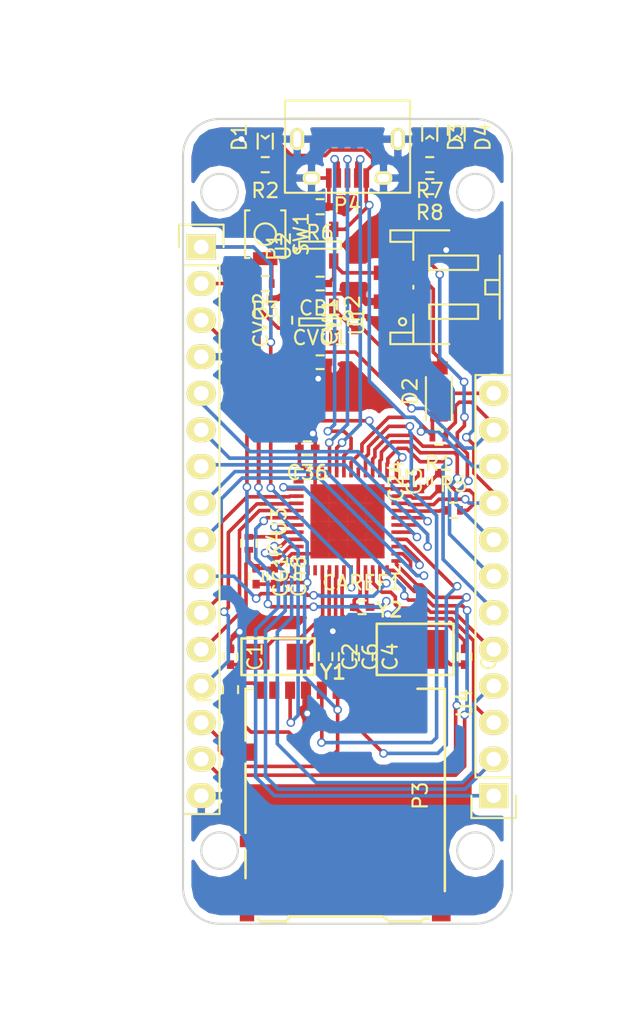
<source format=kicad_pcb>
(kicad_pcb (version 4) (host pcbnew 4.0.4+e1-6308~48~ubuntu16.04.1-stable)

  (general
    (links 129)
    (no_connects 0)
    (area 125.194287 50.666112 171.985715 123.223001)
    (thickness 1.6)
    (drawings 26)
    (tracks 668)
    (zones 0)
    (modules 39)
    (nets 54)
  )

  (page A4)
  (layers
    (0 F.Cu signal)
    (31 B.Cu signal)
    (32 B.Adhes user)
    (33 F.Adhes user)
    (34 B.Paste user)
    (35 F.Paste user)
    (36 B.SilkS user)
    (37 F.SilkS user)
    (38 B.Mask user)
    (39 F.Mask user)
    (40 Dwgs.User user)
    (41 Cmts.User user)
    (42 Eco1.User user)
    (43 Eco2.User user)
    (44 Edge.Cuts user)
    (45 Margin user)
    (46 B.CrtYd user)
    (47 F.CrtYd user)
    (48 B.Fab user)
    (49 F.Fab user)
  )

  (setup
    (last_trace_width 0.25)
    (trace_clearance 0.2)
    (zone_clearance 0.508)
    (zone_45_only no)
    (trace_min 0.2)
    (segment_width 0.2)
    (edge_width 0.15)
    (via_size 0.6)
    (via_drill 0.4)
    (via_min_size 0.4)
    (via_min_drill 0.3)
    (uvia_size 0.3)
    (uvia_drill 0.1)
    (uvias_allowed no)
    (uvia_min_size 0.2)
    (uvia_min_drill 0.1)
    (pcb_text_width 0.3)
    (pcb_text_size 1.5 1.5)
    (mod_edge_width 0.15)
    (mod_text_size 1 1)
    (mod_text_width 0.15)
    (pad_size 1.6 2.7)
    (pad_drill 0)
    (pad_to_mask_clearance 0.2)
    (aux_axis_origin 0 0)
    (visible_elements FFFFFF5F)
    (pcbplotparams
      (layerselection 0x00030_80000001)
      (usegerberextensions false)
      (excludeedgelayer true)
      (linewidth 0.100000)
      (plotframeref false)
      (viasonmask false)
      (mode 1)
      (useauxorigin false)
      (hpglpennumber 1)
      (hpglpenspeed 20)
      (hpglpendiameter 15)
      (hpglpenoverlay 2)
      (psnegative false)
      (psa4output false)
      (plotreference true)
      (plotvalue true)
      (plotinvisibletext false)
      (padsonsilk false)
      (subtractmaskfromsilk false)
      (outputformat 1)
      (mirror false)
      (drillshape 0)
      (scaleselection 1)
      (outputdirectory ""))
  )

  (net 0 "")
  (net 1 GND)
  (net 2 OSC32IN)
  (net 3 OSC32OUT)
  (net 4 "Net-(C3-Pad1)")
  (net 5 OSCIN)
  (net 6 OSCOUT)
  (net 7 +3V3)
  (net 8 AREF)
  (net 9 VBAT)
  (net 10 VBUS)
  (net 11 "Net-(D1-Pad1)")
  (net 12 "Net-(D3-Pad2)")
  (net 13 "Net-(D4-Pad2)")
  (net 14 RST)
  (net 15 A0)
  (net 16 A1)
  (net 17 A2)
  (net 18 A3)
  (net 19 A4)
  (net 20 A5)
  (net 21 SCK)
  (net 22 MOSI)
  (net 23 MISO)
  (net 24 RX)
  (net 25 TX)
  (net 26 SCL)
  (net 27 SDA)
  (net 28 IO6)
  (net 29 IO5)
  (net 30 IO4)
  (net 31 IO3)
  (net 32 IO2)
  (net 33 IO1)
  (net 34 IO0)
  (net 35 EN)
  (net 36 "Net-(P4-Pad2)")
  (net 37 "Net-(P4-Pad3)")
  (net 38 "Net-(P4-Pad4)")
  (net 39 "Net-(R2-Pad1)")
  (net 40 BOOT0)
  (net 41 "Net-(R5-Pad1)")
  (net 42 "Net-(R6-Pad2)")
  (net 43 CD)
  (net 44 "Net-(U1-Pad5)")
  (net 45 VBATRC)
  (net 46 "Net-(U3-Pad2)")
  (net 47 DI)
  (net 48 SCLK)
  (net 49 "Net-(U3-Pad29)")
  (net 50 "Net-(U3-Pad34)")
  (net 51 "Net-(U3-Pad37)")
  (net 52 DO)
  (net 53 CS)

  (net_class Default "This is the default net class."
    (clearance 0.2)
    (trace_width 0.25)
    (via_dia 0.6)
    (via_drill 0.4)
    (uvia_dia 0.3)
    (uvia_drill 0.1)
    (add_net +3V3)
    (add_net A0)
    (add_net A1)
    (add_net A2)
    (add_net A3)
    (add_net A4)
    (add_net A5)
    (add_net AREF)
    (add_net BOOT0)
    (add_net CD)
    (add_net CS)
    (add_net DI)
    (add_net DO)
    (add_net EN)
    (add_net GND)
    (add_net IO0)
    (add_net IO1)
    (add_net IO2)
    (add_net IO3)
    (add_net IO4)
    (add_net IO5)
    (add_net IO6)
    (add_net MISO)
    (add_net MOSI)
    (add_net "Net-(C3-Pad1)")
    (add_net "Net-(D1-Pad1)")
    (add_net "Net-(D3-Pad2)")
    (add_net "Net-(D4-Pad2)")
    (add_net "Net-(P4-Pad2)")
    (add_net "Net-(P4-Pad3)")
    (add_net "Net-(P4-Pad4)")
    (add_net "Net-(R2-Pad1)")
    (add_net "Net-(R5-Pad1)")
    (add_net "Net-(R6-Pad2)")
    (add_net "Net-(U1-Pad5)")
    (add_net "Net-(U3-Pad2)")
    (add_net "Net-(U3-Pad29)")
    (add_net "Net-(U3-Pad34)")
    (add_net "Net-(U3-Pad37)")
    (add_net OSC32IN)
    (add_net OSC32OUT)
    (add_net OSCIN)
    (add_net OSCOUT)
    (add_net RST)
    (add_net RX)
    (add_net SCK)
    (add_net SCL)
    (add_net SCLK)
    (add_net SDA)
    (add_net TX)
    (add_net VBAT)
    (add_net VBATRC)
    (add_net VBUS)
  )

  (module Capacitors_SMD:C_0402 (layer F.Cu) (tedit 5415D599) (tstamp 5813587E)
    (at 140.462 95.758 270)
    (descr "Capacitor SMD 0402, reflow soldering, AVX (see smccp.pdf)")
    (tags "capacitor 0402")
    (path /5810BA02)
    (attr smd)
    (fp_text reference C1 (at 0 -1.7 270) (layer F.SilkS)
      (effects (font (size 1 1) (thickness 0.15)))
    )
    (fp_text value 2.2pF (at 0 1.7 270) (layer F.Fab)
      (effects (font (size 1 1) (thickness 0.15)))
    )
    (fp_line (start -0.5 0.25) (end -0.5 -0.25) (layer F.Fab) (width 0.15))
    (fp_line (start 0.5 0.25) (end -0.5 0.25) (layer F.Fab) (width 0.15))
    (fp_line (start 0.5 -0.25) (end 0.5 0.25) (layer F.Fab) (width 0.15))
    (fp_line (start -0.5 -0.25) (end 0.5 -0.25) (layer F.Fab) (width 0.15))
    (fp_line (start -1.15 -0.6) (end 1.15 -0.6) (layer F.CrtYd) (width 0.05))
    (fp_line (start -1.15 0.6) (end 1.15 0.6) (layer F.CrtYd) (width 0.05))
    (fp_line (start -1.15 -0.6) (end -1.15 0.6) (layer F.CrtYd) (width 0.05))
    (fp_line (start 1.15 -0.6) (end 1.15 0.6) (layer F.CrtYd) (width 0.05))
    (fp_line (start 0.25 -0.475) (end -0.25 -0.475) (layer F.SilkS) (width 0.15))
    (fp_line (start -0.25 0.475) (end 0.25 0.475) (layer F.SilkS) (width 0.15))
    (pad 1 smd rect (at -0.55 0 270) (size 0.6 0.5) (layers F.Cu F.Paste F.Mask)
      (net 1 GND))
    (pad 2 smd rect (at 0.55 0 270) (size 0.6 0.5) (layers F.Cu F.Paste F.Mask)
      (net 2 OSC32IN))
    (model Capacitors_SMD.3dshapes/C_0402.wrl
      (at (xyz 0 0 0))
      (scale (xyz 1 1 1))
      (rotate (xyz 0 0 0))
    )
  )

  (module Capacitors_SMD:C_0402 (layer F.Cu) (tedit 5415D599) (tstamp 58135884)
    (at 147.066 95.758 270)
    (descr "Capacitor SMD 0402, reflow soldering, AVX (see smccp.pdf)")
    (tags "capacitor 0402")
    (path /5810B8BA)
    (attr smd)
    (fp_text reference C2 (at 0 -1.7 270) (layer F.SilkS)
      (effects (font (size 1 1) (thickness 0.15)))
    )
    (fp_text value 2.2pF (at 0 1.7 270) (layer F.Fab)
      (effects (font (size 1 1) (thickness 0.15)))
    )
    (fp_line (start -0.5 0.25) (end -0.5 -0.25) (layer F.Fab) (width 0.15))
    (fp_line (start 0.5 0.25) (end -0.5 0.25) (layer F.Fab) (width 0.15))
    (fp_line (start 0.5 -0.25) (end 0.5 0.25) (layer F.Fab) (width 0.15))
    (fp_line (start -0.5 -0.25) (end 0.5 -0.25) (layer F.Fab) (width 0.15))
    (fp_line (start -1.15 -0.6) (end 1.15 -0.6) (layer F.CrtYd) (width 0.05))
    (fp_line (start -1.15 0.6) (end 1.15 0.6) (layer F.CrtYd) (width 0.05))
    (fp_line (start -1.15 -0.6) (end -1.15 0.6) (layer F.CrtYd) (width 0.05))
    (fp_line (start 1.15 -0.6) (end 1.15 0.6) (layer F.CrtYd) (width 0.05))
    (fp_line (start 0.25 -0.475) (end -0.25 -0.475) (layer F.SilkS) (width 0.15))
    (fp_line (start -0.25 0.475) (end 0.25 0.475) (layer F.SilkS) (width 0.15))
    (pad 1 smd rect (at -0.55 0 270) (size 0.6 0.5) (layers F.Cu F.Paste F.Mask)
      (net 1 GND))
    (pad 2 smd rect (at 0.55 0 270) (size 0.6 0.5) (layers F.Cu F.Paste F.Mask)
      (net 3 OSC32OUT))
    (model Capacitors_SMD.3dshapes/C_0402.wrl
      (at (xyz 0 0 0))
      (scale (xyz 1 1 1))
      (rotate (xyz 0 0 0))
    )
  )

  (module Capacitors_SMD:C_0402 (layer F.Cu) (tedit 5415D599) (tstamp 5813588A)
    (at 154.94 83.566 90)
    (descr "Capacitor SMD 0402, reflow soldering, AVX (see smccp.pdf)")
    (tags "capacitor 0402")
    (path /5810EDE0)
    (attr smd)
    (fp_text reference C3 (at 0 -1.7 90) (layer F.SilkS)
      (effects (font (size 1 1) (thickness 0.15)))
    )
    (fp_text value 2.2uF (at 0 1.7 90) (layer F.Fab)
      (effects (font (size 1 1) (thickness 0.15)))
    )
    (fp_line (start -0.5 0.25) (end -0.5 -0.25) (layer F.Fab) (width 0.15))
    (fp_line (start 0.5 0.25) (end -0.5 0.25) (layer F.Fab) (width 0.15))
    (fp_line (start 0.5 -0.25) (end 0.5 0.25) (layer F.Fab) (width 0.15))
    (fp_line (start -0.5 -0.25) (end 0.5 -0.25) (layer F.Fab) (width 0.15))
    (fp_line (start -1.15 -0.6) (end 1.15 -0.6) (layer F.CrtYd) (width 0.05))
    (fp_line (start -1.15 0.6) (end 1.15 0.6) (layer F.CrtYd) (width 0.05))
    (fp_line (start -1.15 -0.6) (end -1.15 0.6) (layer F.CrtYd) (width 0.05))
    (fp_line (start 1.15 -0.6) (end 1.15 0.6) (layer F.CrtYd) (width 0.05))
    (fp_line (start 0.25 -0.475) (end -0.25 -0.475) (layer F.SilkS) (width 0.15))
    (fp_line (start -0.25 0.475) (end 0.25 0.475) (layer F.SilkS) (width 0.15))
    (pad 1 smd rect (at -0.55 0 90) (size 0.6 0.5) (layers F.Cu F.Paste F.Mask)
      (net 4 "Net-(C3-Pad1)"))
    (pad 2 smd rect (at 0.55 0 90) (size 0.6 0.5) (layers F.Cu F.Paste F.Mask)
      (net 1 GND))
    (model Capacitors_SMD.3dshapes/C_0402.wrl
      (at (xyz 0 0 0))
      (scale (xyz 1 1 1))
      (rotate (xyz 0 0 0))
    )
  )

  (module Capacitors_SMD:C_0402 (layer F.Cu) (tedit 5415D599) (tstamp 58135890)
    (at 149.86 95.758 270)
    (descr "Capacitor SMD 0402, reflow soldering, AVX (see smccp.pdf)")
    (tags "capacitor 0402")
    (path /5810D3ED)
    (attr smd)
    (fp_text reference C4 (at 0 -1.7 270) (layer F.SilkS)
      (effects (font (size 1 1) (thickness 0.15)))
    )
    (fp_text value 18pF (at 0 1.7 270) (layer F.Fab)
      (effects (font (size 1 1) (thickness 0.15)))
    )
    (fp_line (start -0.5 0.25) (end -0.5 -0.25) (layer F.Fab) (width 0.15))
    (fp_line (start 0.5 0.25) (end -0.5 0.25) (layer F.Fab) (width 0.15))
    (fp_line (start 0.5 -0.25) (end 0.5 0.25) (layer F.Fab) (width 0.15))
    (fp_line (start -0.5 -0.25) (end 0.5 -0.25) (layer F.Fab) (width 0.15))
    (fp_line (start -1.15 -0.6) (end 1.15 -0.6) (layer F.CrtYd) (width 0.05))
    (fp_line (start -1.15 0.6) (end 1.15 0.6) (layer F.CrtYd) (width 0.05))
    (fp_line (start -1.15 -0.6) (end -1.15 0.6) (layer F.CrtYd) (width 0.05))
    (fp_line (start 1.15 -0.6) (end 1.15 0.6) (layer F.CrtYd) (width 0.05))
    (fp_line (start 0.25 -0.475) (end -0.25 -0.475) (layer F.SilkS) (width 0.15))
    (fp_line (start -0.25 0.475) (end 0.25 0.475) (layer F.SilkS) (width 0.15))
    (pad 1 smd rect (at -0.55 0 270) (size 0.6 0.5) (layers F.Cu F.Paste F.Mask)
      (net 1 GND))
    (pad 2 smd rect (at 0.55 0 270) (size 0.6 0.5) (layers F.Cu F.Paste F.Mask)
      (net 5 OSCIN))
    (model Capacitors_SMD.3dshapes/C_0402.wrl
      (at (xyz 0 0 0))
      (scale (xyz 1 1 1))
      (rotate (xyz 0 0 0))
    )
  )

  (module Capacitors_SMD:C_0402 (layer F.Cu) (tedit 5415D599) (tstamp 58135896)
    (at 156.718 95.758 270)
    (descr "Capacitor SMD 0402, reflow soldering, AVX (see smccp.pdf)")
    (tags "capacitor 0402")
    (path /5810D471)
    (attr smd)
    (fp_text reference C5 (at 0 -1.7 270) (layer F.SilkS)
      (effects (font (size 1 1) (thickness 0.15)))
    )
    (fp_text value 18pF (at 0 1.7 270) (layer F.Fab)
      (effects (font (size 1 1) (thickness 0.15)))
    )
    (fp_line (start -0.5 0.25) (end -0.5 -0.25) (layer F.Fab) (width 0.15))
    (fp_line (start 0.5 0.25) (end -0.5 0.25) (layer F.Fab) (width 0.15))
    (fp_line (start 0.5 -0.25) (end 0.5 0.25) (layer F.Fab) (width 0.15))
    (fp_line (start -0.5 -0.25) (end 0.5 -0.25) (layer F.Fab) (width 0.15))
    (fp_line (start -1.15 -0.6) (end 1.15 -0.6) (layer F.CrtYd) (width 0.05))
    (fp_line (start -1.15 0.6) (end 1.15 0.6) (layer F.CrtYd) (width 0.05))
    (fp_line (start -1.15 -0.6) (end -1.15 0.6) (layer F.CrtYd) (width 0.05))
    (fp_line (start 1.15 -0.6) (end 1.15 0.6) (layer F.CrtYd) (width 0.05))
    (fp_line (start 0.25 -0.475) (end -0.25 -0.475) (layer F.SilkS) (width 0.15))
    (fp_line (start -0.25 0.475) (end 0.25 0.475) (layer F.SilkS) (width 0.15))
    (pad 1 smd rect (at -0.55 0 270) (size 0.6 0.5) (layers F.Cu F.Paste F.Mask)
      (net 1 GND))
    (pad 2 smd rect (at 0.55 0 270) (size 0.6 0.5) (layers F.Cu F.Paste F.Mask)
      (net 6 OSCOUT))
    (model Capacitors_SMD.3dshapes/C_0402.wrl
      (at (xyz 0 0 0))
      (scale (xyz 1 1 1))
      (rotate (xyz 0 0 0))
    )
  )

  (module Capacitors_SMD:C_0402 (layer F.Cu) (tedit 5415D599) (tstamp 5813589C)
    (at 148.463 95.758 270)
    (descr "Capacitor SMD 0402, reflow soldering, AVX (see smccp.pdf)")
    (tags "capacitor 0402")
    (path /58133D00)
    (attr smd)
    (fp_text reference C6 (at 0 -1.7 270) (layer F.SilkS)
      (effects (font (size 1 1) (thickness 0.15)))
    )
    (fp_text value 4.7uF (at 0 1.7 270) (layer F.Fab)
      (effects (font (size 1 1) (thickness 0.15)))
    )
    (fp_line (start -0.5 0.25) (end -0.5 -0.25) (layer F.Fab) (width 0.15))
    (fp_line (start 0.5 0.25) (end -0.5 0.25) (layer F.Fab) (width 0.15))
    (fp_line (start 0.5 -0.25) (end 0.5 0.25) (layer F.Fab) (width 0.15))
    (fp_line (start -0.5 -0.25) (end 0.5 -0.25) (layer F.Fab) (width 0.15))
    (fp_line (start -1.15 -0.6) (end 1.15 -0.6) (layer F.CrtYd) (width 0.05))
    (fp_line (start -1.15 0.6) (end 1.15 0.6) (layer F.CrtYd) (width 0.05))
    (fp_line (start -1.15 -0.6) (end -1.15 0.6) (layer F.CrtYd) (width 0.05))
    (fp_line (start 1.15 -0.6) (end 1.15 0.6) (layer F.CrtYd) (width 0.05))
    (fp_line (start 0.25 -0.475) (end -0.25 -0.475) (layer F.SilkS) (width 0.15))
    (fp_line (start -0.25 0.475) (end 0.25 0.475) (layer F.SilkS) (width 0.15))
    (pad 1 smd rect (at -0.55 0 270) (size 0.6 0.5) (layers F.Cu F.Paste F.Mask)
      (net 1 GND))
    (pad 2 smd rect (at 0.55 0 270) (size 0.6 0.5) (layers F.Cu F.Paste F.Mask)
      (net 7 +3V3))
    (model Capacitors_SMD.3dshapes/C_0402.wrl
      (at (xyz 0 0 0))
      (scale (xyz 1 1 1))
      (rotate (xyz 0 0 0))
    )
  )

  (module Capacitors_SMD:C_0402 (layer F.Cu) (tedit 5415D599) (tstamp 581358A2)
    (at 153.67 83.566 90)
    (descr "Capacitor SMD 0402, reflow soldering, AVX (see smccp.pdf)")
    (tags "capacitor 0402")
    (path /5810997B)
    (attr smd)
    (fp_text reference C24 (at 0 -1.7 90) (layer F.SilkS)
      (effects (font (size 1 1) (thickness 0.15)))
    )
    (fp_text value 0.1uF (at 0 1.7 90) (layer F.Fab)
      (effects (font (size 1 1) (thickness 0.15)))
    )
    (fp_line (start -0.5 0.25) (end -0.5 -0.25) (layer F.Fab) (width 0.15))
    (fp_line (start 0.5 0.25) (end -0.5 0.25) (layer F.Fab) (width 0.15))
    (fp_line (start 0.5 -0.25) (end 0.5 0.25) (layer F.Fab) (width 0.15))
    (fp_line (start -0.5 -0.25) (end 0.5 -0.25) (layer F.Fab) (width 0.15))
    (fp_line (start -1.15 -0.6) (end 1.15 -0.6) (layer F.CrtYd) (width 0.05))
    (fp_line (start -1.15 0.6) (end 1.15 0.6) (layer F.CrtYd) (width 0.05))
    (fp_line (start -1.15 -0.6) (end -1.15 0.6) (layer F.CrtYd) (width 0.05))
    (fp_line (start 1.15 -0.6) (end 1.15 0.6) (layer F.CrtYd) (width 0.05))
    (fp_line (start 0.25 -0.475) (end -0.25 -0.475) (layer F.SilkS) (width 0.15))
    (fp_line (start -0.25 0.475) (end 0.25 0.475) (layer F.SilkS) (width 0.15))
    (pad 1 smd rect (at -0.55 0 90) (size 0.6 0.5) (layers F.Cu F.Paste F.Mask)
      (net 1 GND))
    (pad 2 smd rect (at 0.55 0 90) (size 0.6 0.5) (layers F.Cu F.Paste F.Mask)
      (net 7 +3V3))
    (model Capacitors_SMD.3dshapes/C_0402.wrl
      (at (xyz 0 0 0))
      (scale (xyz 1 1 1))
      (rotate (xyz 0 0 0))
    )
  )

  (module Capacitors_SMD:C_0402 (layer F.Cu) (tedit 5415D599) (tstamp 581358A8)
    (at 145.796 81.28 180)
    (descr "Capacitor SMD 0402, reflow soldering, AVX (see smccp.pdf)")
    (tags "capacitor 0402")
    (path /58109A4A)
    (attr smd)
    (fp_text reference C36 (at 0 -1.7 180) (layer F.SilkS)
      (effects (font (size 1 1) (thickness 0.15)))
    )
    (fp_text value 0.1uF (at 0 1.7 180) (layer F.Fab)
      (effects (font (size 1 1) (thickness 0.15)))
    )
    (fp_line (start -0.5 0.25) (end -0.5 -0.25) (layer F.Fab) (width 0.15))
    (fp_line (start 0.5 0.25) (end -0.5 0.25) (layer F.Fab) (width 0.15))
    (fp_line (start 0.5 -0.25) (end 0.5 0.25) (layer F.Fab) (width 0.15))
    (fp_line (start -0.5 -0.25) (end 0.5 -0.25) (layer F.Fab) (width 0.15))
    (fp_line (start -1.15 -0.6) (end 1.15 -0.6) (layer F.CrtYd) (width 0.05))
    (fp_line (start -1.15 0.6) (end 1.15 0.6) (layer F.CrtYd) (width 0.05))
    (fp_line (start -1.15 -0.6) (end -1.15 0.6) (layer F.CrtYd) (width 0.05))
    (fp_line (start 1.15 -0.6) (end 1.15 0.6) (layer F.CrtYd) (width 0.05))
    (fp_line (start 0.25 -0.475) (end -0.25 -0.475) (layer F.SilkS) (width 0.15))
    (fp_line (start -0.25 0.475) (end 0.25 0.475) (layer F.SilkS) (width 0.15))
    (pad 1 smd rect (at -0.55 0 180) (size 0.6 0.5) (layers F.Cu F.Paste F.Mask)
      (net 1 GND))
    (pad 2 smd rect (at 0.55 0 180) (size 0.6 0.5) (layers F.Cu F.Paste F.Mask)
      (net 7 +3V3))
    (model Capacitors_SMD.3dshapes/C_0402.wrl
      (at (xyz 0 0 0))
      (scale (xyz 1 1 1))
      (rotate (xyz 0 0 0))
    )
  )

  (module Capacitors_SMD:C_0402 (layer F.Cu) (tedit 5415D599) (tstamp 581358AE)
    (at 143.51 90.17 270)
    (descr "Capacitor SMD 0402, reflow soldering, AVX (see smccp.pdf)")
    (tags "capacitor 0402")
    (path /58109AD4)
    (attr smd)
    (fp_text reference C48 (at 0 -1.7 270) (layer F.SilkS)
      (effects (font (size 1 1) (thickness 0.15)))
    )
    (fp_text value 0.1uF (at 0 1.7 270) (layer F.Fab)
      (effects (font (size 1 1) (thickness 0.15)))
    )
    (fp_line (start -0.5 0.25) (end -0.5 -0.25) (layer F.Fab) (width 0.15))
    (fp_line (start 0.5 0.25) (end -0.5 0.25) (layer F.Fab) (width 0.15))
    (fp_line (start 0.5 -0.25) (end 0.5 0.25) (layer F.Fab) (width 0.15))
    (fp_line (start -0.5 -0.25) (end 0.5 -0.25) (layer F.Fab) (width 0.15))
    (fp_line (start -1.15 -0.6) (end 1.15 -0.6) (layer F.CrtYd) (width 0.05))
    (fp_line (start -1.15 0.6) (end 1.15 0.6) (layer F.CrtYd) (width 0.05))
    (fp_line (start -1.15 -0.6) (end -1.15 0.6) (layer F.CrtYd) (width 0.05))
    (fp_line (start 1.15 -0.6) (end 1.15 0.6) (layer F.CrtYd) (width 0.05))
    (fp_line (start 0.25 -0.475) (end -0.25 -0.475) (layer F.SilkS) (width 0.15))
    (fp_line (start -0.25 0.475) (end 0.25 0.475) (layer F.SilkS) (width 0.15))
    (pad 1 smd rect (at -0.55 0 270) (size 0.6 0.5) (layers F.Cu F.Paste F.Mask)
      (net 1 GND))
    (pad 2 smd rect (at 0.55 0 270) (size 0.6 0.5) (layers F.Cu F.Paste F.Mask)
      (net 7 +3V3))
    (model Capacitors_SMD.3dshapes/C_0402.wrl
      (at (xyz 0 0 0))
      (scale (xyz 1 1 1))
      (rotate (xyz 0 0 0))
    )
  )

  (module Capacitors_SMD:C_0402 (layer F.Cu) (tedit 5415D599) (tstamp 581358B4)
    (at 149.606 92.329)
    (descr "Capacitor SMD 0402, reflow soldering, AVX (see smccp.pdf)")
    (tags "capacitor 0402")
    (path /5810ABEB)
    (attr smd)
    (fp_text reference CAREF1 (at 0 -1.7) (layer F.SilkS)
      (effects (font (size 1 1) (thickness 0.15)))
    )
    (fp_text value 0.1uF (at 0 1.7) (layer F.Fab)
      (effects (font (size 1 1) (thickness 0.15)))
    )
    (fp_line (start -0.5 0.25) (end -0.5 -0.25) (layer F.Fab) (width 0.15))
    (fp_line (start 0.5 0.25) (end -0.5 0.25) (layer F.Fab) (width 0.15))
    (fp_line (start 0.5 -0.25) (end 0.5 0.25) (layer F.Fab) (width 0.15))
    (fp_line (start -0.5 -0.25) (end 0.5 -0.25) (layer F.Fab) (width 0.15))
    (fp_line (start -1.15 -0.6) (end 1.15 -0.6) (layer F.CrtYd) (width 0.05))
    (fp_line (start -1.15 0.6) (end 1.15 0.6) (layer F.CrtYd) (width 0.05))
    (fp_line (start -1.15 -0.6) (end -1.15 0.6) (layer F.CrtYd) (width 0.05))
    (fp_line (start 1.15 -0.6) (end 1.15 0.6) (layer F.CrtYd) (width 0.05))
    (fp_line (start 0.25 -0.475) (end -0.25 -0.475) (layer F.SilkS) (width 0.15))
    (fp_line (start -0.25 0.475) (end 0.25 0.475) (layer F.SilkS) (width 0.15))
    (pad 1 smd rect (at -0.55 0) (size 0.6 0.5) (layers F.Cu F.Paste F.Mask)
      (net 1 GND))
    (pad 2 smd rect (at 0.55 0) (size 0.6 0.5) (layers F.Cu F.Paste F.Mask)
      (net 8 AREF))
    (model Capacitors_SMD.3dshapes/C_0402.wrl
      (at (xyz 0 0 0))
      (scale (xyz 1 1 1))
      (rotate (xyz 0 0 0))
    )
  )

  (module Capacitors_SMD:C_0402 (layer F.Cu) (tedit 5415D599) (tstamp 581358BA)
    (at 146.685 69.85 180)
    (descr "Capacitor SMD 0402, reflow soldering, AVX (see smccp.pdf)")
    (tags "capacitor 0402")
    (path /58116251)
    (attr smd)
    (fp_text reference CB1 (at 0 -1.7 180) (layer F.SilkS)
      (effects (font (size 1 1) (thickness 0.15)))
    )
    (fp_text value 10uF (at 0 1.7 180) (layer F.Fab)
      (effects (font (size 1 1) (thickness 0.15)))
    )
    (fp_line (start -0.5 0.25) (end -0.5 -0.25) (layer F.Fab) (width 0.15))
    (fp_line (start 0.5 0.25) (end -0.5 0.25) (layer F.Fab) (width 0.15))
    (fp_line (start 0.5 -0.25) (end 0.5 0.25) (layer F.Fab) (width 0.15))
    (fp_line (start -0.5 -0.25) (end 0.5 -0.25) (layer F.Fab) (width 0.15))
    (fp_line (start -1.15 -0.6) (end 1.15 -0.6) (layer F.CrtYd) (width 0.05))
    (fp_line (start -1.15 0.6) (end 1.15 0.6) (layer F.CrtYd) (width 0.05))
    (fp_line (start -1.15 -0.6) (end -1.15 0.6) (layer F.CrtYd) (width 0.05))
    (fp_line (start 1.15 -0.6) (end 1.15 0.6) (layer F.CrtYd) (width 0.05))
    (fp_line (start 0.25 -0.475) (end -0.25 -0.475) (layer F.SilkS) (width 0.15))
    (fp_line (start -0.25 0.475) (end 0.25 0.475) (layer F.SilkS) (width 0.15))
    (pad 1 smd rect (at -0.55 0 180) (size 0.6 0.5) (layers F.Cu F.Paste F.Mask)
      (net 9 VBAT))
    (pad 2 smd rect (at 0.55 0 180) (size 0.6 0.5) (layers F.Cu F.Paste F.Mask)
      (net 1 GND))
    (model Capacitors_SMD.3dshapes/C_0402.wrl
      (at (xyz 0 0 0))
      (scale (xyz 1 1 1))
      (rotate (xyz 0 0 0))
    )
  )

  (module Capacitors_SMD:C_0402 (layer F.Cu) (tedit 5415D599) (tstamp 581358C0)
    (at 142.24 90.17 270)
    (descr "Capacitor SMD 0402, reflow soldering, AVX (see smccp.pdf)")
    (tags "capacitor 0402")
    (path /5810AC31)
    (attr smd)
    (fp_text reference CG1 (at 0 -1.7 270) (layer F.SilkS)
      (effects (font (size 1 1) (thickness 0.15)))
    )
    (fp_text value 4.7uF (at 0 1.7 270) (layer F.Fab)
      (effects (font (size 1 1) (thickness 0.15)))
    )
    (fp_line (start -0.5 0.25) (end -0.5 -0.25) (layer F.Fab) (width 0.15))
    (fp_line (start 0.5 0.25) (end -0.5 0.25) (layer F.Fab) (width 0.15))
    (fp_line (start 0.5 -0.25) (end 0.5 0.25) (layer F.Fab) (width 0.15))
    (fp_line (start -0.5 -0.25) (end 0.5 -0.25) (layer F.Fab) (width 0.15))
    (fp_line (start -1.15 -0.6) (end 1.15 -0.6) (layer F.CrtYd) (width 0.05))
    (fp_line (start -1.15 0.6) (end 1.15 0.6) (layer F.CrtYd) (width 0.05))
    (fp_line (start -1.15 -0.6) (end -1.15 0.6) (layer F.CrtYd) (width 0.05))
    (fp_line (start 1.15 -0.6) (end 1.15 0.6) (layer F.CrtYd) (width 0.05))
    (fp_line (start 0.25 -0.475) (end -0.25 -0.475) (layer F.SilkS) (width 0.15))
    (fp_line (start -0.25 0.475) (end 0.25 0.475) (layer F.SilkS) (width 0.15))
    (pad 1 smd rect (at -0.55 0 270) (size 0.6 0.5) (layers F.Cu F.Paste F.Mask)
      (net 1 GND))
    (pad 2 smd rect (at 0.55 0 270) (size 0.6 0.5) (layers F.Cu F.Paste F.Mask)
      (net 7 +3V3))
    (model Capacitors_SMD.3dshapes/C_0402.wrl
      (at (xyz 0 0 0))
      (scale (xyz 1 1 1))
      (rotate (xyz 0 0 0))
    )
  )

  (module Capacitors_SMD:C_0402 (layer F.Cu) (tedit 5415D599) (tstamp 581358C6)
    (at 149.098 72.517 90)
    (descr "Capacitor SMD 0402, reflow soldering, AVX (see smccp.pdf)")
    (tags "capacitor 0402")
    (path /5811334A)
    (attr smd)
    (fp_text reference CVI1 (at 0 -1.7 90) (layer F.SilkS)
      (effects (font (size 1 1) (thickness 0.15)))
    )
    (fp_text value 10uF (at 0 1.7 90) (layer F.Fab)
      (effects (font (size 1 1) (thickness 0.15)))
    )
    (fp_line (start -0.5 0.25) (end -0.5 -0.25) (layer F.Fab) (width 0.15))
    (fp_line (start 0.5 0.25) (end -0.5 0.25) (layer F.Fab) (width 0.15))
    (fp_line (start 0.5 -0.25) (end 0.5 0.25) (layer F.Fab) (width 0.15))
    (fp_line (start -0.5 -0.25) (end 0.5 -0.25) (layer F.Fab) (width 0.15))
    (fp_line (start -1.15 -0.6) (end 1.15 -0.6) (layer F.CrtYd) (width 0.05))
    (fp_line (start -1.15 0.6) (end 1.15 0.6) (layer F.CrtYd) (width 0.05))
    (fp_line (start -1.15 -0.6) (end -1.15 0.6) (layer F.CrtYd) (width 0.05))
    (fp_line (start 1.15 -0.6) (end 1.15 0.6) (layer F.CrtYd) (width 0.05))
    (fp_line (start 0.25 -0.475) (end -0.25 -0.475) (layer F.SilkS) (width 0.15))
    (fp_line (start -0.25 0.475) (end 0.25 0.475) (layer F.SilkS) (width 0.15))
    (pad 1 smd rect (at -0.55 0 90) (size 0.6 0.5) (layers F.Cu F.Paste F.Mask)
      (net 10 VBUS))
    (pad 2 smd rect (at 0.55 0 90) (size 0.6 0.5) (layers F.Cu F.Paste F.Mask)
      (net 1 GND))
    (model Capacitors_SMD.3dshapes/C_0402.wrl
      (at (xyz 0 0 0))
      (scale (xyz 1 1 1))
      (rotate (xyz 0 0 0))
    )
  )

  (module Capacitors_SMD:C_0402 (layer F.Cu) (tedit 5415D599) (tstamp 581358CC)
    (at 146.685 75.311)
    (descr "Capacitor SMD 0402, reflow soldering, AVX (see smccp.pdf)")
    (tags "capacitor 0402")
    (path /58113F26)
    (attr smd)
    (fp_text reference CVO1 (at 0 -1.7) (layer F.SilkS)
      (effects (font (size 1 1) (thickness 0.15)))
    )
    (fp_text value 10uF (at 0 1.7) (layer F.Fab)
      (effects (font (size 1 1) (thickness 0.15)))
    )
    (fp_line (start -0.5 0.25) (end -0.5 -0.25) (layer F.Fab) (width 0.15))
    (fp_line (start 0.5 0.25) (end -0.5 0.25) (layer F.Fab) (width 0.15))
    (fp_line (start 0.5 -0.25) (end 0.5 0.25) (layer F.Fab) (width 0.15))
    (fp_line (start -0.5 -0.25) (end 0.5 -0.25) (layer F.Fab) (width 0.15))
    (fp_line (start -1.15 -0.6) (end 1.15 -0.6) (layer F.CrtYd) (width 0.05))
    (fp_line (start -1.15 0.6) (end 1.15 0.6) (layer F.CrtYd) (width 0.05))
    (fp_line (start -1.15 -0.6) (end -1.15 0.6) (layer F.CrtYd) (width 0.05))
    (fp_line (start 1.15 -0.6) (end 1.15 0.6) (layer F.CrtYd) (width 0.05))
    (fp_line (start 0.25 -0.475) (end -0.25 -0.475) (layer F.SilkS) (width 0.15))
    (fp_line (start -0.25 0.475) (end 0.25 0.475) (layer F.SilkS) (width 0.15))
    (pad 1 smd rect (at -0.55 0) (size 0.6 0.5) (layers F.Cu F.Paste F.Mask)
      (net 7 +3V3))
    (pad 2 smd rect (at 0.55 0) (size 0.6 0.5) (layers F.Cu F.Paste F.Mask)
      (net 1 GND))
    (model Capacitors_SMD.3dshapes/C_0402.wrl
      (at (xyz 0 0 0))
      (scale (xyz 1 1 1))
      (rotate (xyz 0 0 0))
    )
  )

  (module Capacitors_SMD:C_0402 (layer F.Cu) (tedit 5415D599) (tstamp 581358D2)
    (at 144.272 72.39 90)
    (descr "Capacitor SMD 0402, reflow soldering, AVX (see smccp.pdf)")
    (tags "capacitor 0402")
    (path /58113FE5)
    (attr smd)
    (fp_text reference CVO2 (at 0 -1.7 90) (layer F.SilkS)
      (effects (font (size 1 1) (thickness 0.15)))
    )
    (fp_text value 1uF (at 0 1.7 90) (layer F.Fab)
      (effects (font (size 1 1) (thickness 0.15)))
    )
    (fp_line (start -0.5 0.25) (end -0.5 -0.25) (layer F.Fab) (width 0.15))
    (fp_line (start 0.5 0.25) (end -0.5 0.25) (layer F.Fab) (width 0.15))
    (fp_line (start 0.5 -0.25) (end 0.5 0.25) (layer F.Fab) (width 0.15))
    (fp_line (start -0.5 -0.25) (end 0.5 -0.25) (layer F.Fab) (width 0.15))
    (fp_line (start -1.15 -0.6) (end 1.15 -0.6) (layer F.CrtYd) (width 0.05))
    (fp_line (start -1.15 0.6) (end 1.15 0.6) (layer F.CrtYd) (width 0.05))
    (fp_line (start -1.15 -0.6) (end -1.15 0.6) (layer F.CrtYd) (width 0.05))
    (fp_line (start 1.15 -0.6) (end 1.15 0.6) (layer F.CrtYd) (width 0.05))
    (fp_line (start 0.25 -0.475) (end -0.25 -0.475) (layer F.SilkS) (width 0.15))
    (fp_line (start -0.25 0.475) (end 0.25 0.475) (layer F.SilkS) (width 0.15))
    (pad 1 smd rect (at -0.55 0 90) (size 0.6 0.5) (layers F.Cu F.Paste F.Mask)
      (net 7 +3V3))
    (pad 2 smd rect (at 0.55 0 90) (size 0.6 0.5) (layers F.Cu F.Paste F.Mask)
      (net 1 GND))
    (model Capacitors_SMD.3dshapes/C_0402.wrl
      (at (xyz 0 0 0))
      (scale (xyz 1 1 1))
      (rotate (xyz 0 0 0))
    )
  )

  (module LEDs:LED_0402 (layer F.Cu) (tedit 5710AA4B) (tstamp 581358D8)
    (at 142.875 59.69 90)
    (descr "LED 0402 smd package")
    (tags "LED led 0402 SMD smd SMT smt smdled SMDLED smtled SMTLED")
    (path /58117A18)
    (attr smd)
    (fp_text reference D1 (at 0 -1.8 90) (layer F.SilkS)
      (effects (font (size 1 1) (thickness 0.15)))
    )
    (fp_text value ORANGE (at 0 1.8 90) (layer F.Fab)
      (effects (font (size 1 1) (thickness 0.15)))
    )
    (fp_line (start -0.2 -0.1) (end -0.2 0.1) (layer F.Fab) (width 0.15))
    (fp_line (start 0.1 0.1) (end 0.1 -0.1) (layer F.Fab) (width 0.15))
    (fp_line (start -0.1 0) (end 0.1 0.1) (layer F.Fab) (width 0.15))
    (fp_line (start 0.1 -0.1) (end -0.1 0) (layer F.Fab) (width 0.15))
    (fp_line (start -0.5 0.25) (end -0.5 -0.25) (layer F.Fab) (width 0.15))
    (fp_line (start 0.5 0.25) (end -0.5 0.25) (layer F.Fab) (width 0.15))
    (fp_line (start 0.5 -0.25) (end 0.5 0.25) (layer F.Fab) (width 0.15))
    (fp_line (start -0.5 -0.25) (end 0.5 -0.25) (layer F.Fab) (width 0.15))
    (fp_line (start -0.1 0) (end 0.1 0.25) (layer F.SilkS) (width 0.15))
    (fp_line (start 0.1 -0.25) (end -0.1 0) (layer F.SilkS) (width 0.15))
    (fp_line (start -0.95 -0.65) (end 0.95 -0.65) (layer F.CrtYd) (width 0.05))
    (fp_line (start -0.95 0.65) (end 0.95 0.65) (layer F.CrtYd) (width 0.05))
    (fp_line (start -0.95 -0.65) (end -0.95 0.65) (layer F.CrtYd) (width 0.05))
    (fp_line (start 0.95 -0.65) (end 0.95 0.65) (layer F.CrtYd) (width 0.05))
    (fp_line (start 0.25 -0.525) (end -0.8 -0.525) (layer F.SilkS) (width 0.15))
    (fp_line (start 0.25 0.525) (end -0.8 0.525) (layer F.SilkS) (width 0.15))
    (pad 1 smd rect (at -0.45 0 90) (size 0.4 0.6) (layers F.Cu F.Paste F.Mask)
      (net 11 "Net-(D1-Pad1)"))
    (pad 2 smd rect (at 0.45 0 90) (size 0.4 0.6) (layers F.Cu F.Paste F.Mask)
      (net 10 VBUS))
    (model LEDs.3dshapes/LED_0402.wrl
      (at (xyz 0 0 0))
      (scale (xyz 1 1 1))
      (rotate (xyz 0 0 180))
    )
  )

  (module Diodes_SMD:SOD-123 (layer F.Cu) (tedit 5753A53E) (tstamp 581358DE)
    (at 154.94 77.343 90)
    (descr SOD-123)
    (tags SOD-123)
    (path /581084B7)
    (attr smd)
    (fp_text reference D2 (at 0 -2 90) (layer F.SilkS)
      (effects (font (size 1 1) (thickness 0.15)))
    )
    (fp_text value MBR120 (at 0 2.1 90) (layer F.Fab)
      (effects (font (size 1 1) (thickness 0.15)))
    )
    (fp_line (start 0.25 0) (end 0.75 0) (layer F.Fab) (width 0.15))
    (fp_line (start 0.25 0.4) (end -0.35 0) (layer F.Fab) (width 0.15))
    (fp_line (start 0.25 -0.4) (end 0.25 0.4) (layer F.Fab) (width 0.15))
    (fp_line (start -0.35 0) (end 0.25 -0.4) (layer F.Fab) (width 0.15))
    (fp_line (start -0.35 0) (end -0.35 0.55) (layer F.Fab) (width 0.15))
    (fp_line (start -0.35 0) (end -0.35 -0.55) (layer F.Fab) (width 0.15))
    (fp_line (start -0.75 0) (end -0.35 0) (layer F.Fab) (width 0.15))
    (fp_line (start -1.35 0.8) (end -1.35 -0.8) (layer F.Fab) (width 0.15))
    (fp_line (start 1.35 0.8) (end -1.35 0.8) (layer F.Fab) (width 0.15))
    (fp_line (start 1.35 -0.8) (end 1.35 0.8) (layer F.Fab) (width 0.15))
    (fp_line (start -1.35 -0.8) (end 1.35 -0.8) (layer F.Fab) (width 0.15))
    (fp_line (start -2.25 -1.05) (end 2.25 -1.05) (layer F.CrtYd) (width 0.05))
    (fp_line (start 2.25 -1.05) (end 2.25 1.05) (layer F.CrtYd) (width 0.05))
    (fp_line (start 2.25 1.05) (end -2.25 1.05) (layer F.CrtYd) (width 0.05))
    (fp_line (start -2.25 -1.05) (end -2.25 1.05) (layer F.CrtYd) (width 0.05))
    (fp_line (start -2 0.9) (end 1 0.9) (layer F.SilkS) (width 0.15))
    (fp_line (start -2 -0.9) (end 1 -0.9) (layer F.SilkS) (width 0.15))
    (pad 1 smd rect (at -1.635 0 90) (size 0.91 1.22) (layers F.Cu F.Paste F.Mask)
      (net 10 VBUS))
    (pad 2 smd rect (at 1.635 0 90) (size 0.91 1.22) (layers F.Cu F.Paste F.Mask)
      (net 9 VBAT))
    (model Diodes_SMD.3dshapes/SMA_Standard.wrl
      (at (xyz 0 0 0))
      (scale (xyz 0.35 0.35 0.35))
      (rotate (xyz 0 0 0))
    )
  )

  (module LEDs:LED_0402 (layer F.Cu) (tedit 5710AA4B) (tstamp 581358E4)
    (at 154.305 59.69 270)
    (descr "LED 0402 smd package")
    (tags "LED led 0402 SMD smd SMT smt smdled SMDLED smtled SMTLED")
    (path /581363C1)
    (attr smd)
    (fp_text reference D3 (at 0 -1.8 270) (layer F.SilkS)
      (effects (font (size 1 1) (thickness 0.15)))
    )
    (fp_text value RED (at 0 1.8 270) (layer F.Fab)
      (effects (font (size 1 1) (thickness 0.15)))
    )
    (fp_line (start -0.2 -0.1) (end -0.2 0.1) (layer F.Fab) (width 0.15))
    (fp_line (start 0.1 0.1) (end 0.1 -0.1) (layer F.Fab) (width 0.15))
    (fp_line (start -0.1 0) (end 0.1 0.1) (layer F.Fab) (width 0.15))
    (fp_line (start 0.1 -0.1) (end -0.1 0) (layer F.Fab) (width 0.15))
    (fp_line (start -0.5 0.25) (end -0.5 -0.25) (layer F.Fab) (width 0.15))
    (fp_line (start 0.5 0.25) (end -0.5 0.25) (layer F.Fab) (width 0.15))
    (fp_line (start 0.5 -0.25) (end 0.5 0.25) (layer F.Fab) (width 0.15))
    (fp_line (start -0.5 -0.25) (end 0.5 -0.25) (layer F.Fab) (width 0.15))
    (fp_line (start -0.1 0) (end 0.1 0.25) (layer F.SilkS) (width 0.15))
    (fp_line (start 0.1 -0.25) (end -0.1 0) (layer F.SilkS) (width 0.15))
    (fp_line (start -0.95 -0.65) (end 0.95 -0.65) (layer F.CrtYd) (width 0.05))
    (fp_line (start -0.95 0.65) (end 0.95 0.65) (layer F.CrtYd) (width 0.05))
    (fp_line (start -0.95 -0.65) (end -0.95 0.65) (layer F.CrtYd) (width 0.05))
    (fp_line (start 0.95 -0.65) (end 0.95 0.65) (layer F.CrtYd) (width 0.05))
    (fp_line (start 0.25 -0.525) (end -0.8 -0.525) (layer F.SilkS) (width 0.15))
    (fp_line (start 0.25 0.525) (end -0.8 0.525) (layer F.SilkS) (width 0.15))
    (pad 1 smd rect (at -0.45 0 270) (size 0.4 0.6) (layers F.Cu F.Paste F.Mask)
      (net 1 GND))
    (pad 2 smd rect (at 0.45 0 270) (size 0.4 0.6) (layers F.Cu F.Paste F.Mask)
      (net 12 "Net-(D3-Pad2)"))
    (model LEDs.3dshapes/LED_0402.wrl
      (at (xyz 0 0 0))
      (scale (xyz 1 1 1))
      (rotate (xyz 0 0 180))
    )
  )

  (module LEDs:LED_0402 (layer F.Cu) (tedit 5710AA4B) (tstamp 581358EA)
    (at 156.21 59.69 270)
    (descr "LED 0402 smd package")
    (tags "LED led 0402 SMD smd SMT smt smdled SMDLED smtled SMTLED")
    (path /58136440)
    (attr smd)
    (fp_text reference D4 (at 0 -1.8 270) (layer F.SilkS)
      (effects (font (size 1 1) (thickness 0.15)))
    )
    (fp_text value BLUE (at 0 1.8 270) (layer F.Fab)
      (effects (font (size 1 1) (thickness 0.15)))
    )
    (fp_line (start -0.2 -0.1) (end -0.2 0.1) (layer F.Fab) (width 0.15))
    (fp_line (start 0.1 0.1) (end 0.1 -0.1) (layer F.Fab) (width 0.15))
    (fp_line (start -0.1 0) (end 0.1 0.1) (layer F.Fab) (width 0.15))
    (fp_line (start 0.1 -0.1) (end -0.1 0) (layer F.Fab) (width 0.15))
    (fp_line (start -0.5 0.25) (end -0.5 -0.25) (layer F.Fab) (width 0.15))
    (fp_line (start 0.5 0.25) (end -0.5 0.25) (layer F.Fab) (width 0.15))
    (fp_line (start 0.5 -0.25) (end 0.5 0.25) (layer F.Fab) (width 0.15))
    (fp_line (start -0.5 -0.25) (end 0.5 -0.25) (layer F.Fab) (width 0.15))
    (fp_line (start -0.1 0) (end 0.1 0.25) (layer F.SilkS) (width 0.15))
    (fp_line (start 0.1 -0.25) (end -0.1 0) (layer F.SilkS) (width 0.15))
    (fp_line (start -0.95 -0.65) (end 0.95 -0.65) (layer F.CrtYd) (width 0.05))
    (fp_line (start -0.95 0.65) (end 0.95 0.65) (layer F.CrtYd) (width 0.05))
    (fp_line (start -0.95 -0.65) (end -0.95 0.65) (layer F.CrtYd) (width 0.05))
    (fp_line (start 0.95 -0.65) (end 0.95 0.65) (layer F.CrtYd) (width 0.05))
    (fp_line (start 0.25 -0.525) (end -0.8 -0.525) (layer F.SilkS) (width 0.15))
    (fp_line (start 0.25 0.525) (end -0.8 0.525) (layer F.SilkS) (width 0.15))
    (pad 1 smd rect (at -0.45 0 270) (size 0.4 0.6) (layers F.Cu F.Paste F.Mask)
      (net 1 GND))
    (pad 2 smd rect (at 0.45 0 270) (size 0.4 0.6) (layers F.Cu F.Paste F.Mask)
      (net 13 "Net-(D4-Pad2)"))
    (model LEDs.3dshapes/LED_0402.wrl
      (at (xyz 0 0 0))
      (scale (xyz 1 1 1))
      (rotate (xyz 0 0 180))
    )
  )

  (module Socket_Strips:Socket_Strip_Straight_1x16 (layer F.Cu) (tedit 0) (tstamp 581358FE)
    (at 138.43 67.31 270)
    (descr "Through hole socket strip")
    (tags "socket strip")
    (path /5810899A)
    (fp_text reference P1 (at 0 -5.1 270) (layer F.SilkS)
      (effects (font (size 1 1) (thickness 0.15)))
    )
    (fp_text value CONN_01X16 (at 0 -3.1 270) (layer F.Fab)
      (effects (font (size 1 1) (thickness 0.15)))
    )
    (fp_line (start -1.75 -1.75) (end -1.75 1.75) (layer F.CrtYd) (width 0.05))
    (fp_line (start 39.85 -1.75) (end 39.85 1.75) (layer F.CrtYd) (width 0.05))
    (fp_line (start -1.75 -1.75) (end 39.85 -1.75) (layer F.CrtYd) (width 0.05))
    (fp_line (start -1.75 1.75) (end 39.85 1.75) (layer F.CrtYd) (width 0.05))
    (fp_line (start 1.27 -1.27) (end 39.37 -1.27) (layer F.SilkS) (width 0.15))
    (fp_line (start 39.37 -1.27) (end 39.37 1.27) (layer F.SilkS) (width 0.15))
    (fp_line (start 39.37 1.27) (end 1.27 1.27) (layer F.SilkS) (width 0.15))
    (fp_line (start -1.55 1.55) (end 0 1.55) (layer F.SilkS) (width 0.15))
    (fp_line (start 1.27 1.27) (end 1.27 -1.27) (layer F.SilkS) (width 0.15))
    (fp_line (start 0 -1.55) (end -1.55 -1.55) (layer F.SilkS) (width 0.15))
    (fp_line (start -1.55 -1.55) (end -1.55 1.55) (layer F.SilkS) (width 0.15))
    (pad 1 thru_hole rect (at 0 0 270) (size 1.7272 2.032) (drill 1.016) (layers *.Cu *.Mask F.SilkS)
      (net 14 RST))
    (pad 2 thru_hole oval (at 2.54 0 270) (size 1.7272 2.032) (drill 1.016) (layers *.Cu *.Mask F.SilkS)
      (net 7 +3V3))
    (pad 3 thru_hole oval (at 5.08 0 270) (size 1.7272 2.032) (drill 1.016) (layers *.Cu *.Mask F.SilkS)
      (net 8 AREF))
    (pad 4 thru_hole oval (at 7.62 0 270) (size 1.7272 2.032) (drill 1.016) (layers *.Cu *.Mask F.SilkS)
      (net 1 GND))
    (pad 5 thru_hole oval (at 10.16 0 270) (size 1.7272 2.032) (drill 1.016) (layers *.Cu *.Mask F.SilkS)
      (net 15 A0))
    (pad 6 thru_hole oval (at 12.7 0 270) (size 1.7272 2.032) (drill 1.016) (layers *.Cu *.Mask F.SilkS)
      (net 16 A1))
    (pad 7 thru_hole oval (at 15.24 0 270) (size 1.7272 2.032) (drill 1.016) (layers *.Cu *.Mask F.SilkS)
      (net 17 A2))
    (pad 8 thru_hole oval (at 17.78 0 270) (size 1.7272 2.032) (drill 1.016) (layers *.Cu *.Mask F.SilkS)
      (net 18 A3))
    (pad 9 thru_hole oval (at 20.32 0 270) (size 1.7272 2.032) (drill 1.016) (layers *.Cu *.Mask F.SilkS)
      (net 19 A4))
    (pad 10 thru_hole oval (at 22.86 0 270) (size 1.7272 2.032) (drill 1.016) (layers *.Cu *.Mask F.SilkS)
      (net 20 A5))
    (pad 11 thru_hole oval (at 25.4 0 270) (size 1.7272 2.032) (drill 1.016) (layers *.Cu *.Mask F.SilkS)
      (net 21 SCK))
    (pad 12 thru_hole oval (at 27.94 0 270) (size 1.7272 2.032) (drill 1.016) (layers *.Cu *.Mask F.SilkS)
      (net 22 MOSI))
    (pad 13 thru_hole oval (at 30.48 0 270) (size 1.7272 2.032) (drill 1.016) (layers *.Cu *.Mask F.SilkS)
      (net 23 MISO))
    (pad 14 thru_hole oval (at 33.02 0 270) (size 1.7272 2.032) (drill 1.016) (layers *.Cu *.Mask F.SilkS)
      (net 24 RX))
    (pad 15 thru_hole oval (at 35.56 0 270) (size 1.7272 2.032) (drill 1.016) (layers *.Cu *.Mask F.SilkS)
      (net 25 TX))
    (pad 16 thru_hole oval (at 38.1 0 270) (size 1.7272 2.032) (drill 1.016) (layers *.Cu *.Mask F.SilkS)
      (net 1 GND))
    (model Socket_Strips.3dshapes/Socket_Strip_Straight_1x16.wrl
      (at (xyz 0.75 0 0))
      (scale (xyz 1 1 1))
      (rotate (xyz 0 0 180))
    )
  )

  (module Connectors_JST:JST_PH_S2B-PH-SM4-TB_02x2.00mm_Angled (layer F.Cu) (tedit 56B07788) (tstamp 58135906)
    (at 154.94 70.104 90)
    (descr http://www.jst-mfg.com/product/pdf/eng/ePH.pdf)
    (tags "connector jst ph")
    (path /58108905)
    (attr smd)
    (fp_text reference P2 (at -1.5 -6 90) (layer F.SilkS)
      (effects (font (size 1 1) (thickness 0.15)))
    )
    (fp_text value CONN_01X02 (at 0 6 90) (layer F.Fab)
      (effects (font (size 1 1) (thickness 0.15)))
    )
    (fp_circle (center -2.4 -2.525) (end -2.15 -2.525) (layer F.SilkS) (width 0.15))
    (fp_line (start -0.5 4.225) (end -0.5 3.225) (layer F.SilkS) (width 0.15))
    (fp_line (start -0.5 3.225) (end 0.5 3.225) (layer F.SilkS) (width 0.15))
    (fp_line (start 0.5 3.225) (end 0.5 4.225) (layer F.SilkS) (width 0.15))
    (fp_line (start -1.9 -1.775) (end -3.15 -1.775) (layer F.SilkS) (width 0.15))
    (fp_line (start -3.15 -1.775) (end -3.15 -3.375) (layer F.SilkS) (width 0.15))
    (fp_line (start -3.15 -3.375) (end -3.95 -3.375) (layer F.SilkS) (width 0.15))
    (fp_line (start -3.95 -3.375) (end -3.95 0.725) (layer F.SilkS) (width 0.15))
    (fp_line (start -3.15 -1.775) (end -3.95 -1.775) (layer F.SilkS) (width 0.15))
    (fp_line (start 1.9 -1.775) (end 3.15 -1.775) (layer F.SilkS) (width 0.15))
    (fp_line (start 3.15 -1.775) (end 3.15 -3.375) (layer F.SilkS) (width 0.15))
    (fp_line (start 3.15 -3.375) (end 3.95 -3.375) (layer F.SilkS) (width 0.15))
    (fp_line (start 3.95 -3.375) (end 3.95 0.725) (layer F.SilkS) (width 0.15))
    (fp_line (start 3.15 -1.775) (end 3.95 -1.775) (layer F.SilkS) (width 0.15))
    (fp_line (start -2.2 4.225) (end 2.2 4.225) (layer F.SilkS) (width 0.15))
    (fp_line (start -2.2 -0.675) (end -2.2 2.725) (layer F.SilkS) (width 0.15))
    (fp_line (start -2.2 2.725) (end -1.2 2.725) (layer F.SilkS) (width 0.15))
    (fp_line (start -1.2 2.725) (end -1.2 -0.675) (layer F.SilkS) (width 0.15))
    (fp_line (start -1.2 -0.675) (end -2.2 -0.675) (layer F.SilkS) (width 0.15))
    (fp_line (start 2.2 -0.675) (end 2.2 2.725) (layer F.SilkS) (width 0.15))
    (fp_line (start 2.2 2.725) (end 1.2 2.725) (layer F.SilkS) (width 0.15))
    (fp_line (start 1.2 2.725) (end 1.2 -0.675) (layer F.SilkS) (width 0.15))
    (fp_line (start 1.2 -0.675) (end 2.2 -0.675) (layer F.SilkS) (width 0.15))
    (fp_line (start -0.1 -1.775) (end 0.1 -1.775) (layer F.SilkS) (width 0.15))
    (fp_line (start -4.7 5) (end -4.7 -5.05) (layer F.CrtYd) (width 0.05))
    (fp_line (start -4.7 -5.05) (end 4.7 -5.05) (layer F.CrtYd) (width 0.05))
    (fp_line (start 4.7 -5.05) (end 4.7 5) (layer F.CrtYd) (width 0.05))
    (fp_line (start 4.7 5) (end -4.7 5) (layer F.CrtYd) (width 0.05))
    (pad 1 smd rect (at -1 -2.775 90) (size 1 3.5) (layers F.Cu F.Paste F.Mask)
      (net 1 GND))
    (pad 2 smd rect (at 1 -2.775 90) (size 1 3.5) (layers F.Cu F.Paste F.Mask)
      (net 9 VBAT))
    (pad "" smd rect (at -3.4 2.775 90) (size 1.6 3.4) (layers F.Cu F.Paste F.Mask))
    (pad "" smd rect (at 3.4 2.775 90) (size 1.6 3.4) (layers F.Cu F.Paste F.Mask))
    (model Pin_Headers.3dshapes/Pin_Header_Angled_1x02.wrl
      (at (xyz 0 0 0))
      (scale (xyz 1 1 1))
      (rotate (xyz 0 0 180))
    )
  )

  (module Socket_Strips:Socket_Strip_Straight_1x12 (layer F.Cu) (tedit 0) (tstamp 58135916)
    (at 158.75 105.41 90)
    (descr "Through hole socket strip")
    (tags "socket strip")
    (path /58108A3D)
    (fp_text reference P3 (at 0 -5.1 90) (layer F.SilkS)
      (effects (font (size 1 1) (thickness 0.15)))
    )
    (fp_text value CONN_01X12 (at 0 -3.1 90) (layer F.Fab)
      (effects (font (size 1 1) (thickness 0.15)))
    )
    (fp_line (start -1.75 -1.75) (end -1.75 1.75) (layer F.CrtYd) (width 0.05))
    (fp_line (start 29.7 -1.75) (end 29.7 1.75) (layer F.CrtYd) (width 0.05))
    (fp_line (start -1.75 -1.75) (end 29.7 -1.75) (layer F.CrtYd) (width 0.05))
    (fp_line (start -1.75 1.75) (end 29.7 1.75) (layer F.CrtYd) (width 0.05))
    (fp_line (start 1.27 1.27) (end 29.21 1.27) (layer F.SilkS) (width 0.15))
    (fp_line (start 29.21 1.27) (end 29.21 -1.27) (layer F.SilkS) (width 0.15))
    (fp_line (start 29.21 -1.27) (end 1.27 -1.27) (layer F.SilkS) (width 0.15))
    (fp_line (start -1.55 1.55) (end 0 1.55) (layer F.SilkS) (width 0.15))
    (fp_line (start 1.27 1.27) (end 1.27 -1.27) (layer F.SilkS) (width 0.15))
    (fp_line (start 0 -1.55) (end -1.55 -1.55) (layer F.SilkS) (width 0.15))
    (fp_line (start -1.55 -1.55) (end -1.55 1.55) (layer F.SilkS) (width 0.15))
    (pad 1 thru_hole rect (at 0 0 90) (size 1.7272 2.032) (drill 1.016) (layers *.Cu *.Mask F.SilkS)
      (net 26 SCL))
    (pad 2 thru_hole oval (at 2.54 0 90) (size 1.7272 2.032) (drill 1.016) (layers *.Cu *.Mask F.SilkS)
      (net 27 SDA))
    (pad 3 thru_hole oval (at 5.08 0 90) (size 1.7272 2.032) (drill 1.016) (layers *.Cu *.Mask F.SilkS)
      (net 28 IO6))
    (pad 4 thru_hole oval (at 7.62 0 90) (size 1.7272 2.032) (drill 1.016) (layers *.Cu *.Mask F.SilkS)
      (net 29 IO5))
    (pad 5 thru_hole oval (at 10.16 0 90) (size 1.7272 2.032) (drill 1.016) (layers *.Cu *.Mask F.SilkS)
      (net 30 IO4))
    (pad 6 thru_hole oval (at 12.7 0 90) (size 1.7272 2.032) (drill 1.016) (layers *.Cu *.Mask F.SilkS)
      (net 31 IO3))
    (pad 7 thru_hole oval (at 15.24 0 90) (size 1.7272 2.032) (drill 1.016) (layers *.Cu *.Mask F.SilkS)
      (net 32 IO2))
    (pad 8 thru_hole oval (at 17.78 0 90) (size 1.7272 2.032) (drill 1.016) (layers *.Cu *.Mask F.SilkS)
      (net 33 IO1))
    (pad 9 thru_hole oval (at 20.32 0 90) (size 1.7272 2.032) (drill 1.016) (layers *.Cu *.Mask F.SilkS)
      (net 34 IO0))
    (pad 10 thru_hole oval (at 22.86 0 90) (size 1.7272 2.032) (drill 1.016) (layers *.Cu *.Mask F.SilkS)
      (net 10 VBUS))
    (pad 11 thru_hole oval (at 25.4 0 90) (size 1.7272 2.032) (drill 1.016) (layers *.Cu *.Mask F.SilkS)
      (net 35 EN))
    (pad 12 thru_hole oval (at 27.94 0 90) (size 1.7272 2.032) (drill 1.016) (layers *.Cu *.Mask F.SilkS)
      (net 9 VBAT))
    (model Socket_Strips.3dshapes/Socket_Strip_Straight_1x12.wrl
      (at (xyz 0.55 0 0))
      (scale (xyz 1 1 1))
      (rotate (xyz 0 0 180))
    )
  )

  (module Connect:USB_Micro-B (layer F.Cu) (tedit 5543E447) (tstamp 58135923)
    (at 148.59 60.96 180)
    (descr "Micro USB Type B Receptacle")
    (tags "USB USB_B USB_micro USB_OTG")
    (path /581086F8)
    (attr smd)
    (fp_text reference P4 (at 0 -3.45 180) (layer F.SilkS)
      (effects (font (size 1 1) (thickness 0.15)))
    )
    (fp_text value USB_OTG (at 0 4.8 180) (layer F.Fab)
      (effects (font (size 1 1) (thickness 0.15)))
    )
    (fp_line (start -4.6 -2.8) (end 4.6 -2.8) (layer F.CrtYd) (width 0.05))
    (fp_line (start 4.6 -2.8) (end 4.6 4.05) (layer F.CrtYd) (width 0.05))
    (fp_line (start 4.6 4.05) (end -4.6 4.05) (layer F.CrtYd) (width 0.05))
    (fp_line (start -4.6 4.05) (end -4.6 -2.8) (layer F.CrtYd) (width 0.05))
    (fp_line (start -4.3509 3.81746) (end 4.3491 3.81746) (layer F.SilkS) (width 0.15))
    (fp_line (start -4.3509 -2.58754) (end 4.3491 -2.58754) (layer F.SilkS) (width 0.15))
    (fp_line (start 4.3491 -2.58754) (end 4.3491 3.81746) (layer F.SilkS) (width 0.15))
    (fp_line (start 4.3491 2.58746) (end -4.3509 2.58746) (layer F.SilkS) (width 0.15))
    (fp_line (start -4.3509 3.81746) (end -4.3509 -2.58754) (layer F.SilkS) (width 0.15))
    (pad 1 smd rect (at -1.3009 -1.56254 270) (size 1.35 0.4) (layers F.Cu F.Paste F.Mask)
      (net 10 VBUS))
    (pad 2 smd rect (at -0.6509 -1.56254 270) (size 1.35 0.4) (layers F.Cu F.Paste F.Mask)
      (net 36 "Net-(P4-Pad2)"))
    (pad 3 smd rect (at -0.0009 -1.56254 270) (size 1.35 0.4) (layers F.Cu F.Paste F.Mask)
      (net 37 "Net-(P4-Pad3)"))
    (pad 4 smd rect (at 0.6491 -1.56254 270) (size 1.35 0.4) (layers F.Cu F.Paste F.Mask)
      (net 38 "Net-(P4-Pad4)"))
    (pad 5 smd rect (at 1.2991 -1.56254 270) (size 1.35 0.4) (layers F.Cu F.Paste F.Mask)
      (net 1 GND))
    (pad 6 thru_hole oval (at -2.5009 -1.56254 270) (size 0.95 1.25) (drill oval 0.55 0.85) (layers *.Cu *.Mask F.SilkS)
      (net 1 GND))
    (pad 6 thru_hole oval (at 2.4991 -1.56254 270) (size 0.95 1.25) (drill oval 0.55 0.85) (layers *.Cu *.Mask F.SilkS)
      (net 1 GND))
    (pad 6 thru_hole oval (at -3.5009 1.13746 270) (size 1.55 1) (drill oval 1.15 0.5) (layers *.Cu *.Mask F.SilkS)
      (net 1 GND))
    (pad 6 thru_hole oval (at 3.4991 1.13746 270) (size 1.55 1) (drill oval 1.15 0.5) (layers *.Cu *.Mask F.SilkS)
      (net 1 GND))
    (model Connect.3dshapes/AB2_USB_MICRO_SMD.wrl
      (at (xyz 0 -0.15 0))
      (scale (xyz 0.45 0.45 0.45))
      (rotate (xyz 0 0 0))
    )
  )

  (module Resistors_SMD:R_0402 (layer F.Cu) (tedit 5415CBB8) (tstamp 58135929)
    (at 154.94 80.518 180)
    (descr "Resistor SMD 0402, reflow soldering, Vishay (see dcrcw.pdf)")
    (tags "resistor 0402")
    (path /581131C4)
    (attr smd)
    (fp_text reference R1 (at 0 -1.8 180) (layer F.SilkS)
      (effects (font (size 1 1) (thickness 0.15)))
    )
    (fp_text value 100k (at 0 1.8 180) (layer F.Fab)
      (effects (font (size 1 1) (thickness 0.15)))
    )
    (fp_line (start -0.95 -0.65) (end 0.95 -0.65) (layer F.CrtYd) (width 0.05))
    (fp_line (start -0.95 0.65) (end 0.95 0.65) (layer F.CrtYd) (width 0.05))
    (fp_line (start -0.95 -0.65) (end -0.95 0.65) (layer F.CrtYd) (width 0.05))
    (fp_line (start 0.95 -0.65) (end 0.95 0.65) (layer F.CrtYd) (width 0.05))
    (fp_line (start 0.25 -0.525) (end -0.25 -0.525) (layer F.SilkS) (width 0.15))
    (fp_line (start -0.25 0.525) (end 0.25 0.525) (layer F.SilkS) (width 0.15))
    (pad 1 smd rect (at -0.45 0 180) (size 0.4 0.6) (layers F.Cu F.Paste F.Mask)
      (net 35 EN))
    (pad 2 smd rect (at 0.45 0 180) (size 0.4 0.6) (layers F.Cu F.Paste F.Mask)
      (net 10 VBUS))
    (model Resistors_SMD.3dshapes/R_0402.wrl
      (at (xyz 0 0 0))
      (scale (xyz 1 1 1))
      (rotate (xyz 0 0 0))
    )
  )

  (module Resistors_SMD:R_0402 (layer F.Cu) (tedit 5415CBB8) (tstamp 5813592F)
    (at 142.875 61.595 180)
    (descr "Resistor SMD 0402, reflow soldering, Vishay (see dcrcw.pdf)")
    (tags "resistor 0402")
    (path /58116326)
    (attr smd)
    (fp_text reference R2 (at 0 -1.8 180) (layer F.SilkS)
      (effects (font (size 1 1) (thickness 0.15)))
    )
    (fp_text value 1k (at 0 1.8 180) (layer F.Fab)
      (effects (font (size 1 1) (thickness 0.15)))
    )
    (fp_line (start -0.95 -0.65) (end 0.95 -0.65) (layer F.CrtYd) (width 0.05))
    (fp_line (start -0.95 0.65) (end 0.95 0.65) (layer F.CrtYd) (width 0.05))
    (fp_line (start -0.95 -0.65) (end -0.95 0.65) (layer F.CrtYd) (width 0.05))
    (fp_line (start 0.95 -0.65) (end 0.95 0.65) (layer F.CrtYd) (width 0.05))
    (fp_line (start 0.25 -0.525) (end -0.25 -0.525) (layer F.SilkS) (width 0.15))
    (fp_line (start -0.25 0.525) (end 0.25 0.525) (layer F.SilkS) (width 0.15))
    (pad 1 smd rect (at -0.45 0 180) (size 0.4 0.6) (layers F.Cu F.Paste F.Mask)
      (net 39 "Net-(R2-Pad1)"))
    (pad 2 smd rect (at 0.45 0 180) (size 0.4 0.6) (layers F.Cu F.Paste F.Mask)
      (net 11 "Net-(D1-Pad1)"))
    (model Resistors_SMD.3dshapes/R_0402.wrl
      (at (xyz 0 0 0))
      (scale (xyz 1 1 1))
      (rotate (xyz 0 0 0))
    )
  )

  (module Resistors_SMD:R_0402 (layer F.Cu) (tedit 5415CBB8) (tstamp 58135935)
    (at 142.875 69.85 180)
    (descr "Resistor SMD 0402, reflow soldering, Vishay (see dcrcw.pdf)")
    (tags "resistor 0402")
    (path /5810E780)
    (attr smd)
    (fp_text reference R3 (at 0 -1.8 180) (layer F.SilkS)
      (effects (font (size 1 1) (thickness 0.15)))
    )
    (fp_text value 4k7 (at 0 1.8 180) (layer F.Fab)
      (effects (font (size 1 1) (thickness 0.15)))
    )
    (fp_line (start -0.95 -0.65) (end 0.95 -0.65) (layer F.CrtYd) (width 0.05))
    (fp_line (start -0.95 0.65) (end 0.95 0.65) (layer F.CrtYd) (width 0.05))
    (fp_line (start -0.95 -0.65) (end -0.95 0.65) (layer F.CrtYd) (width 0.05))
    (fp_line (start 0.95 -0.65) (end 0.95 0.65) (layer F.CrtYd) (width 0.05))
    (fp_line (start 0.25 -0.525) (end -0.25 -0.525) (layer F.SilkS) (width 0.15))
    (fp_line (start -0.25 0.525) (end 0.25 0.525) (layer F.SilkS) (width 0.15))
    (pad 1 smd rect (at -0.45 0 180) (size 0.4 0.6) (layers F.Cu F.Paste F.Mask)
      (net 14 RST))
    (pad 2 smd rect (at 0.45 0 180) (size 0.4 0.6) (layers F.Cu F.Paste F.Mask)
      (net 7 +3V3))
    (model Resistors_SMD.3dshapes/R_0402.wrl
      (at (xyz 0 0 0))
      (scale (xyz 1 1 1))
      (rotate (xyz 0 0 0))
    )
  )

  (module Resistors_SMD:R_0402 (layer F.Cu) (tedit 5415CBB8) (tstamp 5813593B)
    (at 141.732 87.884 270)
    (descr "Resistor SMD 0402, reflow soldering, Vishay (see dcrcw.pdf)")
    (tags "resistor 0402")
    (path /5810DA9C)
    (attr smd)
    (fp_text reference R4 (at 0 -1.8 270) (layer F.SilkS)
      (effects (font (size 1 1) (thickness 0.15)))
    )
    (fp_text value 100k (at 0 1.8 270) (layer F.Fab)
      (effects (font (size 1 1) (thickness 0.15)))
    )
    (fp_line (start -0.95 -0.65) (end 0.95 -0.65) (layer F.CrtYd) (width 0.05))
    (fp_line (start -0.95 0.65) (end 0.95 0.65) (layer F.CrtYd) (width 0.05))
    (fp_line (start -0.95 -0.65) (end -0.95 0.65) (layer F.CrtYd) (width 0.05))
    (fp_line (start 0.95 -0.65) (end 0.95 0.65) (layer F.CrtYd) (width 0.05))
    (fp_line (start 0.25 -0.525) (end -0.25 -0.525) (layer F.SilkS) (width 0.15))
    (fp_line (start -0.25 0.525) (end 0.25 0.525) (layer F.SilkS) (width 0.15))
    (pad 1 smd rect (at -0.45 0 270) (size 0.4 0.6) (layers F.Cu F.Paste F.Mask)
      (net 40 BOOT0))
    (pad 2 smd rect (at 0.45 0 270) (size 0.4 0.6) (layers F.Cu F.Paste F.Mask)
      (net 1 GND))
    (model Resistors_SMD.3dshapes/R_0402.wrl
      (at (xyz 0 0 0))
      (scale (xyz 1 1 1))
      (rotate (xyz 0 0 0))
    )
  )

  (module Resistors_SMD:R_0402 (layer F.Cu) (tedit 5415CBB8) (tstamp 58135941)
    (at 155.956 85.598)
    (descr "Resistor SMD 0402, reflow soldering, Vishay (see dcrcw.pdf)")
    (tags "resistor 0402")
    (path /5813D9D7)
    (attr smd)
    (fp_text reference R5 (at 0 -1.8) (layer F.SilkS)
      (effects (font (size 1 1) (thickness 0.15)))
    )
    (fp_text value 100k (at 0 1.8) (layer F.Fab)
      (effects (font (size 1 1) (thickness 0.15)))
    )
    (fp_line (start -0.95 -0.65) (end 0.95 -0.65) (layer F.CrtYd) (width 0.05))
    (fp_line (start -0.95 0.65) (end 0.95 0.65) (layer F.CrtYd) (width 0.05))
    (fp_line (start -0.95 -0.65) (end -0.95 0.65) (layer F.CrtYd) (width 0.05))
    (fp_line (start 0.95 -0.65) (end 0.95 0.65) (layer F.CrtYd) (width 0.05))
    (fp_line (start 0.25 -0.525) (end -0.25 -0.525) (layer F.SilkS) (width 0.15))
    (fp_line (start -0.25 0.525) (end 0.25 0.525) (layer F.SilkS) (width 0.15))
    (pad 1 smd rect (at -0.45 0) (size 0.4 0.6) (layers F.Cu F.Paste F.Mask)
      (net 41 "Net-(R5-Pad1)"))
    (pad 2 smd rect (at 0.45 0) (size 0.4 0.6) (layers F.Cu F.Paste F.Mask)
      (net 1 GND))
    (model Resistors_SMD.3dshapes/R_0402.wrl
      (at (xyz 0 0 0))
      (scale (xyz 1 1 1))
      (rotate (xyz 0 0 0))
    )
  )

  (module Resistors_SMD:R_0402 (layer F.Cu) (tedit 5415CBB8) (tstamp 58135947)
    (at 146.685 64.516 180)
    (descr "Resistor SMD 0402, reflow soldering, Vishay (see dcrcw.pdf)")
    (tags "resistor 0402")
    (path /58116473)
    (attr smd)
    (fp_text reference R6 (at 0 -1.8 180) (layer F.SilkS)
      (effects (font (size 1 1) (thickness 0.15)))
    )
    (fp_text value 10k (at 0 1.8 180) (layer F.Fab)
      (effects (font (size 1 1) (thickness 0.15)))
    )
    (fp_line (start -0.95 -0.65) (end 0.95 -0.65) (layer F.CrtYd) (width 0.05))
    (fp_line (start -0.95 0.65) (end 0.95 0.65) (layer F.CrtYd) (width 0.05))
    (fp_line (start -0.95 -0.65) (end -0.95 0.65) (layer F.CrtYd) (width 0.05))
    (fp_line (start 0.95 -0.65) (end 0.95 0.65) (layer F.CrtYd) (width 0.05))
    (fp_line (start 0.25 -0.525) (end -0.25 -0.525) (layer F.SilkS) (width 0.15))
    (fp_line (start -0.25 0.525) (end 0.25 0.525) (layer F.SilkS) (width 0.15))
    (pad 1 smd rect (at -0.45 0 180) (size 0.4 0.6) (layers F.Cu F.Paste F.Mask)
      (net 1 GND))
    (pad 2 smd rect (at 0.45 0 180) (size 0.4 0.6) (layers F.Cu F.Paste F.Mask)
      (net 42 "Net-(R6-Pad2)"))
    (model Resistors_SMD.3dshapes/R_0402.wrl
      (at (xyz 0 0 0))
      (scale (xyz 1 1 1))
      (rotate (xyz 0 0 0))
    )
  )

  (module Resistors_SMD:R_0402 (layer F.Cu) (tedit 5415CBB8) (tstamp 5813594D)
    (at 154.305 61.595 180)
    (descr "Resistor SMD 0402, reflow soldering, Vishay (see dcrcw.pdf)")
    (tags "resistor 0402")
    (path /581362C9)
    (attr smd)
    (fp_text reference R7 (at 0 -1.8 180) (layer F.SilkS)
      (effects (font (size 1 1) (thickness 0.15)))
    )
    (fp_text value 560 (at 0 1.8 180) (layer F.Fab)
      (effects (font (size 1 1) (thickness 0.15)))
    )
    (fp_line (start -0.95 -0.65) (end 0.95 -0.65) (layer F.CrtYd) (width 0.05))
    (fp_line (start -0.95 0.65) (end 0.95 0.65) (layer F.CrtYd) (width 0.05))
    (fp_line (start -0.95 -0.65) (end -0.95 0.65) (layer F.CrtYd) (width 0.05))
    (fp_line (start 0.95 -0.65) (end 0.95 0.65) (layer F.CrtYd) (width 0.05))
    (fp_line (start 0.25 -0.525) (end -0.25 -0.525) (layer F.SilkS) (width 0.15))
    (fp_line (start -0.25 0.525) (end 0.25 0.525) (layer F.SilkS) (width 0.15))
    (pad 1 smd rect (at -0.45 0 180) (size 0.4 0.6) (layers F.Cu F.Paste F.Mask)
      (net 12 "Net-(D3-Pad2)"))
    (pad 2 smd rect (at 0.45 0 180) (size 0.4 0.6) (layers F.Cu F.Paste F.Mask)
      (net 33 IO1))
    (model Resistors_SMD.3dshapes/R_0402.wrl
      (at (xyz 0 0 0))
      (scale (xyz 1 1 1))
      (rotate (xyz 0 0 0))
    )
  )

  (module Resistors_SMD:R_0402 (layer F.Cu) (tedit 5415CBB8) (tstamp 58135953)
    (at 154.305 63.119 180)
    (descr "Resistor SMD 0402, reflow soldering, Vishay (see dcrcw.pdf)")
    (tags "resistor 0402")
    (path /58136348)
    (attr smd)
    (fp_text reference R8 (at 0 -1.8 180) (layer F.SilkS)
      (effects (font (size 1 1) (thickness 0.15)))
    )
    (fp_text value 220 (at 0 1.8 180) (layer F.Fab)
      (effects (font (size 1 1) (thickness 0.15)))
    )
    (fp_line (start -0.95 -0.65) (end 0.95 -0.65) (layer F.CrtYd) (width 0.05))
    (fp_line (start -0.95 0.65) (end 0.95 0.65) (layer F.CrtYd) (width 0.05))
    (fp_line (start -0.95 -0.65) (end -0.95 0.65) (layer F.CrtYd) (width 0.05))
    (fp_line (start 0.95 -0.65) (end 0.95 0.65) (layer F.CrtYd) (width 0.05))
    (fp_line (start 0.25 -0.525) (end -0.25 -0.525) (layer F.SilkS) (width 0.15))
    (fp_line (start -0.25 0.525) (end 0.25 0.525) (layer F.SilkS) (width 0.15))
    (pad 1 smd rect (at -0.45 0 180) (size 0.4 0.6) (layers F.Cu F.Paste F.Mask)
      (net 13 "Net-(D4-Pad2)"))
    (pad 2 smd rect (at 0.45 0 180) (size 0.4 0.6) (layers F.Cu F.Paste F.Mask)
      (net 34 IO0))
    (model Resistors_SMD.3dshapes/R_0402.wrl
      (at (xyz 0 0 0))
      (scale (xyz 1 1 1))
      (rotate (xyz 0 0 0))
    )
  )

  (module Resistors_SMD:R_0402 (layer F.Cu) (tedit 5415CBB8) (tstamp 58135959)
    (at 140.462 98.044 90)
    (descr "Resistor SMD 0402, reflow soldering, Vishay (see dcrcw.pdf)")
    (tags "resistor 0402")
    (path /58134269)
    (attr smd)
    (fp_text reference R9 (at 0 -1.8 90) (layer F.SilkS)
      (effects (font (size 1 1) (thickness 0.15)))
    )
    (fp_text value 10k (at 0 1.8 90) (layer F.Fab)
      (effects (font (size 1 1) (thickness 0.15)))
    )
    (fp_line (start -0.95 -0.65) (end 0.95 -0.65) (layer F.CrtYd) (width 0.05))
    (fp_line (start -0.95 0.65) (end 0.95 0.65) (layer F.CrtYd) (width 0.05))
    (fp_line (start -0.95 -0.65) (end -0.95 0.65) (layer F.CrtYd) (width 0.05))
    (fp_line (start 0.95 -0.65) (end 0.95 0.65) (layer F.CrtYd) (width 0.05))
    (fp_line (start 0.25 -0.525) (end -0.25 -0.525) (layer F.SilkS) (width 0.15))
    (fp_line (start -0.25 0.525) (end 0.25 0.525) (layer F.SilkS) (width 0.15))
    (pad 1 smd rect (at -0.45 0 90) (size 0.4 0.6) (layers F.Cu F.Paste F.Mask)
      (net 7 +3V3))
    (pad 2 smd rect (at 0.45 0 90) (size 0.4 0.6) (layers F.Cu F.Paste F.Mask)
      (net 43 CD))
    (model Resistors_SMD.3dshapes/R_0402.wrl
      (at (xyz 0 0 0))
      (scale (xyz 1 1 1))
      (rotate (xyz 0 0 0))
    )
  )

  (module Buttons_Switches_SMD:SW_SPST_B3U-1000P (layer F.Cu) (tedit 56EAB432) (tstamp 5813595F)
    (at 142.875 66.421 270)
    (descr "Ultra-small-sized Tactile Switch with High Contact Reliability, Top-actuated Model, without Ground Terminal, without Boss")
    (tags "Tactile Switch")
    (path /58108882)
    (attr smd)
    (fp_text reference SW1 (at 0 -2.5 270) (layer F.SilkS)
      (effects (font (size 1 1) (thickness 0.15)))
    )
    (fp_text value RST (at 0 2.5 270) (layer F.Fab)
      (effects (font (size 1 1) (thickness 0.15)))
    )
    (fp_line (start -2.4 1.65) (end 2.4 1.65) (layer F.CrtYd) (width 0.05))
    (fp_line (start 2.4 1.65) (end 2.4 -1.65) (layer F.CrtYd) (width 0.05))
    (fp_line (start 2.4 -1.65) (end -2.4 -1.65) (layer F.CrtYd) (width 0.05))
    (fp_line (start -2.4 -1.65) (end -2.4 1.65) (layer F.CrtYd) (width 0.05))
    (fp_circle (center 0 0) (end 0.75 0) (layer F.SilkS) (width 0.15))
    (fp_line (start -1.65 1.1) (end -1.65 1.4) (layer F.SilkS) (width 0.15))
    (fp_line (start -1.65 1.4) (end 1.65 1.4) (layer F.SilkS) (width 0.15))
    (fp_line (start 1.65 1.4) (end 1.65 1.1) (layer F.SilkS) (width 0.15))
    (fp_line (start -1.65 -1.1) (end -1.65 -1.4) (layer F.SilkS) (width 0.15))
    (fp_line (start -1.65 -1.4) (end 1.65 -1.4) (layer F.SilkS) (width 0.15))
    (fp_line (start 1.65 -1.4) (end 1.65 -1.1) (layer F.SilkS) (width 0.15))
    (fp_line (start -1.5 -1.25) (end 1.5 -1.25) (layer F.Fab) (width 0.15))
    (fp_line (start 1.5 -1.25) (end 1.5 1.25) (layer F.Fab) (width 0.15))
    (fp_line (start 1.5 1.25) (end -1.5 1.25) (layer F.Fab) (width 0.15))
    (fp_line (start -1.5 1.25) (end -1.5 -1.25) (layer F.Fab) (width 0.15))
    (pad 1 smd rect (at -1.7 0 270) (size 0.9 1.7) (layers F.Cu F.Paste F.Mask)
      (net 1 GND))
    (pad 2 smd rect (at 1.7 0 270) (size 0.9 1.7) (layers F.Cu F.Paste F.Mask)
      (net 14 RST))
    (model switches.pretty/b3u.wrl
      (at (xyz 0 0 0))
      (scale (xyz 0.4 0.4 0.4))
      (rotate (xyz -90 0 0))
    )
  )

  (module TO_SOT_Packages_SMD:SOT-23-5 (layer F.Cu) (tedit 55360473) (tstamp 58135968)
    (at 146.685 72.517 270)
    (descr "5-pin SOT23 package")
    (tags SOT-23-5)
    (path /58108420)
    (attr smd)
    (fp_text reference U1 (at -0.05 -2.55 270) (layer F.SilkS)
      (effects (font (size 1 1) (thickness 0.15)))
    )
    (fp_text value SPX3819 (at -0.05 2.35 270) (layer F.Fab)
      (effects (font (size 1 1) (thickness 0.15)))
    )
    (fp_line (start -1.8 -1.6) (end 1.8 -1.6) (layer F.CrtYd) (width 0.05))
    (fp_line (start 1.8 -1.6) (end 1.8 1.6) (layer F.CrtYd) (width 0.05))
    (fp_line (start 1.8 1.6) (end -1.8 1.6) (layer F.CrtYd) (width 0.05))
    (fp_line (start -1.8 1.6) (end -1.8 -1.6) (layer F.CrtYd) (width 0.05))
    (fp_circle (center -0.3 -1.7) (end -0.2 -1.7) (layer F.SilkS) (width 0.15))
    (fp_line (start 0.25 -1.45) (end -0.25 -1.45) (layer F.SilkS) (width 0.15))
    (fp_line (start 0.25 1.45) (end 0.25 -1.45) (layer F.SilkS) (width 0.15))
    (fp_line (start -0.25 1.45) (end 0.25 1.45) (layer F.SilkS) (width 0.15))
    (fp_line (start -0.25 -1.45) (end -0.25 1.45) (layer F.SilkS) (width 0.15))
    (pad 1 smd rect (at -1.1 -0.95 270) (size 1.06 0.65) (layers F.Cu F.Paste F.Mask)
      (net 10 VBUS))
    (pad 2 smd rect (at -1.1 0 270) (size 1.06 0.65) (layers F.Cu F.Paste F.Mask)
      (net 1 GND))
    (pad 3 smd rect (at -1.1 0.95 270) (size 1.06 0.65) (layers F.Cu F.Paste F.Mask)
      (net 35 EN))
    (pad 4 smd rect (at 1.1 0.95 270) (size 1.06 0.65) (layers F.Cu F.Paste F.Mask)
      (net 7 +3V3))
    (pad 5 smd rect (at 1.1 -0.95 270) (size 1.06 0.65) (layers F.Cu F.Paste F.Mask)
      (net 44 "Net-(U1-Pad5)"))
    (model TO_SOT_Packages_SMD.3dshapes/SOT-23-5.wrl
      (at (xyz 0 0 0))
      (scale (xyz 1 1 1))
      (rotate (xyz 0 0 0))
    )
  )

  (module TO_SOT_Packages_SMD:SOT-23-5 (layer F.Cu) (tedit 55360473) (tstamp 58135971)
    (at 146.685 67.183 90)
    (descr "5-pin SOT23 package")
    (tags SOT-23-5)
    (path /581083AF)
    (attr smd)
    (fp_text reference U2 (at -0.05 -2.55 90) (layer F.SilkS)
      (effects (font (size 1 1) (thickness 0.15)))
    )
    (fp_text value MCP73811T-420I/OT (at -0.05 2.35 90) (layer F.Fab)
      (effects (font (size 1 1) (thickness 0.15)))
    )
    (fp_line (start -1.8 -1.6) (end 1.8 -1.6) (layer F.CrtYd) (width 0.05))
    (fp_line (start 1.8 -1.6) (end 1.8 1.6) (layer F.CrtYd) (width 0.05))
    (fp_line (start 1.8 1.6) (end -1.8 1.6) (layer F.CrtYd) (width 0.05))
    (fp_line (start -1.8 1.6) (end -1.8 -1.6) (layer F.CrtYd) (width 0.05))
    (fp_circle (center -0.3 -1.7) (end -0.2 -1.7) (layer F.SilkS) (width 0.15))
    (fp_line (start 0.25 -1.45) (end -0.25 -1.45) (layer F.SilkS) (width 0.15))
    (fp_line (start 0.25 1.45) (end 0.25 -1.45) (layer F.SilkS) (width 0.15))
    (fp_line (start -0.25 1.45) (end 0.25 1.45) (layer F.SilkS) (width 0.15))
    (fp_line (start -0.25 -1.45) (end -0.25 1.45) (layer F.SilkS) (width 0.15))
    (pad 1 smd rect (at -1.1 -0.95 90) (size 1.06 0.65) (layers F.Cu F.Paste F.Mask)
      (net 39 "Net-(R2-Pad1)"))
    (pad 2 smd rect (at -1.1 0 90) (size 1.06 0.65) (layers F.Cu F.Paste F.Mask)
      (net 1 GND))
    (pad 3 smd rect (at -1.1 0.95 90) (size 1.06 0.65) (layers F.Cu F.Paste F.Mask)
      (net 9 VBAT))
    (pad 4 smd rect (at 1.1 0.95 90) (size 1.06 0.65) (layers F.Cu F.Paste F.Mask)
      (net 10 VBUS))
    (pad 5 smd rect (at 1.1 -0.95 90) (size 1.06 0.65) (layers F.Cu F.Paste F.Mask)
      (net 42 "Net-(R6-Pad2)"))
    (model TO_SOT_Packages_SMD.3dshapes/SOT-23-5.wrl
      (at (xyz 0 0 0))
      (scale (xyz 1 1 1))
      (rotate (xyz 0 0 0))
    )
  )

  (module Housings_DFN_QFN:QFN-48-1EP_7x7mm_Pitch0.5mm (layer F.Cu) (tedit 54130A77) (tstamp 581359B5)
    (at 148.59 86.36 90)
    (descr "UK Package; 48-Lead Plastic QFN (7mm x 7mm); (see Linear Technology QFN_48_05-08-1704.pdf)")
    (tags "QFN 0.5")
    (path /5810834E)
    (attr smd)
    (fp_text reference U3 (at 0 -4.75 90) (layer F.SilkS)
      (effects (font (size 1 1) (thickness 0.15)))
    )
    (fp_text value STM32F411CEUx (at 0 4.75 90) (layer F.Fab)
      (effects (font (size 1 1) (thickness 0.15)))
    )
    (fp_line (start -2.5 -3.5) (end 3.5 -3.5) (layer F.Fab) (width 0.15))
    (fp_line (start 3.5 -3.5) (end 3.5 3.5) (layer F.Fab) (width 0.15))
    (fp_line (start 3.5 3.5) (end -3.5 3.5) (layer F.Fab) (width 0.15))
    (fp_line (start -3.5 3.5) (end -3.5 -2.5) (layer F.Fab) (width 0.15))
    (fp_line (start -3.5 -2.5) (end -2.5 -3.5) (layer F.Fab) (width 0.15))
    (fp_line (start -4 -4) (end -4 4) (layer F.CrtYd) (width 0.05))
    (fp_line (start 4 -4) (end 4 4) (layer F.CrtYd) (width 0.05))
    (fp_line (start -4 -4) (end 4 -4) (layer F.CrtYd) (width 0.05))
    (fp_line (start -4 4) (end 4 4) (layer F.CrtYd) (width 0.05))
    (fp_line (start 3.625 -3.625) (end 3.625 -3.1) (layer F.SilkS) (width 0.15))
    (fp_line (start -3.625 3.625) (end -3.625 3.1) (layer F.SilkS) (width 0.15))
    (fp_line (start 3.625 3.625) (end 3.625 3.1) (layer F.SilkS) (width 0.15))
    (fp_line (start -3.625 -3.625) (end -3.1 -3.625) (layer F.SilkS) (width 0.15))
    (fp_line (start -3.625 3.625) (end -3.1 3.625) (layer F.SilkS) (width 0.15))
    (fp_line (start 3.625 3.625) (end 3.1 3.625) (layer F.SilkS) (width 0.15))
    (fp_line (start 3.625 -3.625) (end 3.1 -3.625) (layer F.SilkS) (width 0.15))
    (pad 1 smd rect (at -3.4 -2.75 90) (size 0.7 0.25) (layers F.Cu F.Paste F.Mask)
      (net 45 VBATRC))
    (pad 2 smd rect (at -3.4 -2.25 90) (size 0.7 0.25) (layers F.Cu F.Paste F.Mask)
      (net 46 "Net-(U3-Pad2)"))
    (pad 3 smd rect (at -3.4 -1.75 90) (size 0.7 0.25) (layers F.Cu F.Paste F.Mask)
      (net 2 OSC32IN))
    (pad 4 smd rect (at -3.4 -1.25 90) (size 0.7 0.25) (layers F.Cu F.Paste F.Mask)
      (net 3 OSC32OUT))
    (pad 5 smd rect (at -3.4 -0.75 90) (size 0.7 0.25) (layers F.Cu F.Paste F.Mask)
      (net 5 OSCIN))
    (pad 6 smd rect (at -3.4 -0.25 90) (size 0.7 0.25) (layers F.Cu F.Paste F.Mask)
      (net 6 OSCOUT))
    (pad 7 smd rect (at -3.4 0.25 90) (size 0.7 0.25) (layers F.Cu F.Paste F.Mask)
      (net 14 RST))
    (pad 8 smd rect (at -3.4 0.75 90) (size 0.7 0.25) (layers F.Cu F.Paste F.Mask)
      (net 1 GND))
    (pad 9 smd rect (at -3.4 1.25 90) (size 0.7 0.25) (layers F.Cu F.Paste F.Mask)
      (net 8 AREF))
    (pad 10 smd rect (at -3.4 1.75 90) (size 0.7 0.25) (layers F.Cu F.Paste F.Mask)
      (net 28 IO6))
    (pad 11 smd rect (at -3.4 2.25 90) (size 0.7 0.25) (layers F.Cu F.Paste F.Mask)
      (net 20 A5))
    (pad 12 smd rect (at -3.4 2.75 90) (size 0.7 0.25) (layers F.Cu F.Paste F.Mask)
      (net 25 TX))
    (pad 13 smd rect (at -2.75 3.4 180) (size 0.7 0.25) (layers F.Cu F.Paste F.Mask)
      (net 24 RX))
    (pad 14 smd rect (at -2.25 3.4 180) (size 0.7 0.25) (layers F.Cu F.Paste F.Mask)
      (net 19 A4))
    (pad 15 smd rect (at -1.75 3.4 180) (size 0.7 0.25) (layers F.Cu F.Paste F.Mask)
      (net 18 A3))
    (pad 16 smd rect (at -1.25 3.4 180) (size 0.7 0.25) (layers F.Cu F.Paste F.Mask)
      (net 47 DI))
    (pad 17 smd rect (at -0.75 3.4 180) (size 0.7 0.25) (layers F.Cu F.Paste F.Mask)
      (net 17 A2))
    (pad 18 smd rect (at -0.25 3.4 180) (size 0.7 0.25) (layers F.Cu F.Paste F.Mask)
      (net 16 A1))
    (pad 19 smd rect (at 0.25 3.4 180) (size 0.7 0.25) (layers F.Cu F.Paste F.Mask)
      (net 15 A0))
    (pad 20 smd rect (at 0.75 3.4 180) (size 0.7 0.25) (layers F.Cu F.Paste F.Mask)
      (net 41 "Net-(R5-Pad1)"))
    (pad 21 smd rect (at 1.25 3.4 180) (size 0.7 0.25) (layers F.Cu F.Paste F.Mask)
      (net 34 IO0))
    (pad 22 smd rect (at 1.75 3.4 180) (size 0.7 0.25) (layers F.Cu F.Paste F.Mask)
      (net 4 "Net-(C3-Pad1)"))
    (pad 23 smd rect (at 2.25 3.4 180) (size 0.7 0.25) (layers F.Cu F.Paste F.Mask)
      (net 1 GND))
    (pad 24 smd rect (at 2.75 3.4 180) (size 0.7 0.25) (layers F.Cu F.Paste F.Mask)
      (net 7 +3V3))
    (pad 25 smd rect (at 3.4 2.75 90) (size 0.7 0.25) (layers F.Cu F.Paste F.Mask)
      (net 31 IO3))
    (pad 26 smd rect (at 3.4 2.25 90) (size 0.7 0.25) (layers F.Cu F.Paste F.Mask)
      (net 32 IO2))
    (pad 27 smd rect (at 3.4 1.75 90) (size 0.7 0.25) (layers F.Cu F.Paste F.Mask)
      (net 33 IO1))
    (pad 28 smd rect (at 3.4 1.25 90) (size 0.7 0.25) (layers F.Cu F.Paste F.Mask)
      (net 48 SCLK))
    (pad 29 smd rect (at 3.4 0.75 90) (size 0.7 0.25) (layers F.Cu F.Paste F.Mask)
      (net 49 "Net-(U3-Pad29)"))
    (pad 30 smd rect (at 3.4 0.25 90) (size 0.7 0.25) (layers F.Cu F.Paste F.Mask)
      (net 10 VBUS))
    (pad 31 smd rect (at 3.4 -0.25 90) (size 0.7 0.25) (layers F.Cu F.Paste F.Mask)
      (net 38 "Net-(P4-Pad4)"))
    (pad 32 smd rect (at 3.4 -0.75 90) (size 0.7 0.25) (layers F.Cu F.Paste F.Mask)
      (net 36 "Net-(P4-Pad2)"))
    (pad 33 smd rect (at 3.4 -1.25 90) (size 0.7 0.25) (layers F.Cu F.Paste F.Mask)
      (net 37 "Net-(P4-Pad3)"))
    (pad 34 smd rect (at 3.4 -1.75 90) (size 0.7 0.25) (layers F.Cu F.Paste F.Mask)
      (net 50 "Net-(U3-Pad34)"))
    (pad 35 smd rect (at 3.4 -2.25 90) (size 0.7 0.25) (layers F.Cu F.Paste F.Mask)
      (net 1 GND))
    (pad 36 smd rect (at 3.4 -2.75 90) (size 0.7 0.25) (layers F.Cu F.Paste F.Mask)
      (net 7 +3V3))
    (pad 37 smd rect (at 2.75 -3.4 180) (size 0.7 0.25) (layers F.Cu F.Paste F.Mask)
      (net 51 "Net-(U3-Pad37)"))
    (pad 38 smd rect (at 2.25 -3.4 180) (size 0.7 0.25) (layers F.Cu F.Paste F.Mask)
      (net 30 IO4))
    (pad 39 smd rect (at 1.75 -3.4 180) (size 0.7 0.25) (layers F.Cu F.Paste F.Mask)
      (net 21 SCK))
    (pad 40 smd rect (at 1.25 -3.4 180) (size 0.7 0.25) (layers F.Cu F.Paste F.Mask)
      (net 23 MISO))
    (pad 41 smd rect (at 0.75 -3.4 180) (size 0.7 0.25) (layers F.Cu F.Paste F.Mask)
      (net 22 MOSI))
    (pad 42 smd rect (at 0.25 -3.4 180) (size 0.7 0.25) (layers F.Cu F.Paste F.Mask)
      (net 26 SCL))
    (pad 43 smd rect (at -0.25 -3.4 180) (size 0.7 0.25) (layers F.Cu F.Paste F.Mask)
      (net 52 DO))
    (pad 44 smd rect (at -0.75 -3.4 180) (size 0.7 0.25) (layers F.Cu F.Paste F.Mask)
      (net 40 BOOT0))
    (pad 45 smd rect (at -1.25 -3.4 180) (size 0.7 0.25) (layers F.Cu F.Paste F.Mask)
      (net 29 IO5))
    (pad 46 smd rect (at -1.75 -3.4 180) (size 0.7 0.25) (layers F.Cu F.Paste F.Mask)
      (net 27 SDA))
    (pad 47 smd rect (at -2.25 -3.4 180) (size 0.7 0.25) (layers F.Cu F.Paste F.Mask)
      (net 1 GND))
    (pad 48 smd rect (at -2.75 -3.4 180) (size 0.7 0.25) (layers F.Cu F.Paste F.Mask)
      (net 7 +3V3))
    (pad 49 smd rect (at 1.93125 1.93125 90) (size 1.2875 1.2875) (layers F.Cu F.Paste F.Mask)
      (net 1 GND) (solder_paste_margin_ratio -0.2))
    (pad 49 smd rect (at 1.93125 0.64375 90) (size 1.2875 1.2875) (layers F.Cu F.Paste F.Mask)
      (net 1 GND) (solder_paste_margin_ratio -0.2))
    (pad 49 smd rect (at 1.93125 -0.64375 90) (size 1.2875 1.2875) (layers F.Cu F.Paste F.Mask)
      (net 1 GND) (solder_paste_margin_ratio -0.2))
    (pad 49 smd rect (at 1.93125 -1.93125 90) (size 1.2875 1.2875) (layers F.Cu F.Paste F.Mask)
      (net 1 GND) (solder_paste_margin_ratio -0.2))
    (pad 49 smd rect (at 0.64375 1.93125 90) (size 1.2875 1.2875) (layers F.Cu F.Paste F.Mask)
      (net 1 GND) (solder_paste_margin_ratio -0.2))
    (pad 49 smd rect (at 0.64375 0.64375 90) (size 1.2875 1.2875) (layers F.Cu F.Paste F.Mask)
      (net 1 GND) (solder_paste_margin_ratio -0.2))
    (pad 49 smd rect (at 0.64375 -0.64375 90) (size 1.2875 1.2875) (layers F.Cu F.Paste F.Mask)
      (net 1 GND) (solder_paste_margin_ratio -0.2))
    (pad 49 smd rect (at 0.64375 -1.93125 90) (size 1.2875 1.2875) (layers F.Cu F.Paste F.Mask)
      (net 1 GND) (solder_paste_margin_ratio -0.2))
    (pad 49 smd rect (at -0.64375 1.93125 90) (size 1.2875 1.2875) (layers F.Cu F.Paste F.Mask)
      (net 1 GND) (solder_paste_margin_ratio -0.2))
    (pad 49 smd rect (at -0.64375 0.64375 90) (size 1.2875 1.2875) (layers F.Cu F.Paste F.Mask)
      (net 1 GND) (solder_paste_margin_ratio -0.2))
    (pad 49 smd rect (at -0.64375 -0.64375 90) (size 1.2875 1.2875) (layers F.Cu F.Paste F.Mask)
      (net 1 GND) (solder_paste_margin_ratio -0.2))
    (pad 49 smd rect (at -0.64375 -1.93125 90) (size 1.2875 1.2875) (layers F.Cu F.Paste F.Mask)
      (net 1 GND) (solder_paste_margin_ratio -0.2))
    (pad 49 smd rect (at -1.93125 1.93125 90) (size 1.2875 1.2875) (layers F.Cu F.Paste F.Mask)
      (net 1 GND) (solder_paste_margin_ratio -0.2))
    (pad 49 smd rect (at -1.93125 0.64375 90) (size 1.2875 1.2875) (layers F.Cu F.Paste F.Mask)
      (net 1 GND) (solder_paste_margin_ratio -0.2))
    (pad 49 smd rect (at -1.93125 -0.64375 90) (size 1.2875 1.2875) (layers F.Cu F.Paste F.Mask)
      (net 1 GND) (solder_paste_margin_ratio -0.2))
    (pad 49 smd rect (at -1.93125 -1.93125 90) (size 1.2875 1.2875) (layers F.Cu F.Paste F.Mask)
      (net 1 GND) (solder_paste_margin_ratio -0.2))
    (model Housings_DFN_QFN.3dshapes/QFN-48-1EP_7x7mm_Pitch0.5mm.wrl
      (at (xyz 0 0 0))
      (scale (xyz 1 1 1))
      (rotate (xyz 0 0 0))
    )
  )

  (module smt:R-1206 (layer F.Cu) (tedit 54F0A8D9) (tstamp 581368D8)
    (at 143.764 95.758 180)
    (descr "1206 (3216 metric)")
    (tags "smt 1206")
    (path /58108621)
    (fp_text reference Y1 (at -2.794 -1.651 180) (layer F.SilkS)
      (effects (font (size 1 1) (thickness 0.18)) (justify left bottom))
    )
    (fp_text value 32.768Hz (at 0 2.413 180) (layer F.SilkS) hide
      (effects (font (size 1 1) (thickness 0.18)))
    )
    (fp_line (start -1.524 -0.762) (end 1.524 -0.762) (layer Dwgs.User) (width 0.05))
    (fp_line (start 1.524 -0.762) (end 1.524 0.762) (layer Dwgs.User) (width 0.05))
    (fp_line (start 1.524 0.762) (end -1.524 0.762) (layer Dwgs.User) (width 0.05))
    (fp_line (start -1.524 0.762) (end -1.524 -0.762) (layer Dwgs.User) (width 0.05))
    (fp_line (start -2.54 -1.27) (end 2.54 -1.27) (layer F.CrtYd) (width 0.05))
    (fp_line (start 2.54 -1.27) (end 2.54 1.27) (layer F.CrtYd) (width 0.05))
    (fp_line (start 2.54 1.27) (end -2.54 1.27) (layer F.CrtYd) (width 0.05))
    (fp_line (start -2.54 1.27) (end -2.54 -1.27) (layer F.CrtYd) (width 0.05))
    (fp_line (start -2.54 1.27) (end 2.54 1.27) (layer F.SilkS) (width 0.18))
    (fp_line (start 2.54 1.27) (end 2.54 -1.27) (layer F.SilkS) (width 0.18))
    (fp_line (start 2.54 -1.27) (end -2.54 -1.27) (layer F.SilkS) (width 0.18))
    (fp_line (start -2.54 -1.27) (end -2.54 1.27) (layer F.SilkS) (width 0.18))
    (pad 1 smd rect (at -1.4 0 180) (size 1.6 1.8) (layers F.Cu F.Paste F.Mask)
      (net 3 OSC32OUT))
    (pad 2 smd rect (at 1.4 0 180) (size 1.6 1.8) (layers F.Cu F.Paste F.Mask)
      (net 2 OSC32IN))
    (model smt.pretty/R-1206.wrl
      (at (xyz 0 0 0))
      (scale (xyz 1 1 1))
      (rotate (xyz 0 0 0))
    )
  )

  (module smt:R-1210 (layer F.Cu) (tedit 58187870) (tstamp 5815ED9B)
    (at 153.289 95.25)
    (descr "1210 (3225 metric)")
    (tags "smt 1210")
    (path /58108538)
    (fp_text reference Y2 (at -2.794 -2.159) (layer F.SilkS)
      (effects (font (size 1 1) (thickness 0.18)) (justify left bottom))
    )
    (fp_text value 8MHz (at 0 2.794) (layer F.SilkS) hide
      (effects (font (size 1 1) (thickness 0.18)))
    )
    (fp_line (start -1.524 1.27) (end -1.524 -1.27) (layer Dwgs.User) (width 0.05))
    (fp_line (start -1.524 -1.27) (end 1.524 -1.27) (layer Dwgs.User) (width 0.05))
    (fp_line (start 1.524 -1.27) (end 1.524 1.27) (layer Dwgs.User) (width 0.05))
    (fp_line (start 1.524 1.27) (end -1.524 1.27) (layer Dwgs.User) (width 0.05))
    (fp_line (start -2.667 -1.778) (end 2.667 -1.778) (layer F.CrtYd) (width 0.05))
    (fp_line (start 2.667 -1.778) (end 2.667 1.778) (layer F.CrtYd) (width 0.05))
    (fp_line (start 2.667 1.778) (end -2.667 1.778) (layer F.CrtYd) (width 0.05))
    (fp_line (start -2.667 1.778) (end -2.667 -1.778) (layer F.CrtYd) (width 0.05))
    (fp_line (start -2.667 1.778) (end 2.667 1.778) (layer F.SilkS) (width 0.18))
    (fp_line (start 2.667 1.778) (end 2.667 -1.778) (layer F.SilkS) (width 0.18))
    (fp_line (start 2.667 -1.778) (end -2.667 -1.778) (layer F.SilkS) (width 0.18))
    (fp_line (start -2.667 -1.778) (end -2.667 1.778) (layer F.SilkS) (width 0.18))
    (pad 1 smd rect (at -1.4 0) (size 1.6 2.7) (layers F.Cu F.Paste F.Mask)
      (net 5 OSCIN))
    (pad 2 smd rect (at 1.4 0) (size 1.6 2.7) (layers F.Cu F.Paste F.Mask)
      (net 6 OSCOUT))
    (model smt.pretty/R-1210.wrl
      (at (xyz 0 0 0))
      (scale (xyz 1 1 1))
      (rotate (xyz 0 0 0))
    )
  )

  (module conn-io:HIROSE-MICROSD-DM3AT-SF (layer F.Cu) (tedit 5815EC32) (tstamp 5815F076)
    (at 148.005 115.535)
    (descr "Hirose MicroSD Card Connector - DM3AT")
    (tags microsd)
    (path /5810880B)
    (clearance 0.254)
    (fp_text reference U4 (at 8.128 -17.653 90) (layer F.SilkS)
      (effects (font (size 1 1) (thickness 0.18)) (justify right top))
    )
    (fp_text value MicroSD_SPI_CD (at -8.636 -8.8 90) (layer F.SilkS) hide
      (effects (font (size 1 1) (thickness 0.18)))
    )
    (fp_line (start -3.5 -1.75) (end 3 -1.75) (layer F.SilkS) (width 0.18))
    (fp_line (start -3.5 -1.6) (end -3.5 -1.75) (layer F.SilkS) (width 0.18))
    (fp_line (start -3.7 -1.4) (end -3.5 -1.6) (layer F.SilkS) (width 0.18))
    (fp_line (start -3.7 -1.4) (end -5.45 -1.4) (layer F.SilkS) (width 0.18))
    (fp_line (start 3 -1.75) (end 3.5 -1.4) (layer F.SilkS) (width 0.18))
    (fp_line (start 3.5 -1.4) (end 5.7 -1.4) (layer F.SilkS) (width 0.18))
    (fp_line (start -5.9 -13.8) (end -6.9 -13.8) (layer Dwgs.User) (width 0.05))
    (fp_line (start -6.9 -13.8) (end -6.9 -17) (layer Dwgs.User) (width 0.05))
    (fp_line (start -6.9 -17) (end -5.9 -17) (layer Dwgs.User) (width 0.05))
    (fp_line (start -5.9 -17) (end -5.9 -13.8) (layer Dwgs.User) (width 0.05))
    (fp_line (start -5.9 -8.95) (end -5.9 -12.5) (layer Dwgs.User) (width 0.05))
    (fp_line (start -5.9 -12.5) (end -6.9 -12.5) (layer Dwgs.User) (width 0.05))
    (fp_line (start -6.9 -12.5) (end -6.9 -8.95) (layer Dwgs.User) (width 0.05))
    (fp_line (start -5.9 -8.95) (end -6.9 -8.95) (layer Dwgs.User) (width 0.05))
    (fp_line (start 3.35 -2.75) (end 3.35 -1.4) (layer Dwgs.User) (width 0.05))
    (fp_line (start 3.35 -1.4) (end 6.05 -1.4) (layer Dwgs.User) (width 0.05))
    (fp_line (start 6.05 -1.4) (end 6.05 -2.75) (layer Dwgs.User) (width 0.05))
    (fp_line (start 6.05 -2.75) (end 3.35 -2.75) (layer Dwgs.User) (width 0.05))
    (fp_line (start -5 -11.15) (end -5.7 -11.15) (layer Dwgs.User) (width 0.05))
    (fp_line (start -5.7 -11.15) (end -5.7 -3.55) (layer Dwgs.User) (width 0.05))
    (fp_line (start -5.7 -3.55) (end -5 -3.55) (layer Dwgs.User) (width 0.05))
    (fp_line (start -5 -3.55) (end -5 -11.15) (layer Dwgs.User) (width 0.05))
    (fp_line (start 3.7 -12.45) (end 3.7 -10.85) (layer Dwgs.User) (width 0.05))
    (fp_line (start 3.7 -10.85) (end -5 -10.85) (layer Dwgs.User) (width 0.05))
    (fp_line (start -5 -10.85) (end -5 -12.45) (layer Dwgs.User) (width 0.05))
    (fp_line (start 3.7 -12.45) (end -5 -12.45) (layer Dwgs.User) (width 0.05))
    (fp_line (start -6.5 -13.95) (end -6.5 -17.55) (layer F.SilkS) (width 0.18))
    (fp_line (start -6.5 -7.55) (end -6.5 -12.35) (layer F.SilkS) (width 0.18))
    (fp_line (start -6.5 -4.4) (end -6.5 -6.35) (layer F.SilkS) (width 0.18))
    (fp_line (start -6.5 -17.55) (end -6 -17.55) (layer F.SilkS) (width 0.18))
    (fp_line (start 7.35 -17.55) (end 5.45 -17.55) (layer F.SilkS) (width 0.18))
    (fp_line (start 7.35 -3.5) (end 7.35 -17.55) (layer F.SilkS) (width 0.18))
    (fp_line (start 5.9 -1.6) (end 6.25 -1.6) (layer F.SilkS) (width 0.18))
    (fp_line (start 5.5 0) (end 5.5 -1.4) (layer Dwgs.User) (width 0.18))
    (fp_line (start -5.5 0) (end -5.5 -1.6) (layer Dwgs.User) (width 0.18))
    (fp_line (start -5.65 -1.6) (end -5.45 -1.4) (layer F.SilkS) (width 0.18))
    (fp_line (start 5.9 -1.6) (end 5.7 -1.4) (layer F.SilkS) (width 0.18))
    (fp_line (start -5.5 0) (end 5.5 0) (layer Dwgs.User) (width 0.18))
    (pad SH smd rect (at 7.1 -2.35) (size 1.3 1.9) (layers F.Cu F.Paste F.Mask)
      (clearance 0.254))
    (pad SH smd rect (at -6.4 -2.8) (size 1 2.8) (layers F.Cu F.Paste F.Mask)
      (clearance 0.254))
    (pad 1 smd rect (at 3.2 -17.45) (size 0.7 1.2) (layers F.Cu F.Paste F.Mask)
      (clearance 0.254))
    (pad 2 smd rect (at 2.1 -17.45) (size 0.7 1.2) (layers F.Cu F.Paste F.Mask)
      (net 53 CS) (clearance 0.254))
    (pad 3 smd rect (at 1 -17.45) (size 0.7 1.2) (layers F.Cu F.Paste F.Mask)
      (net 47 DI) (clearance 0.254))
    (pad 4 smd rect (at -0.1 -17.45) (size 0.7 1.2) (layers F.Cu F.Paste F.Mask)
      (net 7 +3V3) (clearance 0.254))
    (pad 5 smd rect (at -1.2 -17.45) (size 0.7 1.2) (layers F.Cu F.Paste F.Mask)
      (net 48 SCLK) (clearance 0.254))
    (pad 6 smd rect (at -2.3 -17.45) (size 0.7 1.2) (layers F.Cu F.Paste F.Mask)
      (net 1 GND) (clearance 0.254))
    (pad 7 smd rect (at -3.4 -17.45) (size 0.7 1.2) (layers F.Cu F.Paste F.Mask)
      (net 52 DO) (clearance 0.254))
    (pad 8 smd rect (at -4.5 -17.45) (size 0.7 1.2) (layers F.Cu F.Paste F.Mask)
      (clearance 0.254))
    (pad SH smd rect (at 4.75 -17.45) (size 1 1.2) (layers F.Cu F.Paste F.Mask)
      (clearance 0.254))
    (pad 9 smd rect (at -5.45 -17.45) (size 0.65 1.2) (layers F.Cu F.Paste F.Mask)
      (net 43 CD) (clearance 0.254))
    (pad DC smd rect (at -6.4 -6.95) (size 1 0.8) (layers F.Cu F.Paste F.Mask)
      (clearance 0.254))
    (pad SH smd rect (at -6.4 -13.15) (size 1 1.2) (layers F.Cu F.Paste F.Mask)
      (clearance 0.254))
    (model conn-io.pretty/HIROSE-MICROSD-DM3AT-SF-PEJM5.wrl
      (at (xyz 0 0 0))
      (scale (xyz 1 1 1))
      (rotate (xyz 0 0 0))
    )
  )

  (gr_line (start 137.16 63.5) (end 137.16 60.96) (layer Edge.Cuts) (width 0.15))
  (gr_line (start 160.02 63.5) (end 160.02 60.96) (layer Edge.Cuts) (width 0.15))
  (dimension 2.54 (width 0.3) (layer Dwgs.User)
    (gr_text "0,1000 in" (at 166.45 59.69 90) (layer Dwgs.User)
      (effects (font (size 1.5 1.5) (thickness 0.3)))
    )
    (feature1 (pts (xy 160.02 58.42) (xy 167.8 58.42)))
    (feature2 (pts (xy 160.02 60.96) (xy 167.8 60.96)))
    (crossbar (pts (xy 165.1 60.96) (xy 165.1 58.42)))
    (arrow1a (pts (xy 165.1 58.42) (xy 165.686421 59.546504)))
    (arrow1b (pts (xy 165.1 58.42) (xy 164.513579 59.546504)))
    (arrow2a (pts (xy 165.1 60.96) (xy 165.686421 59.833496)))
    (arrow2b (pts (xy 165.1 60.96) (xy 164.513579 59.833496)))
  )
  (gr_line (start 160.02 111.76) (end 160.02 109.22) (layer Edge.Cuts) (width 0.15))
  (gr_line (start 137.16 111.76) (end 137.16 109.22) (layer Edge.Cuts) (width 0.15))
  (dimension 2.54 (width 0.3) (layer Dwgs.User)
    (gr_text "0,1000 in" (at 166.323 113.03 270) (layer Dwgs.User)
      (effects (font (size 1.5 1.5) (thickness 0.3)))
    )
    (feature1 (pts (xy 160.02 114.3) (xy 167.673 114.3)))
    (feature2 (pts (xy 160.02 111.76) (xy 167.673 111.76)))
    (crossbar (pts (xy 164.973 111.76) (xy 164.973 114.3)))
    (arrow1a (pts (xy 164.973 114.3) (xy 164.386579 113.173496)))
    (arrow1b (pts (xy 164.973 114.3) (xy 165.559421 113.173496)))
    (arrow2a (pts (xy 164.973 111.76) (xy 164.386579 112.886504)))
    (arrow2b (pts (xy 164.973 111.76) (xy 165.559421 112.886504)))
  )
  (gr_circle (center 139.7 109.22) (end 139.7 107.95) (layer Edge.Cuts) (width 0.15))
  (gr_circle (center 157.48 109.22) (end 157.48 107.95) (layer Edge.Cuts) (width 0.15))
  (gr_circle (center 157.48 63.5) (end 157.48 62.23) (layer Edge.Cuts) (width 0.15))
  (gr_circle (center 139.7 63.5) (end 139.7 62.23) (layer Edge.Cuts) (width 0.15))
  (gr_arc (start 139.7 111.76) (end 139.7 114.3) (angle 90) (layer Edge.Cuts) (width 0.15))
  (gr_arc (start 157.48 111.76) (end 160.02 111.76) (angle 90) (layer Edge.Cuts) (width 0.15))
  (gr_arc (start 157.48 60.96) (end 157.48 58.42) (angle 90) (layer Edge.Cuts) (width 0.15))
  (gr_arc (start 139.7 60.96) (end 137.16 60.96) (angle 90) (layer Edge.Cuts) (width 0.15))
  (gr_line (start 137.16 109.22) (end 137.16 63.5) (layer Edge.Cuts) (width 0.15))
  (gr_line (start 157.48 114.3) (end 139.7 114.3) (layer Edge.Cuts) (width 0.15))
  (gr_line (start 160.02 63.5) (end 160.02 109.22) (layer Edge.Cuts) (width 0.15))
  (gr_line (start 139.7 58.42) (end 157.48 58.42) (layer Edge.Cuts) (width 0.15))
  (gr_circle (center 157.48 109.22) (end 157.48 107.696) (layer Dwgs.User) (width 0.508) (tstamp 581366BB))
  (gr_circle (center 139.7 109.22) (end 139.7 107.696) (layer Dwgs.User) (width 0.508) (tstamp 581366BA))
  (gr_circle (center 139.7 63.5) (end 139.7 61.976) (layer Dwgs.User) (width 0.508) (tstamp 5813635A))
  (gr_circle (center 157.48 63.5) (end 157.48 61.976) (layer Dwgs.User) (width 0.508))
  (dimension 11.43 (width 0.3) (layer Dwgs.User)
    (gr_text "0,4500 in" (at 154.305 52.016112) (layer Dwgs.User) (tstamp 5818D46B)
      (effects (font (size 1.5 1.5) (thickness 0.3)))
    )
    (feature1 (pts (xy 148.59 58.446112) (xy 148.59 50.666112)))
    (feature2 (pts (xy 160.02 58.446112) (xy 160.02 50.666112)))
    (crossbar (pts (xy 160.02 53.366112) (xy 148.59 53.366112)))
    (arrow1a (pts (xy 148.59 53.366112) (xy 149.716504 52.779691)))
    (arrow1b (pts (xy 148.59 53.366112) (xy 149.716504 53.952533)))
    (arrow2a (pts (xy 160.02 53.366112) (xy 158.893496 52.779691)))
    (arrow2b (pts (xy 160.02 53.366112) (xy 158.893496 53.952533)))
  )
  (dimension 25.4 (width 0.3) (layer Dwgs.User)
    (gr_text "1,0000 in" (at 130.73 99.06 90) (layer Dwgs.User)
      (effects (font (size 1.5 1.5) (thickness 0.3)))
    )
    (feature1 (pts (xy 137.16 86.36) (xy 129.38 86.36)))
    (feature2 (pts (xy 137.16 111.76) (xy 129.38 111.76)))
    (crossbar (pts (xy 132.08 111.76) (xy 132.08 86.36)))
    (arrow1a (pts (xy 132.08 86.36) (xy 132.666421 87.486504)))
    (arrow1b (pts (xy 132.08 86.36) (xy 131.493579 87.486504)))
    (arrow2a (pts (xy 132.08 111.76) (xy 132.666421 110.633496)))
    (arrow2b (pts (xy 132.08 111.76) (xy 131.493579 110.633496)))
  )
  (dimension 50.8 (width 0.3) (layer Dwgs.User)
    (gr_text "2,0000 in" (at 166.45 86.36 90) (layer Dwgs.User) (tstamp 5818D447)
      (effects (font (size 1.5 1.5) (thickness 0.3)))
    )
    (feature1 (pts (xy 160.02 60.96) (xy 167.8 60.96)))
    (feature2 (pts (xy 160.02 111.76) (xy 167.8 111.76)))
    (crossbar (pts (xy 165.1 111.76) (xy 165.1 60.96)))
    (arrow1a (pts (xy 165.1 60.96) (xy 165.686421 62.086504)))
    (arrow1b (pts (xy 165.1 60.96) (xy 164.513579 62.086504)))
    (arrow2a (pts (xy 165.1 111.76) (xy 165.686421 110.633496)))
    (arrow2b (pts (xy 165.1 111.76) (xy 164.513579 110.633496)))
  )
  (dimension 22.86 (width 0.3) (layer Dwgs.User)
    (gr_text "0,9000 in" (at 148.59 121.873) (layer Dwgs.User)
      (effects (font (size 1.5 1.5) (thickness 0.3)))
    )
    (feature1 (pts (xy 160.02 111.76) (xy 160.02 123.223)))
    (feature2 (pts (xy 137.16 111.76) (xy 137.16 123.223)))
    (crossbar (pts (xy 137.16 120.523) (xy 160.02 120.523)))
    (arrow1a (pts (xy 160.02 120.523) (xy 158.893496 121.109421)))
    (arrow1b (pts (xy 160.02 120.523) (xy 158.893496 119.936579)))
    (arrow2a (pts (xy 137.16 120.523) (xy 138.286504 121.109421)))
    (arrow2b (pts (xy 137.16 120.523) (xy 138.286504 119.936579)))
  )

  (segment (start 154.94 83.016) (end 154.94 83.066) (width 0.25) (layer F.Cu) (net 1))
  (segment (start 154.94 83.066) (end 156.074724 84.200724) (width 0.25) (layer F.Cu) (net 1))
  (segment (start 157.07022 84.200724) (end 157.39522 84.525724) (width 0.25) (layer F.Cu) (net 1))
  (segment (start 157.39522 84.525724) (end 157.39522 85.125726) (width 0.25) (layer F.Cu) (net 1))
  (segment (start 156.074724 84.200724) (end 157.07022 84.200724) (width 0.25) (layer F.Cu) (net 1))
  (segment (start 157.39522 85.125726) (end 156.922946 85.598) (width 0.25) (layer F.Cu) (net 1))
  (segment (start 156.922946 85.598) (end 156.856 85.598) (width 0.25) (layer F.Cu) (net 1))
  (segment (start 156.856 85.598) (end 156.406 85.598) (width 0.25) (layer F.Cu) (net 1))
  (segment (start 146.558 76.454) (end 146.39021 76.62179) (width 0.25) (layer B.Cu) (net 1))
  (segment (start 146.39021 76.62179) (end 146.177 76.62179) (width 0.25) (layer B.Cu) (net 1))
  (segment (start 147.235 75.311) (end 147.235 75.777) (width 0.25) (layer F.Cu) (net 1))
  (segment (start 147.235 75.777) (end 146.558 76.454) (width 0.25) (layer F.Cu) (net 1))
  (via (at 146.558 76.454) (size 0.6) (drill 0.4) (layers F.Cu B.Cu) (net 1))
  (segment (start 149.469002 90.631998) (end 149.469002 91.415998) (width 0.25) (layer F.Cu) (net 1))
  (segment (start 149.34 90.502996) (end 149.469002 90.631998) (width 0.25) (layer F.Cu) (net 1))
  (segment (start 149.056 91.829) (end 149.056 92.329) (width 0.25) (layer F.Cu) (net 1))
  (segment (start 149.469002 91.415998) (end 149.056 91.829) (width 0.25) (layer F.Cu) (net 1))
  (segment (start 149.34 89.76) (end 149.34 90.502996) (width 0.25) (layer F.Cu) (net 1))
  (segment (start 147.235 75.311) (end 147.185 75.311) (width 0.25) (layer F.Cu) (net 1) (status 30))
  (segment (start 140.246444 76.594044) (end 146.149254 76.594044) (width 0.25) (layer B.Cu) (net 1))
  (segment (start 138.43 74.93) (end 138.5824 74.93) (width 0.25) (layer B.Cu) (net 1) (status 30))
  (segment (start 146.177 76.62179) (end 146.149254 76.594044) (width 0.25) (layer B.Cu) (net 1))
  (segment (start 146.177 80.264) (end 146.177 76.62179) (width 0.25) (layer B.Cu) (net 1))
  (segment (start 143.716411 89.62) (end 143.51 89.62) (width 0.25) (layer F.Cu) (net 1) (status 30))
  (segment (start 144.726411 88.61) (end 143.716411 89.62) (width 0.25) (layer F.Cu) (net 1) (status 20))
  (segment (start 145.19 88.61) (end 144.726411 88.61) (width 0.25) (layer F.Cu) (net 1) (status 10))
  (segment (start 153.990993 93.571291) (end 153.256702 92.837) (width 0.25) (layer F.Cu) (net 1))
  (segment (start 153.256702 92.837) (end 151.384 92.837) (width 0.25) (layer F.Cu) (net 1))
  (segment (start 155.631291 93.571291) (end 153.990993 93.571291) (width 0.25) (layer F.Cu) (net 1))
  (segment (start 156.718 95.208) (end 156.718 94.658) (width 0.25) (layer F.Cu) (net 1) (status 10))
  (segment (start 156.718 94.658) (end 155.631291 93.571291) (width 0.25) (layer F.Cu) (net 1))
  (segment (start 149.987 99.568) (end 149.987 96.406826) (width 0.25) (layer B.Cu) (net 1))
  (segment (start 149.987 96.406826) (end 147.567087 93.986913) (width 0.25) (layer B.Cu) (net 1))
  (segment (start 148.844 100.711) (end 149.987 99.568) (width 0.25) (layer B.Cu) (net 1))
  (segment (start 146.812 100.711) (end 148.844 100.711) (width 0.25) (layer B.Cu) (net 1))
  (segment (start 145.796 99.695) (end 146.812 100.711) (width 0.25) (layer B.Cu) (net 1))
  (segment (start 145.705 98.085) (end 145.705 99.604) (width 0.25) (layer F.Cu) (net 1) (status 10))
  (segment (start 145.705 99.604) (end 145.796 99.695) (width 0.25) (layer F.Cu) (net 1))
  (segment (start 141.224 62.23) (end 142.875 63.881) (width 0.25) (layer F.Cu) (net 1))
  (segment (start 142.875 63.881) (end 142.875 64.721) (width 0.25) (layer F.Cu) (net 1) (status 20))
  (segment (start 141.224 59.817) (end 141.224 62.23) (width 0.25) (layer F.Cu) (net 1))
  (segment (start 144.33536 59.817) (end 141.224 59.817) (width 0.25) (layer B.Cu) (net 1))
  (via (at 141.224 59.817) (size 0.6) (drill 0.4) (layers F.Cu B.Cu) (net 1))
  (segment (start 145.0909 59.82254) (end 144.3409 59.82254) (width 0.25) (layer B.Cu) (net 1) (status 10))
  (segment (start 144.3409 59.82254) (end 144.33536 59.817) (width 0.25) (layer B.Cu) (net 1))
  (segment (start 146.431 59.817) (end 146.0909 60.1571) (width 0.25) (layer B.Cu) (net 1))
  (segment (start 146.0909 60.1571) (end 146.0909 62.52254) (width 0.25) (layer B.Cu) (net 1) (status 20))
  (segment (start 145.0909 59.82254) (end 146.42546 59.82254) (width 0.25) (layer F.Cu) (net 1) (status 10))
  (segment (start 146.42546 59.82254) (end 146.431 59.817) (width 0.25) (layer F.Cu) (net 1))
  (segment (start 141.536912 93.583088) (end 141.536912 89.307088) (width 0.25) (layer F.Cu) (net 1))
  (segment (start 141.097 94.023) (end 141.536912 93.583088) (width 0.25) (layer F.Cu) (net 1))
  (segment (start 141.536912 89.307088) (end 141.732 89.112) (width 0.25) (layer F.Cu) (net 1))
  (segment (start 146.346 81.28) (end 146.346 80.433) (width 0.25) (layer F.Cu) (net 1) (status 10))
  (segment (start 146.346 80.433) (end 146.177 80.264) (width 0.25) (layer F.Cu) (net 1))
  (via (at 146.177 80.264) (size 0.6) (drill 0.4) (layers F.Cu B.Cu) (net 1))
  (segment (start 147.2909 62.52254) (end 146.0909 62.52254) (width 0.25) (layer F.Cu) (net 1) (status 30))
  (segment (start 147.2909 62.52254) (end 147.2909 64.3601) (width 0.25) (layer F.Cu) (net 1) (status 30))
  (segment (start 147.2909 64.3601) (end 147.135 64.516) (width 0.25) (layer F.Cu) (net 1) (status 30))
  (segment (start 152.165 71.104) (end 149.411 71.104) (width 0.25) (layer F.Cu) (net 1) (status 10))
  (segment (start 149.411 71.104) (end 149.098 71.417) (width 0.25) (layer F.Cu) (net 1))
  (segment (start 149.098 71.967) (end 149.098 71.417) (width 0.25) (layer F.Cu) (net 1) (status 10))
  (segment (start 149.098 71.417) (end 148.242999 70.561999) (width 0.25) (layer F.Cu) (net 1))
  (segment (start 148.242999 70.561999) (end 146.760001 70.561999) (width 0.25) (layer F.Cu) (net 1))
  (segment (start 146.760001 70.561999) (end 146.685 70.637) (width 0.25) (layer F.Cu) (net 1))
  (segment (start 146.685 70.637) (end 146.685 71.417) (width 0.25) (layer F.Cu) (net 1) (status 20))
  (segment (start 147.567087 93.986913) (end 148.717 92.837) (width 0.25) (layer B.Cu) (net 1))
  (segment (start 148.717 92.837) (end 151.384 92.837) (width 0.25) (layer B.Cu) (net 1))
  (segment (start 147.567087 93.986913) (end 147.567087 94.706913) (width 0.25) (layer F.Cu) (net 1))
  (segment (start 147.567087 94.706913) (end 147.066 95.208) (width 0.25) (layer F.Cu) (net 1) (status 20))
  (via (at 151.384 92.837) (size 0.6) (drill 0.4) (layers F.Cu B.Cu) (net 1))
  (via (at 147.567087 93.986913) (size 0.6) (drill 0.4) (layers F.Cu B.Cu) (net 1))
  (segment (start 149.681001 92.904001) (end 151.316999 92.904001) (width 0.25) (layer F.Cu) (net 1))
  (segment (start 140.462 95.208) (end 140.462 94.658) (width 0.25) (layer F.Cu) (net 1) (status 10))
  (segment (start 140.462 94.658) (end 141.097 94.023) (width 0.25) (layer F.Cu) (net 1))
  (via (at 141.097 94.023) (size 0.6) (drill 0.4) (layers F.Cu B.Cu) (net 1))
  (segment (start 149.056 92.329) (end 149.106 92.329) (width 0.25) (layer F.Cu) (net 1) (status 30))
  (segment (start 149.106 92.329) (end 149.681001 92.904001) (width 0.25) (layer F.Cu) (net 1) (status 10))
  (segment (start 151.316999 92.904001) (end 151.384 92.837) (width 0.25) (layer F.Cu) (net 1))
  (via (at 145.796 99.695) (size 0.6) (drill 0.4) (layers F.Cu B.Cu) (net 1))
  (segment (start 141.732 88.334) (end 141.732 89.112) (width 0.25) (layer F.Cu) (net 1) (status 10))
  (segment (start 141.732 89.112) (end 142.24 89.62) (width 0.25) (layer F.Cu) (net 1) (status 20))
  (segment (start 143.51 89.62) (end 142.24 89.62) (width 0.25) (layer F.Cu) (net 1) (status 30))
  (segment (start 149.34 89.76) (end 149.34 88.3975) (width 0.25) (layer F.Cu) (net 1) (status 30))
  (segment (start 149.34 88.3975) (end 149.23375 88.29125) (width 0.25) (layer F.Cu) (net 1) (status 30))
  (segment (start 145.19 88.61) (end 146.34 88.61) (width 0.25) (layer F.Cu) (net 1) (status 30))
  (segment (start 146.34 88.61) (end 146.65875 88.29125) (width 0.25) (layer F.Cu) (net 1) (status 30))
  (segment (start 146.34 82.96) (end 146.34 84.11) (width 0.25) (layer F.Cu) (net 1) (status 30))
  (segment (start 146.34 84.11) (end 146.65875 84.42875) (width 0.25) (layer F.Cu) (net 1) (status 30))
  (segment (start 146.34 82.96) (end 146.34 81.286) (width 0.25) (layer F.Cu) (net 1) (status 30))
  (segment (start 146.34 81.286) (end 146.346 81.28) (width 0.25) (layer F.Cu) (net 1) (status 30))
  (segment (start 150.52125 84.42875) (end 150.84 84.11) (width 0.25) (layer F.Cu) (net 1) (status 30))
  (segment (start 150.84 84.11) (end 151.99 84.11) (width 0.25) (layer F.Cu) (net 1) (status 30))
  (segment (start 153.67 84.116) (end 153.84 84.116) (width 0.25) (layer F.Cu) (net 1) (status 30))
  (segment (start 153.84 84.116) (end 154.94 83.016) (width 0.25) (layer F.Cu) (net 1) (status 30))
  (segment (start 151.99 84.11) (end 153.664 84.11) (width 0.25) (layer F.Cu) (net 1) (status 30))
  (segment (start 153.664 84.11) (end 153.67 84.116) (width 0.25) (layer F.Cu) (net 1) (status 30))
  (segment (start 145.19 88.61) (end 145.16091 88.63909) (width 0.25) (layer F.Cu) (net 1) (status 30))
  (segment (start 149.34 89.76) (end 149.34391 89.76391) (width 0.25) (layer F.Cu) (net 1) (status 30))
  (segment (start 146.685 68.283) (end 146.685 69.3) (width 0.25) (layer F.Cu) (net 1) (status 10))
  (segment (start 146.685 69.3) (end 146.135 69.85) (width 0.25) (layer F.Cu) (net 1) (status 20))
  (segment (start 146.685 71.417) (end 146.685 70.4) (width 0.25) (layer F.Cu) (net 1) (status 10))
  (segment (start 146.685 70.4) (end 146.135 69.85) (width 0.25) (layer F.Cu) (net 1) (status 20))
  (segment (start 148.463 95.208) (end 147.066 95.208) (width 0.25) (layer F.Cu) (net 1) (status 30))
  (segment (start 149.86 95.208) (end 148.463 95.208) (width 0.25) (layer F.Cu) (net 1) (status 30))
  (segment (start 146.84 89.76) (end 146.84 90.36) (width 0.25) (layer F.Cu) (net 2) (status 10))
  (segment (start 143.534 94.488) (end 142.364 95.658) (width 0.25) (layer F.Cu) (net 2) (status 20))
  (segment (start 145.288 94.488) (end 143.534 94.488) (width 0.25) (layer F.Cu) (net 2))
  (segment (start 142.364 95.658) (end 142.364 95.758) (width 0.25) (layer F.Cu) (net 2) (status 30))
  (segment (start 146.864369 90.384369) (end 146.864369 92.911631) (width 0.25) (layer F.Cu) (net 2))
  (segment (start 146.864369 92.911631) (end 145.288 94.488) (width 0.25) (layer F.Cu) (net 2))
  (segment (start 146.84 90.36) (end 146.864369 90.384369) (width 0.25) (layer F.Cu) (net 2))
  (segment (start 140.462 96.308) (end 141.814 96.308) (width 0.25) (layer F.Cu) (net 2) (status 30))
  (segment (start 141.814 96.308) (end 142.364 95.758) (width 0.25) (layer F.Cu) (net 2) (status 30))
  (segment (start 147.34 89.76) (end 147.31438 89.78562) (width 0.25) (layer F.Cu) (net 3) (status 30))
  (segment (start 146.214 94.244225) (end 146.214 94.608) (width 0.25) (layer F.Cu) (net 3))
  (segment (start 147.31438 89.78562) (end 147.31438 93.143845) (width 0.25) (layer F.Cu) (net 3) (status 10))
  (segment (start 145.164 95.658) (end 145.164 95.758) (width 0.25) (layer F.Cu) (net 3) (status 30))
  (segment (start 147.31438 93.143845) (end 146.214 94.244225) (width 0.25) (layer F.Cu) (net 3))
  (segment (start 146.214 94.608) (end 145.164 95.658) (width 0.25) (layer F.Cu) (net 3) (status 20))
  (segment (start 147.066 96.308) (end 145.714 96.308) (width 0.25) (layer F.Cu) (net 3) (status 30))
  (segment (start 145.714 96.308) (end 145.164 95.758) (width 0.25) (layer F.Cu) (net 3) (status 30))
  (segment (start 151.99 84.61) (end 153.001622 84.61) (width 0.25) (layer F.Cu) (net 4) (status 10))
  (segment (start 154.364999 84.741001) (end 154.94 84.166) (width 0.25) (layer F.Cu) (net 4) (status 20))
  (segment (start 153.001622 84.61) (end 153.132623 84.741001) (width 0.25) (layer F.Cu) (net 4))
  (segment (start 153.132623 84.741001) (end 154.364999 84.741001) (width 0.25) (layer F.Cu) (net 4))
  (segment (start 154.94 84.166) (end 154.94 84.116) (width 0.25) (layer F.Cu) (net 4) (status 30))
  (segment (start 147.84 89.76) (end 147.84 90.262444) (width 0.25) (layer F.Cu) (net 5) (status 10))
  (segment (start 147.764391 90.338053) (end 147.764391 93.051292) (width 0.25) (layer F.Cu) (net 5))
  (segment (start 147.764391 93.051292) (end 148.660616 93.947517) (width 0.25) (layer F.Cu) (net 5))
  (segment (start 147.84 90.262444) (end 147.764391 90.338053) (width 0.25) (layer F.Cu) (net 5))
  (segment (start 150.586517 93.947517) (end 151.889 95.25) (width 0.25) (layer F.Cu) (net 5) (status 20))
  (segment (start 148.660616 93.947517) (end 150.586517 93.947517) (width 0.25) (layer F.Cu) (net 5))
  (segment (start 149.86 96.308) (end 150.831 96.308) (width 0.25) (layer F.Cu) (net 5) (status 10))
  (segment (start 150.831 96.308) (end 151.889 95.25) (width 0.25) (layer F.Cu) (net 5) (status 20))
  (segment (start 152.936506 93.497506) (end 154.689 95.25) (width 0.25) (layer F.Cu) (net 6) (status 20))
  (segment (start 148.847016 93.497506) (end 152.936506 93.497506) (width 0.25) (layer F.Cu) (net 6))
  (segment (start 148.34 90.398855) (end 148.214402 90.524453) (width 0.25) (layer F.Cu) (net 6))
  (segment (start 148.214402 92.864892) (end 148.847016 93.497506) (width 0.25) (layer F.Cu) (net 6))
  (segment (start 148.214402 90.524453) (end 148.214402 92.864892) (width 0.25) (layer F.Cu) (net 6))
  (segment (start 148.34 89.76) (end 148.34 90.398855) (width 0.25) (layer F.Cu) (net 6) (status 10))
  (segment (start 156.718 96.308) (end 155.747 96.308) (width 0.25) (layer F.Cu) (net 6) (status 10))
  (segment (start 155.747 96.308) (end 154.689 95.25) (width 0.25) (layer F.Cu) (net 6) (status 20))
  (segment (start 142.402028 84.008459) (end 142.402028 69.872972) (width 0.25) (layer F.Cu) (net 7) (status 20))
  (segment (start 142.402028 69.872972) (end 142.425 69.85) (width 0.25) (layer F.Cu) (net 7) (status 30))
  (segment (start 145.789356 90.610012) (end 145.789356 87.820051) (width 0.25) (layer B.Cu) (net 7))
  (segment (start 142.402028 84.008459) (end 142.402028 84.432723) (width 0.25) (layer B.Cu) (net 7))
  (segment (start 142.402028 84.432723) (end 145.789356 87.820051) (width 0.25) (layer B.Cu) (net 7))
  (segment (start 142.425 71.593) (end 142.435139 71.603139) (width 0.25) (layer F.Cu) (net 7))
  (segment (start 142.435139 71.603139) (end 142.435139 83.964922) (width 0.25) (layer F.Cu) (net 7))
  (segment (start 142.435139 83.964922) (end 142.402028 83.998033) (width 0.25) (layer F.Cu) (net 7))
  (segment (start 142.402028 83.998033) (end 142.402028 84.008459) (width 0.25) (layer F.Cu) (net 7))
  (via (at 142.402028 84.008459) (size 0.6) (drill 0.4) (layers F.Cu B.Cu) (net 7))
  (segment (start 145.608539 97.144539) (end 145.608539 91.215093) (width 0.25) (layer B.Cu) (net 7))
  (segment (start 147.905 99.441) (end 145.608539 97.144539) (width 0.25) (layer B.Cu) (net 7))
  (segment (start 145.608539 91.215093) (end 145.789356 91.034276) (width 0.25) (layer B.Cu) (net 7))
  (segment (start 145.789356 91.034276) (end 145.789356 90.610012) (width 0.25) (layer B.Cu) (net 7))
  (segment (start 144.064988 90.610012) (end 145.789356 90.610012) (width 0.25) (layer F.Cu) (net 7))
  (segment (start 143.955 90.72) (end 144.064988 90.610012) (width 0.25) (layer F.Cu) (net 7))
  (via (at 145.789356 90.610012) (size 0.6) (drill 0.4) (layers F.Cu B.Cu) (net 7))
  (via (at 150.103462 79.375) (size 0.6) (drill 0.4) (layers F.Cu B.Cu) (net 7))
  (segment (start 152.4 81.915) (end 150.103462 79.618462) (width 0.25) (layer B.Cu) (net 7))
  (segment (start 145.246 78.613) (end 146.008 79.375) (width 0.25) (layer F.Cu) (net 7))
  (segment (start 146.008 79.375) (end 150.103462 79.375) (width 0.25) (layer F.Cu) (net 7))
  (segment (start 150.103462 79.618462) (end 150.103462 79.375) (width 0.25) (layer B.Cu) (net 7))
  (segment (start 145.246 81.28) (end 145.246 78.613) (width 0.25) (layer F.Cu) (net 7) (status 10))
  (segment (start 145.246 78.613) (end 145.246 76.15) (width 0.25) (layer F.Cu) (net 7))
  (segment (start 151.99 83.61) (end 151.99 82.325) (width 0.25) (layer F.Cu) (net 7) (status 10))
  (via (at 152.4 81.915) (size 0.6) (drill 0.4) (layers F.Cu B.Cu) (net 7))
  (segment (start 151.99 82.325) (end 152.4 81.915) (width 0.25) (layer F.Cu) (net 7))
  (segment (start 147.905 99.441) (end 147.905 102.257413) (width 0.25) (layer F.Cu) (net 7))
  (segment (start 147.905 98.085) (end 147.905 99.441) (width 0.25) (layer F.Cu) (net 7) (status 10))
  (via (at 147.905 99.441) (size 0.6) (drill 0.4) (layers F.Cu B.Cu) (net 7))
  (segment (start 140.462 99.568) (end 140.462 98.494) (width 0.25) (layer F.Cu) (net 7) (status 20))
  (segment (start 141.884812 100.990812) (end 140.462 99.568) (width 0.25) (layer F.Cu) (net 7))
  (segment (start 147.237685 102.924728) (end 146.437193 102.924728) (width 0.25) (layer F.Cu) (net 7))
  (segment (start 147.905 102.257413) (end 147.237685 102.924728) (width 0.25) (layer F.Cu) (net 7))
  (segment (start 144.503277 100.990812) (end 141.884812 100.990812) (width 0.25) (layer F.Cu) (net 7))
  (segment (start 146.437193 102.924728) (end 144.503277 100.990812) (width 0.25) (layer F.Cu) (net 7))
  (segment (start 142.24 90.72) (end 143.51 90.72) (width 0.25) (layer F.Cu) (net 7) (status 30))
  (segment (start 145.19 89.11) (end 145.19 89.485) (width 0.25) (layer F.Cu) (net 7) (status 10))
  (segment (start 145.19 89.485) (end 143.955 90.72) (width 0.25) (layer F.Cu) (net 7))
  (segment (start 143.955 90.72) (end 143.51 90.72) (width 0.25) (layer F.Cu) (net 7) (status 20))
  (segment (start 145.19 89.11) (end 144.965 89.11) (width 0.25) (layer F.Cu) (net 7) (status 30))
  (segment (start 151.99 83.61) (end 153.076 83.61) (width 0.25) (layer F.Cu) (net 7) (status 10))
  (segment (start 153.076 83.61) (end 153.67 83.016) (width 0.25) (layer F.Cu) (net 7) (status 20))
  (segment (start 145.246 76.15) (end 146.085 75.311) (width 0.25) (layer F.Cu) (net 7) (status 20))
  (segment (start 146.085 75.311) (end 146.135 75.311) (width 0.25) (layer F.Cu) (net 7) (status 30))
  (segment (start 145.246 81.28) (end 145.246 82.366) (width 0.25) (layer F.Cu) (net 7) (status 10))
  (segment (start 145.246 82.366) (end 145.84 82.96) (width 0.25) (layer F.Cu) (net 7) (status 20))
  (segment (start 145.735 73.617) (end 145.735 74.911) (width 0.25) (layer F.Cu) (net 7) (status 10))
  (segment (start 145.735 74.911) (end 146.135 75.311) (width 0.25) (layer F.Cu) (net 7) (status 20))
  (segment (start 142.425 69.85) (end 142.425 71.593) (width 0.25) (layer F.Cu) (net 7) (status 10))
  (segment (start 142.425 71.593) (end 143.772 72.94) (width 0.25) (layer F.Cu) (net 7))
  (segment (start 143.772 72.94) (end 144.272 72.94) (width 0.25) (layer F.Cu) (net 7) (status 20))
  (segment (start 145.735 73.617) (end 144.949 73.617) (width 0.25) (layer F.Cu) (net 7) (status 10))
  (segment (start 144.949 73.617) (end 144.272 72.94) (width 0.25) (layer F.Cu) (net 7) (status 20))
  (segment (start 142.425 69.85) (end 138.43 69.85) (width 0.25) (layer F.Cu) (net 7) (status 30))
  (segment (start 147.905 98.085) (end 147.905 96.866) (width 0.25) (layer F.Cu) (net 7) (status 10))
  (segment (start 147.905 96.866) (end 148.463 96.308) (width 0.25) (layer F.Cu) (net 7) (status 20))
  (segment (start 149.84 90.36) (end 149.919013 90.439013) (width 0.25) (layer F.Cu) (net 8))
  (segment (start 149.84 89.76) (end 149.84 90.36) (width 0.25) (layer F.Cu) (net 8))
  (segment (start 149.919013 90.439013) (end 149.919013 92.092013) (width 0.25) (layer F.Cu) (net 8))
  (segment (start 149.919013 92.092013) (end 150.156 92.329) (width 0.25) (layer F.Cu) (net 8))
  (segment (start 138.43 72.39) (end 138.5824 72.39) (width 0.25) (layer F.Cu) (net 8) (status 30))
  (segment (start 138.5824 72.39) (end 141.60261 75.41021) (width 0.25) (layer F.Cu) (net 8) (status 10))
  (segment (start 141.60261 75.41021) (end 141.60261 83.977652) (width 0.25) (layer F.Cu) (net 8))
  (segment (start 141.60261 89.07973) (end 141.60261 83.977652) (width 0.25) (layer B.Cu) (net 8))
  (segment (start 143.059119 92.093276) (end 143.059119 90.536239) (width 0.25) (layer B.Cu) (net 8))
  (segment (start 143.059119 90.536239) (end 141.60261 89.07973) (width 0.25) (layer B.Cu) (net 8))
  (via (at 141.60261 83.977652) (size 0.6) (drill 0.4) (layers F.Cu B.Cu) (net 8))
  (segment (start 143.258339 92.292496) (end 143.059119 92.093276) (width 0.25) (layer F.Cu) (net 8))
  (via (at 146.233549 92.292496) (size 0.6) (drill 0.4) (layers F.Cu B.Cu) (net 8))
  (via (at 143.059119 92.093276) (size 0.6) (drill 0.4) (layers F.Cu B.Cu) (net 8))
  (segment (start 151.289978 91.90336) (end 150.900842 92.292496) (width 0.25) (layer B.Cu) (net 8))
  (segment (start 150.900842 92.292496) (end 146.233549 92.292496) (width 0.25) (layer B.Cu) (net 8))
  (segment (start 146.233549 92.292496) (end 143.258339 92.292496) (width 0.25) (layer F.Cu) (net 8))
  (segment (start 150.864338 92.329) (end 151.289978 91.90336) (width 0.25) (layer F.Cu) (net 8))
  (segment (start 150.156 92.329) (end 150.864338 92.329) (width 0.25) (layer F.Cu) (net 8) (status 10))
  (via (at 151.289978 91.90336) (size 0.6) (drill 0.4) (layers F.Cu B.Cu) (net 8))
  (segment (start 154.547978 74.610978) (end 154.547978 70.236978) (width 0.25) (layer F.Cu) (net 9))
  (segment (start 154.547978 70.236978) (end 153.415 69.104) (width 0.25) (layer F.Cu) (net 9))
  (segment (start 154.94 75.003) (end 154.547978 74.610978) (width 0.25) (layer F.Cu) (net 9))
  (segment (start 154.94 75.708) (end 154.94 75.003) (width 0.25) (layer F.Cu) (net 9))
  (segment (start 153.415 69.104) (end 152.165 69.104) (width 0.25) (layer F.Cu) (net 9))
  (segment (start 157.484 77.47) (end 158.75 77.47) (width 0.25) (layer F.Cu) (net 9))
  (segment (start 155.997 77.47) (end 157.484 77.47) (width 0.25) (layer F.Cu) (net 9))
  (segment (start 154.94 76.413) (end 155.997 77.47) (width 0.25) (layer F.Cu) (net 9))
  (segment (start 154.94 75.708) (end 154.94 76.413) (width 0.25) (layer F.Cu) (net 9))
  (segment (start 147.235 69.85) (end 147.635 69.45) (width 0.25) (layer F.Cu) (net 9) (status 10))
  (segment (start 147.635 69.45) (end 147.635 68.283) (width 0.25) (layer F.Cu) (net 9) (status 20))
  (segment (start 152.165 69.104) (end 148.251 69.104) (width 0.25) (layer F.Cu) (net 9) (status 10))
  (segment (start 148.251 69.104) (end 147.635 68.488) (width 0.25) (layer F.Cu) (net 9) (status 20))
  (segment (start 147.635 68.488) (end 147.635 68.283) (width 0.25) (layer F.Cu) (net 9) (status 30))
  (segment (start 154.892348 80.126763) (end 154.118617 80.126763) (width 0.25) (layer B.Cu) (net 10))
  (segment (start 157.315585 82.55) (end 154.892348 80.126763) (width 0.25) (layer B.Cu) (net 10))
  (segment (start 154.118617 80.126763) (end 153.694353 80.126763) (width 0.25) (layer B.Cu) (net 10))
  (segment (start 158.75 82.55) (end 157.315585 82.55) (width 0.25) (layer B.Cu) (net 10))
  (segment (start 153.211965 79.139965) (end 153.67 79.598) (width 0.25) (layer F.Cu) (net 10))
  (segment (start 153.694353 79.622353) (end 153.67 79.598) (width 0.25) (layer F.Cu) (net 10))
  (segment (start 153.67 79.598) (end 154.49 80.418) (width 0.25) (layer F.Cu) (net 10))
  (segment (start 153.694353 80.126763) (end 153.694353 79.622353) (width 0.25) (layer F.Cu) (net 10))
  (segment (start 149.8909 64.189538) (end 150.103462 64.4021) (width 0.25) (layer F.Cu) (net 10))
  (segment (start 149.8909 62.52254) (end 149.8909 64.189538) (width 0.25) (layer F.Cu) (net 10) (status 10))
  (segment (start 148.422562 66.083) (end 150.103462 64.4021) (width 0.25) (layer F.Cu) (net 10))
  (segment (start 147.635 66.083) (end 148.422562 66.083) (width 0.25) (layer F.Cu) (net 10) (status 10))
  (segment (start 150.103462 76.619896) (end 150.103462 64.4021) (width 0.25) (layer B.Cu) (net 10))
  (segment (start 153.223534 79.139964) (end 152.62353 79.139964) (width 0.25) (layer B.Cu) (net 10))
  (segment (start 153.694353 79.610783) (end 153.223534 79.139964) (width 0.25) (layer B.Cu) (net 10))
  (segment (start 152.62353 79.139964) (end 150.103462 76.619896) (width 0.25) (layer B.Cu) (net 10))
  (via (at 150.103462 64.4021) (size 0.6) (drill 0.4) (layers F.Cu B.Cu) (net 10))
  (segment (start 153.694353 80.126763) (end 153.694353 79.610783) (width 0.25) (layer B.Cu) (net 10))
  (segment (start 147.42195 60.577512) (end 149.74801 60.577512) (width 0.25) (layer F.Cu) (net 10))
  (segment (start 149.8909 62.04754) (end 149.8909 62.52254) (width 0.25) (layer F.Cu) (net 10) (status 30))
  (segment (start 149.74801 60.577512) (end 150.3409 61.170402) (width 0.25) (layer F.Cu) (net 10))
  (segment (start 147.039462 60.96) (end 147.42195 60.577512) (width 0.25) (layer F.Cu) (net 10))
  (segment (start 144.695 60.96) (end 147.039462 60.96) (width 0.25) (layer F.Cu) (net 10))
  (segment (start 142.975 59.24) (end 144.695 60.96) (width 0.25) (layer F.Cu) (net 10) (status 10))
  (segment (start 142.875 59.24) (end 142.975 59.24) (width 0.25) (layer F.Cu) (net 10) (status 30))
  (segment (start 150.3409 61.59754) (end 149.8909 62.04754) (width 0.25) (layer F.Cu) (net 10) (status 20))
  (segment (start 150.3409 61.170402) (end 150.3409 61.59754) (width 0.25) (layer F.Cu) (net 10))
  (segment (start 149.593954 80.996398) (end 151.450387 79.139965) (width 0.25) (layer F.Cu) (net 10))
  (segment (start 154.49 80.418) (end 154.49 80.518) (width 0.25) (layer F.Cu) (net 10) (status 30))
  (segment (start 149.593954 81.504398) (end 149.593954 80.996398) (width 0.25) (layer F.Cu) (net 10))
  (segment (start 151.450387 79.139965) (end 153.211965 79.139965) (width 0.25) (layer F.Cu) (net 10))
  (segment (start 148.84 82.96) (end 148.84 82.258352) (width 0.25) (layer F.Cu) (net 10) (status 10))
  (segment (start 148.84 82.258352) (end 149.593954 81.504398) (width 0.25) (layer F.Cu) (net 10))
  (via (at 153.694353 80.126763) (size 0.6) (drill 0.4) (layers F.Cu B.Cu) (net 10))
  (segment (start 158.9024 82.55) (end 158.75 82.55) (width 0.25) (layer F.Cu) (net 10) (status 30))
  (segment (start 154.94 78.978) (end 154.49 79.428) (width 0.25) (layer F.Cu) (net 10) (status 30))
  (segment (start 154.49 79.428) (end 154.49 80.518) (width 0.25) (layer F.Cu) (net 10) (status 30))
  (segment (start 149.098 73.067) (end 149.734 73.067) (width 0.25) (layer F.Cu) (net 10) (status 10))
  (segment (start 149.734 73.067) (end 154.94 78.273) (width 0.25) (layer F.Cu) (net 10))
  (segment (start 154.94 78.273) (end 154.94 78.978) (width 0.25) (layer F.Cu) (net 10) (status 20))
  (segment (start 147.635 71.417) (end 147.635 71.604) (width 0.25) (layer F.Cu) (net 10) (status 30))
  (segment (start 147.635 71.604) (end 149.098 73.067) (width 0.25) (layer F.Cu) (net 10) (status 30))
  (segment (start 142.425 61.595) (end 142.425 60.59) (width 0.25) (layer F.Cu) (net 11) (status 10))
  (segment (start 142.425 60.59) (end 142.875 60.14) (width 0.25) (layer F.Cu) (net 11) (status 20))
  (segment (start 154.305 60.14) (end 154.755 60.59) (width 0.25) (layer F.Cu) (net 12) (status 10))
  (segment (start 154.755 60.59) (end 154.755 61.595) (width 0.25) (layer F.Cu) (net 12) (status 20))
  (segment (start 154.755 63.119) (end 154.755 62.569) (width 0.25) (layer F.Cu) (net 13) (status 10))
  (segment (start 154.755 62.569) (end 156.21 61.114) (width 0.25) (layer F.Cu) (net 13))
  (segment (start 156.21 61.114) (end 156.21 60.14) (width 0.25) (layer F.Cu) (net 13) (status 20))
  (segment (start 138.43 67.31) (end 142.06256 67.31) (width 0.25) (layer B.Cu) (net 14))
  (segment (start 142.06256 67.31) (end 143.265171 68.512611) (width 0.25) (layer B.Cu) (net 14))
  (segment (start 143.265171 68.512611) (end 143.265171 73.502105) (width 0.25) (layer B.Cu) (net 14))
  (segment (start 143.265171 73.502105) (end 143.265171 73.926369) (width 0.25) (layer B.Cu) (net 14))
  (segment (start 143.256 73.93554) (end 143.265171 73.926369) (width 0.25) (layer F.Cu) (net 14))
  (segment (start 143.256 84.03069) (end 143.256 73.93554) (width 0.25) (layer F.Cu) (net 14))
  (via (at 143.265171 73.926369) (size 0.6) (drill 0.4) (layers F.Cu B.Cu) (net 14))
  (segment (start 143.555999 84.330689) (end 143.256 84.03069) (width 0.25) (layer B.Cu) (net 14))
  (segment (start 148.844 89.61869) (end 143.555999 84.330689) (width 0.25) (layer B.Cu) (net 14))
  (segment (start 148.844 90.932) (end 148.844 89.61869) (width 0.25) (layer B.Cu) (net 14))
  (via (at 143.256 84.03069) (size 0.6) (drill 0.4) (layers F.Cu B.Cu) (net 14))
  (segment (start 148.84 89.76) (end 148.84 90.928) (width 0.25) (layer F.Cu) (net 14))
  (segment (start 148.84 90.928) (end 148.844 90.932) (width 0.25) (layer F.Cu) (net 14))
  (via (at 148.844 90.932) (size 0.6) (drill 0.4) (layers F.Cu B.Cu) (net 14))
  (segment (start 138.43 67.31) (end 142.060572 67.31) (width 0.25) (layer F.Cu) (net 14) (status 10))
  (segment (start 142.060572 67.31) (end 142.482202 67.73163) (width 0.25) (layer F.Cu) (net 14) (status 20))
  (segment (start 142.482202 67.73163) (end 142.48563 67.73163) (width 0.25) (layer F.Cu) (net 14) (status 30))
  (segment (start 142.48563 67.73163) (end 142.875 68.121) (width 0.25) (layer F.Cu) (net 14) (status 30))
  (segment (start 142.875 68.121) (end 143.325 68.571) (width 0.25) (layer F.Cu) (net 14) (status 30))
  (segment (start 143.325 68.571) (end 143.325 69.85) (width 0.25) (layer F.Cu) (net 14) (status 30))
  (segment (start 138.43 77.47) (end 138.43 78.130325) (width 0.25) (layer B.Cu) (net 15) (status 30))
  (segment (start 138.43 78.130325) (end 141.821629 81.521954) (width 0.25) (layer B.Cu) (net 15) (status 10))
  (segment (start 141.821629 81.521954) (end 149.325534 81.521954) (width 0.25) (layer B.Cu) (net 15))
  (segment (start 149.325534 81.521954) (end 154.155888 86.352308) (width 0.25) (layer B.Cu) (net 15))
  (segment (start 151.99 86.11) (end 153.91358 86.11) (width 0.25) (layer F.Cu) (net 15) (status 10))
  (segment (start 153.91358 86.11) (end 154.155888 86.352308) (width 0.25) (layer F.Cu) (net 15))
  (via (at 154.155888 86.352308) (size 0.6) (drill 0.4) (layers F.Cu B.Cu) (net 15))
  (segment (start 148.862022 81.971965) (end 154.155888 87.265831) (width 0.25) (layer B.Cu) (net 16))
  (segment (start 138.43 80.01) (end 140.391965 81.971965) (width 0.25) (layer B.Cu) (net 16) (status 10))
  (segment (start 154.155888 87.265831) (end 154.155888 88.111459) (width 0.25) (layer B.Cu) (net 16))
  (segment (start 140.391965 81.971965) (end 148.862022 81.971965) (width 0.25) (layer B.Cu) (net 16))
  (via (at 154.155888 88.111459) (size 0.6) (drill 0.4) (layers F.Cu B.Cu) (net 16))
  (segment (start 151.99 86.61) (end 153.500057 86.61) (width 0.25) (layer F.Cu) (net 16) (status 10))
  (segment (start 153.500057 86.61) (end 154.155888 87.265831) (width 0.25) (layer F.Cu) (net 16))
  (segment (start 154.155888 87.265831) (end 154.155888 88.111459) (width 0.25) (layer F.Cu) (net 16))
  (segment (start 148.407345 82.434739) (end 153.418489 87.445883) (width 0.25) (layer B.Cu) (net 17))
  (segment (start 138.43 82.55) (end 138.5824 82.55) (width 0.25) (layer B.Cu) (net 17) (status 30))
  (segment (start 138.5824 82.55) (end 138.697661 82.434739) (width 0.25) (layer B.Cu) (net 17) (status 30))
  (segment (start 138.697661 82.434739) (end 148.407345 82.434739) (width 0.25) (layer B.Cu) (net 17) (status 10))
  (segment (start 153.082606 87.11) (end 153.418489 87.445883) (width 0.25) (layer F.Cu) (net 17))
  (via (at 153.418489 87.445883) (size 0.6) (drill 0.4) (layers F.Cu B.Cu) (net 17))
  (segment (start 151.99 87.11) (end 153.082606 87.11) (width 0.25) (layer F.Cu) (net 17) (status 10))
  (segment (start 147.10657 82.902387) (end 153.595606 89.391423) (width 0.25) (layer B.Cu) (net 18))
  (segment (start 140.770013 82.902387) (end 147.10657 82.902387) (width 0.25) (layer B.Cu) (net 18))
  (segment (start 138.43 85.09) (end 138.5824 85.09) (width 0.25) (layer B.Cu) (net 18) (status 30))
  (segment (start 138.5824 85.09) (end 140.770013 82.902387) (width 0.25) (layer B.Cu) (net 18) (status 10))
  (segment (start 152.56167 88.11) (end 153.595606 89.143936) (width 0.25) (layer F.Cu) (net 18))
  (segment (start 153.595606 89.143936) (end 153.595606 89.391423) (width 0.25) (layer F.Cu) (net 18))
  (segment (start 151.99 88.11) (end 152.56167 88.11) (width 0.25) (layer F.Cu) (net 18) (status 10))
  (via (at 153.595606 89.391423) (size 0.6) (drill 0.4) (layers F.Cu B.Cu) (net 18))
  (segment (start 153.407356 90.128175) (end 153.907399 90.128175) (width 0.25) (layer B.Cu) (net 19))
  (segment (start 139.8118 86.4006) (end 139.8118 84.808958) (width 0.25) (layer B.Cu) (net 19))
  (segment (start 139.8118 84.808958) (end 141.26836 83.352398) (width 0.25) (layer B.Cu) (net 19))
  (segment (start 141.26836 83.352398) (end 146.631579 83.352398) (width 0.25) (layer B.Cu) (net 19))
  (segment (start 138.43 87.63) (end 138.5824 87.63) (width 0.25) (layer B.Cu) (net 19) (status 30))
  (segment (start 138.5824 87.63) (end 139.8118 86.4006) (width 0.25) (layer B.Cu) (net 19) (status 10))
  (segment (start 146.631579 83.352398) (end 153.407356 90.128175) (width 0.25) (layer B.Cu) (net 19))
  (segment (start 153.407354 90.128175) (end 153.907399 90.128175) (width 0.25) (layer F.Cu) (net 19))
  (segment (start 152.970604 89.691425) (end 153.407354 90.128175) (width 0.25) (layer F.Cu) (net 19))
  (segment (start 152.970604 89.155344) (end 152.970604 89.691425) (width 0.25) (layer F.Cu) (net 19))
  (segment (start 152.42526 88.61) (end 152.970604 89.155344) (width 0.25) (layer F.Cu) (net 19))
  (segment (start 151.99 88.61) (end 152.42526 88.61) (width 0.25) (layer F.Cu) (net 19) (status 10))
  (via (at 153.907399 90.128175) (size 0.6) (drill 0.4) (layers F.Cu B.Cu) (net 19))
  (segment (start 146.728149 91.557001) (end 146.663631 91.492483) (width 0.25) (layer B.Cu) (net 20))
  (segment (start 146.663631 91.492483) (end 146.239367 91.492483) (width 0.25) (layer B.Cu) (net 20))
  (segment (start 150.387767 91.557001) (end 146.728149 91.557001) (width 0.25) (layer B.Cu) (net 20))
  (segment (start 151.29142 90.653348) (end 150.387767 91.557001) (width 0.25) (layer B.Cu) (net 20))
  (segment (start 146.239367 91.492483) (end 145.815103 91.492483) (width 0.25) (layer F.Cu) (net 20))
  (segment (start 145.815103 91.492483) (end 145.702057 91.379437) (width 0.25) (layer F.Cu) (net 20))
  (segment (start 142.58252 91.379437) (end 142.241803 91.720154) (width 0.25) (layer F.Cu) (net 20))
  (segment (start 145.702057 91.379437) (end 142.58252 91.379437) (width 0.25) (layer F.Cu) (net 20))
  (segment (start 140.691649 90.17) (end 142.241803 91.720154) (width 0.25) (layer B.Cu) (net 20))
  (via (at 142.241803 91.720154) (size 0.6) (drill 0.4) (layers F.Cu B.Cu) (net 20))
  (segment (start 138.43 90.17) (end 140.691649 90.17) (width 0.25) (layer B.Cu) (net 20) (status 10))
  (via (at 146.239367 91.492483) (size 0.6) (drill 0.4) (layers F.Cu B.Cu) (net 20))
  (segment (start 150.84 89.76) (end 150.84 90.36) (width 0.25) (layer F.Cu) (net 20) (status 10))
  (via (at 151.29142 90.653348) (size 0.6) (drill 0.4) (layers F.Cu B.Cu) (net 20))
  (segment (start 150.84 90.36) (end 151.133348 90.653348) (width 0.25) (layer F.Cu) (net 20))
  (segment (start 151.133348 90.653348) (end 151.29142 90.653348) (width 0.25) (layer F.Cu) (net 20))
  (segment (start 145.19 84.61) (end 144.59 84.61) (width 0.25) (layer F.Cu) (net 21))
  (segment (start 144.59 84.61) (end 144.5443 84.6557) (width 0.25) (layer F.Cu) (net 21))
  (segment (start 144.5443 84.6557) (end 141.608271 84.6557) (width 0.25) (layer F.Cu) (net 21))
  (segment (start 141.608271 84.6557) (end 139.827 86.436971) (width 0.25) (layer F.Cu) (net 21))
  (segment (start 139.827 86.436971) (end 139.827 91.4654) (width 0.25) (layer F.Cu) (net 21))
  (segment (start 139.827 91.4654) (end 138.5824 92.71) (width 0.25) (layer F.Cu) (net 21))
  (segment (start 138.5824 92.71) (end 138.43 92.71) (width 0.25) (layer F.Cu) (net 21))
  (segment (start 138.43 95.25) (end 138.5824 95.25) (width 0.25) (layer F.Cu) (net 22) (status 30))
  (segment (start 138.5824 95.25) (end 141.086901 92.745499) (width 0.25) (layer F.Cu) (net 22) (status 10))
  (segment (start 141.086901 86.994097) (end 142.470998 85.61) (width 0.25) (layer F.Cu) (net 22))
  (segment (start 141.086901 92.745499) (end 141.086901 86.994097) (width 0.25) (layer F.Cu) (net 22))
  (segment (start 142.470998 85.61) (end 145.19 85.61) (width 0.25) (layer F.Cu) (net 22) (status 20))
  (segment (start 144.59 85.11) (end 145.19 85.11) (width 0.25) (layer F.Cu) (net 23))
  (segment (start 140.011175 92.636483) (end 140.311174 92.336484) (width 0.25) (layer F.Cu) (net 23))
  (segment (start 142.295575 85.149012) (end 144.550988 85.149012) (width 0.25) (layer F.Cu) (net 23))
  (segment (start 140.311174 92.336484) (end 140.311174 87.133413) (width 0.25) (layer F.Cu) (net 23))
  (segment (start 144.550988 85.149012) (end 144.59 85.11) (width 0.25) (layer F.Cu) (net 23))
  (segment (start 140.311174 87.133413) (end 142.295575 85.149012) (width 0.25) (layer F.Cu) (net 23))
  (segment (start 140.311174 96.061226) (end 140.311174 92.936482) (width 0.25) (layer B.Cu) (net 23))
  (segment (start 138.43 97.79) (end 138.5824 97.79) (width 0.25) (layer B.Cu) (net 23) (status 30))
  (via (at 140.011175 92.636483) (size 0.6) (drill 0.4) (layers F.Cu B.Cu) (net 23))
  (segment (start 138.5824 97.79) (end 140.311174 96.061226) (width 0.25) (layer B.Cu) (net 23) (status 10))
  (segment (start 140.311174 92.936482) (end 140.011175 92.636483) (width 0.25) (layer B.Cu) (net 23))
  (segment (start 156.184986 92.313781) (end 156.863473 91.635294) (width 0.25) (layer B.Cu) (net 24))
  (segment (start 156.184986 99.133823) (end 156.184986 92.313781) (width 0.25) (layer B.Cu) (net 24))
  (segment (start 154.600639 91.635294) (end 156.863473 91.635294) (width 0.25) (layer F.Cu) (net 24))
  (segment (start 153.420156 90.777388) (end 153.742733 90.777388) (width 0.25) (layer F.Cu) (net 24))
  (segment (start 151.99 89.347232) (end 153.420156 90.777388) (width 0.25) (layer F.Cu) (net 24))
  (segment (start 153.742733 90.777388) (end 154.600639 91.635294) (width 0.25) (layer F.Cu) (net 24))
  (segment (start 151.99 89.11) (end 151.99 89.347232) (width 0.25) (layer F.Cu) (net 24) (status 10))
  (via (at 156.863473 91.635294) (size 0.6) (drill 0.4) (layers F.Cu B.Cu) (net 24))
  (segment (start 155.701472 103.374739) (end 156.105236 102.970975) (width 0.25) (layer F.Cu) (net 24))
  (segment (start 139.696 101.4436) (end 139.696 102.268535) (width 0.25) (layer F.Cu) (net 24))
  (segment (start 156.105236 99.213573) (end 156.184986 99.133823) (width 0.25) (layer F.Cu) (net 24))
  (segment (start 138.43 100.33) (end 138.5824 100.33) (width 0.25) (layer F.Cu) (net 24) (status 30))
  (segment (start 138.5824 100.33) (end 139.696 101.4436) (width 0.25) (layer F.Cu) (net 24) (status 10))
  (segment (start 156.105236 102.970975) (end 156.105236 99.213573) (width 0.25) (layer F.Cu) (net 24))
  (segment (start 139.696 102.268535) (end 140.802204 103.374739) (width 0.25) (layer F.Cu) (net 24))
  (segment (start 140.802204 103.374739) (end 155.701472 103.374739) (width 0.25) (layer F.Cu) (net 24))
  (via (at 156.184986 99.133823) (size 0.6) (drill 0.4) (layers F.Cu B.Cu) (net 24))
  (segment (start 153.556333 91.227399) (end 154.55019 92.221256) (width 0.25) (layer F.Cu) (net 25))
  (segment (start 151.34 89.76) (end 151.766357 89.76) (width 0.25) (layer F.Cu) (net 25) (status 10))
  (segment (start 153.233756 91.227399) (end 153.556333 91.227399) (width 0.25) (layer F.Cu) (net 25))
  (segment (start 154.55019 92.221256) (end 156.582324 92.221256) (width 0.25) (layer F.Cu) (net 25))
  (segment (start 156.582324 92.221256) (end 156.900885 92.539817) (width 0.25) (layer F.Cu) (net 25))
  (segment (start 151.766357 89.76) (end 153.233756 91.227399) (width 0.25) (layer F.Cu) (net 25))
  (segment (start 156.900885 99.625772) (end 156.900885 92.539817) (width 0.25) (layer B.Cu) (net 25))
  (segment (start 156.730246 99.796411) (end 156.900885 99.625772) (width 0.25) (layer B.Cu) (net 25))
  (via (at 156.900885 92.539817) (size 0.6) (drill 0.4) (layers F.Cu B.Cu) (net 25))
  (segment (start 156.730246 103.357503) (end 156.730246 99.796411) (width 0.25) (layer F.Cu) (net 25))
  (segment (start 139.696 103.9836) (end 156.104149 103.9836) (width 0.25) (layer F.Cu) (net 25))
  (segment (start 138.43 102.87) (end 138.5824 102.87) (width 0.25) (layer F.Cu) (net 25) (status 30))
  (segment (start 138.5824 102.87) (end 139.696 103.9836) (width 0.25) (layer F.Cu) (net 25) (status 10))
  (segment (start 156.104149 103.9836) (end 156.730246 103.357503) (width 0.25) (layer F.Cu) (net 25))
  (via (at 156.730246 99.796411) (size 0.6) (drill 0.4) (layers F.Cu B.Cu) (net 25))
  (segment (start 143.789878 90.488233) (end 142.214505 88.91286) (width 0.25) (layer B.Cu) (net 26))
  (segment (start 143.789878 92.323057) (end 143.789878 90.488233) (width 0.25) (layer B.Cu) (net 26))
  (segment (start 142.205578 93.907357) (end 143.789878 92.323057) (width 0.25) (layer B.Cu) (net 26))
  (segment (start 142.214505 86.886861) (end 142.772594 86.328772) (width 0.25) (layer B.Cu) (net 26))
  (segment (start 142.205578 104.101028) (end 142.205578 93.907357) (width 0.25) (layer B.Cu) (net 26))
  (segment (start 143.51455 105.41) (end 142.205578 104.101028) (width 0.25) (layer B.Cu) (net 26))
  (segment (start 158.75 105.41) (end 143.51455 105.41) (width 0.25) (layer B.Cu) (net 26) (status 10))
  (segment (start 142.214505 88.91286) (end 142.214505 86.886861) (width 0.25) (layer B.Cu) (net 26))
  (segment (start 145.19 86.11) (end 142.991366 86.11) (width 0.25) (layer F.Cu) (net 26) (status 10))
  (segment (start 142.991366 86.11) (end 142.772594 86.328772) (width 0.25) (layer F.Cu) (net 26))
  (via (at 142.772594 86.328772) (size 0.6) (drill 0.4) (layers F.Cu B.Cu) (net 26))
  (segment (start 158.75 102.963221) (end 156.763687 104.949534) (width 0.25) (layer B.Cu) (net 27) (status 10))
  (segment (start 142.893677 104.065874) (end 142.893677 93.944505) (width 0.25) (layer B.Cu) (net 27))
  (segment (start 144.59 88.11) (end 143.794508 88.905492) (width 0.25) (layer F.Cu) (net 27))
  (segment (start 144.258506 89.952774) (end 142.863774 88.558042) (width 0.25) (layer B.Cu) (net 27))
  (segment (start 144.258506 92.579676) (end 144.258506 89.952774) (width 0.25) (layer B.Cu) (net 27))
  (segment (start 158.75 102.87) (end 158.75 102.963221) (width 0.25) (layer B.Cu) (net 27) (status 30))
  (segment (start 143.211224 88.905492) (end 142.863774 88.558042) (width 0.25) (layer F.Cu) (net 27))
  (segment (start 143.777337 104.949534) (end 142.893677 104.065874) (width 0.25) (layer B.Cu) (net 27))
  (segment (start 142.893677 93.944505) (end 144.258506 92.579676) (width 0.25) (layer B.Cu) (net 27))
  (segment (start 145.19 88.11) (end 144.59 88.11) (width 0.25) (layer F.Cu) (net 27) (status 10))
  (via (at 142.863774 88.558042) (size 0.6) (drill 0.4) (layers F.Cu B.Cu) (net 27))
  (segment (start 143.794508 88.905492) (end 143.211224 88.905492) (width 0.25) (layer F.Cu) (net 27))
  (segment (start 156.763687 104.949534) (end 143.777337 104.949534) (width 0.25) (layer B.Cu) (net 27))
  (segment (start 158.5976 100.33) (end 158.75 100.33) (width 0.25) (layer F.Cu) (net 28))
  (segment (start 157.353 94.649177) (end 157.353 99.0854) (width 0.25) (layer F.Cu) (net 28))
  (segment (start 151.590473 91.27835) (end 151.914988 91.602865) (width 0.25) (layer F.Cu) (net 28))
  (segment (start 155.825103 93.12128) (end 157.353 94.649177) (width 0.25) (layer F.Cu) (net 28))
  (segment (start 151.914988 92.128998) (end 152.172979 92.386989) (width 0.25) (layer F.Cu) (net 28))
  (segment (start 151.914988 91.602865) (end 151.914988 92.128998) (width 0.25) (layer F.Cu) (net 28))
  (segment (start 150.369024 89.789024) (end 150.369024 90.655956) (width 0.25) (layer F.Cu) (net 28))
  (segment (start 154.177393 93.12128) (end 155.825103 93.12128) (width 0.25) (layer F.Cu) (net 28))
  (segment (start 152.172979 92.386989) (end 153.443102 92.386989) (width 0.25) (layer F.Cu) (net 28))
  (segment (start 150.369024 90.655956) (end 150.991418 91.27835) (width 0.25) (layer F.Cu) (net 28))
  (segment (start 150.991418 91.27835) (end 151.590473 91.27835) (width 0.25) (layer F.Cu) (net 28))
  (segment (start 153.443102 92.386989) (end 154.177393 93.12128) (width 0.25) (layer F.Cu) (net 28))
  (segment (start 150.34 89.76) (end 150.369024 89.789024) (width 0.25) (layer F.Cu) (net 28))
  (segment (start 157.353 99.0854) (end 158.5976 100.33) (width 0.25) (layer F.Cu) (net 28))
  (segment (start 144.708517 89.283702) (end 143.506516 88.081701) (width 0.25) (layer B.Cu) (net 29))
  (segment (start 144.708517 93.039715) (end 144.708517 89.283702) (width 0.25) (layer B.Cu) (net 29))
  (segment (start 143.713686 94.034546) (end 144.708517 93.039715) (width 0.25) (layer B.Cu) (net 29))
  (segment (start 143.713686 101.803686) (end 143.713686 94.034546) (width 0.25) (layer B.Cu) (net 29))
  (segment (start 146.409523 104.499523) (end 143.713686 101.803686) (width 0.25) (layer B.Cu) (net 29))
  (segment (start 156.577287 104.499523) (end 146.409523 104.499523) (width 0.25) (layer B.Cu) (net 29))
  (segment (start 158.5976 97.79) (end 157.355247 99.032353) (width 0.25) (layer B.Cu) (net 29) (status 10))
  (segment (start 143.964256 88.081701) (end 143.506516 88.081701) (width 0.25) (layer F.Cu) (net 29))
  (segment (start 144.435957 87.61) (end 143.964256 88.081701) (width 0.25) (layer F.Cu) (net 29))
  (segment (start 158.75 97.79) (end 158.5976 97.79) (width 0.25) (layer B.Cu) (net 29) (status 30))
  (segment (start 145.19 87.61) (end 144.435957 87.61) (width 0.25) (layer F.Cu) (net 29) (status 10))
  (segment (start 157.355247 99.032353) (end 157.355247 103.721563) (width 0.25) (layer B.Cu) (net 29))
  (via (at 143.506516 88.081701) (size 0.6) (drill 0.4) (layers F.Cu B.Cu) (net 29))
  (segment (start 157.355247 103.721563) (end 156.577287 104.499523) (width 0.25) (layer B.Cu) (net 29))
  (segment (start 152.535207 91.013236) (end 145.515435 83.993464) (width 0.25) (layer B.Cu) (net 30))
  (segment (start 144.258306 84.11) (end 144.14177 83.993464) (width 0.25) (layer F.Cu) (net 30))
  (segment (start 145.19 84.11) (end 144.258306 84.11) (width 0.25) (layer F.Cu) (net 30) (status 10))
  (via (at 144.14177 83.993464) (size 0.6) (drill 0.4) (layers F.Cu B.Cu) (net 30))
  (segment (start 145.515435 83.993464) (end 144.14177 83.993464) (width 0.25) (layer B.Cu) (net 30))
  (segment (start 152.535207 91.525625) (end 152.535207 91.013236) (width 0.25) (layer B.Cu) (net 30))
  (segment (start 156.018867 92.671267) (end 154.36379 92.671267) (width 0.25) (layer F.Cu) (net 30))
  (segment (start 154.36379 92.671267) (end 153.518147 91.825624) (width 0.25) (layer F.Cu) (net 30))
  (segment (start 153.518147 91.825624) (end 152.835206 91.825624) (width 0.25) (layer F.Cu) (net 30))
  (segment (start 158.5976 95.25) (end 156.018867 92.671267) (width 0.25) (layer F.Cu) (net 30) (status 10))
  (segment (start 158.75 95.25) (end 158.5976 95.25) (width 0.25) (layer F.Cu) (net 30) (status 30))
  (segment (start 152.835206 91.825624) (end 152.535207 91.525625) (width 0.25) (layer F.Cu) (net 30))
  (via (at 152.535207 91.525625) (size 0.6) (drill 0.4) (layers F.Cu B.Cu) (net 30))
  (segment (start 155.167382 82.219999) (end 155.591646 82.219999) (width 0.25) (layer F.Cu) (net 31))
  (segment (start 153.630003 82.219999) (end 155.167382 82.219999) (width 0.25) (layer F.Cu) (net 31))
  (segment (start 152.099998 81.289998) (end 152.700002 81.289998) (width 0.25) (layer F.Cu) (net 31))
  (segment (start 151.393998 81.995998) (end 152.099998 81.289998) (width 0.25) (layer F.Cu) (net 31))
  (segment (start 151.393998 82.306002) (end 151.393998 81.995998) (width 0.25) (layer F.Cu) (net 31))
  (segment (start 158.75 92.51421) (end 155.230909 88.995119) (width 0.25) (layer B.Cu) (net 31))
  (segment (start 155.230909 88.995119) (end 155.230909 82.580736) (width 0.25) (layer B.Cu) (net 31))
  (segment (start 152.700002 81.289998) (end 153.630003 82.219999) (width 0.25) (layer F.Cu) (net 31))
  (via (at 155.591646 82.219999) (size 0.6) (drill 0.4) (layers F.Cu B.Cu) (net 31))
  (segment (start 151.34 82.36) (end 151.393998 82.306002) (width 0.25) (layer F.Cu) (net 31))
  (segment (start 158.75 92.71) (end 158.75 92.51421) (width 0.25) (layer B.Cu) (net 31))
  (segment (start 151.34 82.96) (end 151.34 82.36) (width 0.25) (layer F.Cu) (net 31))
  (segment (start 155.291647 82.519998) (end 155.591646 82.219999) (width 0.25) (layer B.Cu) (net 31))
  (segment (start 155.230909 82.580736) (end 155.291647 82.519998) (width 0.25) (layer B.Cu) (net 31))
  (segment (start 150.84 82.96) (end 150.84 82.167585) (width 0.25) (layer F.Cu) (net 32))
  (segment (start 150.84 82.167585) (end 150.943987 82.063598) (width 0.25) (layer F.Cu) (net 32))
  (segment (start 150.943987 82.063598) (end 150.943987 81.555598) (width 0.25) (layer F.Cu) (net 32))
  (segment (start 150.943987 81.555598) (end 151.659598 80.839987) (width 0.25) (layer F.Cu) (net 32))
  (segment (start 151.659598 80.839987) (end 152.886402 80.839987) (width 0.25) (layer F.Cu) (net 32))
  (segment (start 152.886402 80.839987) (end 153.641404 81.594989) (width 0.25) (layer F.Cu) (net 32))
  (segment (start 153.641404 81.594989) (end 156.023645 81.594989) (width 0.25) (layer F.Cu) (net 32))
  (segment (start 156.023645 81.594989) (end 156.216656 81.788) (width 0.25) (layer F.Cu) (net 32))
  (segment (start 156.216656 81.788) (end 156.216656 82.956604) (width 0.25) (layer F.Cu) (net 32))
  (segment (start 156.216656 82.956604) (end 156.216656 83.380868) (width 0.25) (layer F.Cu) (net 32))
  (via (at 156.216656 83.380868) (size 0.6) (drill 0.4) (layers F.Cu B.Cu) (net 32))
  (segment (start 155.68092 87.25332) (end 155.68092 83.916604) (width 0.25) (layer B.Cu) (net 32))
  (segment (start 158.75 90.17) (end 158.5976 90.17) (width 0.25) (layer B.Cu) (net 32))
  (segment (start 155.68092 83.916604) (end 155.916657 83.680867) (width 0.25) (layer B.Cu) (net 32))
  (segment (start 158.5976 90.17) (end 155.68092 87.25332) (width 0.25) (layer B.Cu) (net 32))
  (segment (start 155.916657 83.680867) (end 156.216656 83.380868) (width 0.25) (layer B.Cu) (net 32))
  (segment (start 156.718 81.451904) (end 156.919586 81.65349) (width 0.25) (layer F.Cu) (net 33))
  (segment (start 156.919586 83.474296) (end 156.994402 83.549112) (width 0.25) (layer F.Cu) (net 33))
  (segment (start 156.919586 81.65349) (end 156.919586 83.474296) (width 0.25) (layer F.Cu) (net 33))
  (segment (start 156.994402 83.549112) (end 156.998777 83.549112) (width 0.25) (layer F.Cu) (net 33))
  (segment (start 158.75 87.63) (end 158.5976 87.63) (width 0.25) (layer B.Cu) (net 33))
  (via (at 156.998777 83.549112) (size 0.6) (drill 0.4) (layers F.Cu B.Cu) (net 33))
  (segment (start 158.5976 87.63) (end 156.130931 85.163331) (width 0.25) (layer B.Cu) (net 33))
  (segment (start 156.130931 85.163331) (end 156.130931 84.416958) (width 0.25) (layer B.Cu) (net 33))
  (segment (start 156.698778 83.849111) (end 156.998777 83.549112) (width 0.25) (layer B.Cu) (net 33))
  (segment (start 156.130931 84.416958) (end 156.698778 83.849111) (width 0.25) (layer B.Cu) (net 33))
  (segment (start 156.718 79.719998) (end 156.219999 80.217999) (width 0.25) (layer F.Cu) (net 33))
  (segment (start 156.718 79.121) (end 156.718 79.719998) (width 0.25) (layer F.Cu) (net 33))
  (segment (start 156.219999 80.953903) (end 156.718 81.451904) (width 0.25) (layer F.Cu) (net 33))
  (segment (start 156.219999 80.217999) (end 156.219999 80.953903) (width 0.25) (layer F.Cu) (net 33))
  (segment (start 154.997989 69.215) (end 154.997989 74.987989) (width 0.25) (layer B.Cu) (net 33))
  (segment (start 154.997989 74.987989) (end 156.690998 76.680998) (width 0.25) (layer B.Cu) (net 33))
  (segment (start 154.997989 69.101987) (end 154.997989 69.215) (width 0.25) (layer F.Cu) (net 33))
  (via (at 154.997989 69.215) (size 0.6) (drill 0.4) (layers F.Cu B.Cu) (net 33))
  (segment (start 153.855 62.145) (end 153.329999 62.670001) (width 0.25) (layer F.Cu) (net 33))
  (segment (start 153.329999 67.433997) (end 154.997989 69.101987) (width 0.25) (layer F.Cu) (net 33))
  (segment (start 153.329999 62.670001) (end 153.329999 67.433997) (width 0.25) (layer F.Cu) (net 33))
  (segment (start 153.855 61.595) (end 153.855 62.145) (width 0.25) (layer F.Cu) (net 33))
  (segment (start 156.411074 81.144978) (end 156.718 81.451904) (width 0.25) (layer F.Cu) (net 33))
  (segment (start 156.690998 76.680998) (end 156.690998 79.093998) (width 0.25) (layer B.Cu) (net 33))
  (segment (start 156.690998 79.093998) (end 156.718 79.121) (width 0.25) (layer B.Cu) (net 33))
  (via (at 156.718 79.121) (size 0.6) (drill 0.4) (layers F.Cu B.Cu) (net 33))
  (via (at 156.690998 76.680998) (size 0.6) (drill 0.4) (layers F.Cu B.Cu) (net 33))
  (segment (start 151.473198 80.389976) (end 153.072802 80.389976) (width 0.25) (layer F.Cu) (net 33))
  (segment (start 150.493976 81.877198) (end 150.493976 81.369198) (width 0.25) (layer F.Cu) (net 33))
  (segment (start 150.34 82.031174) (end 150.493976 81.877198) (width 0.25) (layer F.Cu) (net 33))
  (segment (start 150.493976 81.369198) (end 151.473198 80.389976) (width 0.25) (layer F.Cu) (net 33))
  (segment (start 150.34 82.96) (end 150.34 82.031174) (width 0.25) (layer F.Cu) (net 33) (status 10))
  (segment (start 153.827804 81.144978) (end 156.411074 81.144978) (width 0.25) (layer F.Cu) (net 33))
  (segment (start 153.072802 80.389976) (end 153.827804 81.144978) (width 0.25) (layer F.Cu) (net 33))
  (segment (start 157.144999 80.817999) (end 156.845 80.518) (width 0.25) (layer F.Cu) (net 34))
  (segment (start 157.369597 81.042597) (end 157.144999 80.817999) (width 0.25) (layer F.Cu) (net 34))
  (segment (start 157.369597 83.002945) (end 157.369597 81.042597) (width 0.25) (layer F.Cu) (net 34))
  (segment (start 158.75 85.09) (end 158.75 84.383348) (width 0.25) (layer F.Cu) (net 34))
  (segment (start 158.75 84.383348) (end 157.369597 83.002945) (width 0.25) (layer F.Cu) (net 34))
  (segment (start 158.75 85.09) (end 157.034494 85.09) (width 0.25) (layer B.Cu) (net 34))
  (segment (start 152.802411 85.11) (end 152.88854 85.196129) (width 0.25) (layer F.Cu) (net 34))
  (segment (start 152.88854 85.196129) (end 154.579871 85.196129) (width 0.25) (layer F.Cu) (net 34))
  (segment (start 157.034494 85.09) (end 156.770219 84.825725) (width 0.25) (layer B.Cu) (net 34))
  (segment (start 154.950275 84.825725) (end 156.345955 84.825725) (width 0.25) (layer F.Cu) (net 34))
  (via (at 156.770219 84.825725) (size 0.6) (drill 0.4) (layers F.Cu B.Cu) (net 34))
  (segment (start 151.99 85.11) (end 152.802411 85.11) (width 0.25) (layer F.Cu) (net 34))
  (segment (start 156.345955 84.825725) (end 156.770219 84.825725) (width 0.25) (layer F.Cu) (net 34))
  (segment (start 154.579871 85.196129) (end 154.950275 84.825725) (width 0.25) (layer F.Cu) (net 34))
  (segment (start 157.353 80.01) (end 156.845 80.518) (width 0.25) (layer B.Cu) (net 34))
  (segment (start 157.353 76.2) (end 157.353 80.01) (width 0.25) (layer B.Cu) (net 34))
  (via (at 156.845 80.518) (size 0.6) (drill 0.4) (layers F.Cu B.Cu) (net 34))
  (segment (start 155.747999 74.594999) (end 157.353 76.2) (width 0.25) (layer B.Cu) (net 34))
  (segment (start 155.448 67.522002) (end 155.747999 67.822001) (width 0.25) (layer B.Cu) (net 34))
  (segment (start 155.747999 67.822001) (end 155.747999 74.594999) (width 0.25) (layer B.Cu) (net 34))
  (via (at 155.448 67.522002) (size 0.6) (drill 0.4) (layers F.Cu B.Cu) (net 34))
  (segment (start 153.855 63.119) (end 153.855 65.929002) (width 0.25) (layer F.Cu) (net 34))
  (segment (start 153.855 65.929002) (end 155.448 67.522002) (width 0.25) (layer F.Cu) (net 34))
  (segment (start 156.671998 81.270002) (end 153.916951 78.514955) (width 0.25) (layer B.Cu) (net 35))
  (segment (start 153.916951 78.514955) (end 153.464988 78.514955) (width 0.25) (layer B.Cu) (net 35))
  (segment (start 157.337598 81.270002) (end 156.671998 81.270002) (width 0.25) (layer B.Cu) (net 35))
  (segment (start 158.75 80.01) (end 158.5976 80.01) (width 0.25) (layer B.Cu) (net 35))
  (segment (start 158.5976 80.01) (end 157.337598 81.270002) (width 0.25) (layer B.Cu) (net 35))
  (segment (start 153.464988 78.514955) (end 153.040724 78.514955) (width 0.25) (layer B.Cu) (net 35))
  (segment (start 155.39 80.518) (end 155.39 80.189757) (width 0.25) (layer F.Cu) (net 35))
  (segment (start 155.39 80.189757) (end 156.083 79.496757) (width 0.25) (layer F.Cu) (net 35))
  (segment (start 156.083 79.496757) (end 156.083 78.363328) (width 0.25) (layer F.Cu) (net 35))
  (segment (start 156.083 78.363328) (end 156.358686 78.087642) (width 0.25) (layer F.Cu) (net 35))
  (segment (start 157.206876 78.087642) (end 158.75 79.630766) (width 0.25) (layer F.Cu) (net 35))
  (segment (start 156.358686 78.087642) (end 157.206876 78.087642) (width 0.25) (layer F.Cu) (net 35))
  (segment (start 158.75 79.630766) (end 158.75 80.01) (width 0.25) (layer F.Cu) (net 35))
  (segment (start 145.735 72.197) (end 146.685 73.147) (width 0.25) (layer F.Cu) (net 35))
  (segment (start 145.735 71.417) (end 145.735 72.197) (width 0.25) (layer F.Cu) (net 35) (status 10))
  (segment (start 149.134768 74.608999) (end 153.040724 78.514955) (width 0.25) (layer F.Cu) (net 35))
  (segment (start 146.685 74.280279) (end 147.01372 74.608999) (width 0.25) (layer F.Cu) (net 35))
  (via (at 153.040724 78.514955) (size 0.6) (drill 0.4) (layers F.Cu B.Cu) (net 35))
  (segment (start 146.685 73.147) (end 146.685 74.280279) (width 0.25) (layer F.Cu) (net 35))
  (segment (start 147.01372 74.608999) (end 149.134768 74.608999) (width 0.25) (layer F.Cu) (net 35))
  (via (at 148.212907 80.896944) (size 0.6) (drill 0.4) (layers F.Cu B.Cu) (net 36))
  (segment (start 149.478452 61.220779) (end 149.478452 79.631399) (width 0.25) (layer B.Cu) (net 36))
  (segment (start 149.478452 79.631399) (end 148.212907 80.896944) (width 0.25) (layer B.Cu) (net 36))
  (segment (start 147.84 82.96) (end 147.84 81.269851) (width 0.25) (layer F.Cu) (net 36) (status 10))
  (segment (start 147.84 81.269851) (end 148.212907 80.896944) (width 0.25) (layer F.Cu) (net 36))
  (segment (start 149.2409 61.458331) (end 149.478452 61.220779) (width 0.25) (layer F.Cu) (net 36))
  (segment (start 149.2409 62.52254) (end 149.2409 61.458331) (width 0.25) (layer F.Cu) (net 36) (status 10))
  (via (at 149.478452 61.220779) (size 0.6) (drill 0.4) (layers F.Cu B.Cu) (net 36))
  (segment (start 148.586501 79.630443) (end 147.32 80.896944) (width 0.25) (layer B.Cu) (net 37))
  (segment (start 148.586501 61.217735) (end 148.586501 79.630443) (width 0.25) (layer B.Cu) (net 37))
  (segment (start 147.34 82.96) (end 147.34 80.916944) (width 0.25) (layer F.Cu) (net 37) (status 10))
  (segment (start 147.34 80.916944) (end 147.32 80.896944) (width 0.25) (layer F.Cu) (net 37))
  (via (at 147.32 80.896944) (size 0.6) (drill 0.4) (layers F.Cu B.Cu) (net 37))
  (segment (start 148.5909 61.222134) (end 148.586501 61.217735) (width 0.25) (layer F.Cu) (net 37))
  (segment (start 148.5909 62.52254) (end 148.5909 61.222134) (width 0.25) (layer F.Cu) (net 37) (status 10))
  (via (at 148.586501 61.217735) (size 0.6) (drill 0.4) (layers F.Cu B.Cu) (net 37))
  (segment (start 148.34 81.806221) (end 148.837909 81.308312) (width 0.25) (layer F.Cu) (net 38))
  (segment (start 148.837909 81.308312) (end 148.837908 80.596943) (width 0.25) (layer F.Cu) (net 38))
  (segment (start 148.837908 80.596943) (end 148.343997 80.103032) (width 0.25) (layer F.Cu) (net 38))
  (segment (start 148.343997 80.103032) (end 147.221395 80.103032) (width 0.25) (layer F.Cu) (net 38))
  (segment (start 148.34 82.96) (end 148.34 81.806221) (width 0.25) (layer F.Cu) (net 38) (status 10))
  (segment (start 147.694555 79.629872) (end 147.221395 80.103032) (width 0.25) (layer B.Cu) (net 38))
  (segment (start 147.694555 61.217735) (end 147.694555 79.629872) (width 0.25) (layer B.Cu) (net 38))
  (via (at 147.221395 80.103032) (size 0.6) (drill 0.4) (layers F.Cu B.Cu) (net 38))
  (segment (start 147.9409 61.46408) (end 147.694555 61.217735) (width 0.25) (layer F.Cu) (net 38))
  (via (at 147.694555 61.217735) (size 0.6) (drill 0.4) (layers F.Cu B.Cu) (net 38))
  (segment (start 147.9409 62.52254) (end 147.9409 61.46408) (width 0.25) (layer F.Cu) (net 38) (status 10))
  (segment (start 145.735 67.503) (end 145.735 68.283) (width 0.25) (layer F.Cu) (net 39) (status 20))
  (segment (start 144.790984 63.610984) (end 144.790984 66.558984) (width 0.25) (layer F.Cu) (net 39))
  (segment (start 144.790984 66.558984) (end 145.735 67.503) (width 0.25) (layer F.Cu) (net 39))
  (segment (start 143.325 61.595) (end 143.325 62.145) (width 0.25) (layer F.Cu) (net 39) (status 10))
  (segment (start 143.325 62.145) (end 144.790984 63.610984) (width 0.25) (layer F.Cu) (net 39))
  (segment (start 145.19 87.11) (end 144.299546 87.11) (width 0.25) (layer F.Cu) (net 40) (status 10))
  (segment (start 144.299546 87.11) (end 143.975546 87.434) (width 0.25) (layer F.Cu) (net 40))
  (segment (start 143.975546 87.434) (end 141.732 87.434) (width 0.25) (layer F.Cu) (net 40) (status 20))
  (segment (start 155.00786 85.64614) (end 155.056 85.598) (width 0.25) (layer F.Cu) (net 41))
  (segment (start 151.99 85.61) (end 152.59 85.61) (width 0.25) (layer F.Cu) (net 41) (status 10))
  (segment (start 155.056 85.598) (end 155.506 85.598) (width 0.25) (layer F.Cu) (net 41) (status 20))
  (segment (start 152.59 85.61) (end 152.62614 85.64614) (width 0.25) (layer F.Cu) (net 41))
  (segment (start 152.62614 85.64614) (end 155.00786 85.64614) (width 0.25) (layer F.Cu) (net 41))
  (segment (start 145.735 66.083) (end 145.735 65.016) (width 0.25) (layer F.Cu) (net 42) (status 10))
  (segment (start 145.735 65.016) (end 146.235 64.516) (width 0.25) (layer F.Cu) (net 42) (status 20))
  (segment (start 140.462 97.594) (end 142.064 97.594) (width 0.25) (layer F.Cu) (net 43) (status 10))
  (segment (start 142.064 97.594) (end 142.555 98.085) (width 0.25) (layer F.Cu) (net 43) (status 20))
  (segment (start 155.950237 90.862156) (end 156.21082 90.862156) (width 0.25) (layer F.Cu) (net 47))
  (segment (start 151.99 87.61) (end 152.698081 87.61) (width 0.25) (layer F.Cu) (net 47) (status 10))
  (segment (start 152.698081 87.61) (end 155.950237 90.862156) (width 0.25) (layer F.Cu) (net 47))
  (segment (start 151.094774 102.470989) (end 154.863575 102.470989) (width 0.25) (layer B.Cu) (net 47))
  (segment (start 154.863575 102.470989) (end 155.45628 101.878284) (width 0.25) (layer B.Cu) (net 47))
  (segment (start 155.45628 91.616696) (end 156.21082 90.862156) (width 0.25) (layer B.Cu) (net 47))
  (segment (start 155.45628 101.878284) (end 155.45628 91.616696) (width 0.25) (layer B.Cu) (net 47))
  (via (at 156.21082 90.862156) (size 0.6) (drill 0.4) (layers F.Cu B.Cu) (net 47))
  (via (at 151.094774 102.470989) (size 0.6) (drill 0.4) (layers F.Cu B.Cu) (net 47))
  (segment (start 149.005 100.381215) (end 151.094774 102.470989) (width 0.25) (layer F.Cu) (net 47))
  (segment (start 149.005 98.085) (end 149.005 100.381215) (width 0.25) (layer F.Cu) (net 47) (status 10))
  (segment (start 152.923532 79.764966) (end 152.923532 80.18923) (width 0.25) (layer B.Cu) (net 48))
  (segment (start 152.923532 80.18923) (end 153.025001 80.290699) (width 0.25) (layer B.Cu) (net 48))
  (segment (start 153.025001 80.290699) (end 153.025001 84.201111) (width 0.25) (layer B.Cu) (net 48))
  (segment (start 153.025001 84.201111) (end 154.780898 85.957008) (width 0.25) (layer B.Cu) (net 48))
  (segment (start 154.780898 85.957008) (end 154.780898 101.37233) (width 0.25) (layer B.Cu) (net 48))
  (segment (start 154.780898 101.37233) (end 154.433919 101.719309) (width 0.25) (layer B.Cu) (net 48))
  (segment (start 154.433919 101.719309) (end 146.782863 101.719309) (width 0.25) (layer B.Cu) (net 48))
  (segment (start 146.805 98.085) (end 146.805 101.697172) (width 0.25) (layer F.Cu) (net 48) (status 10))
  (segment (start 146.805 101.697172) (end 146.782863 101.719309) (width 0.25) (layer F.Cu) (net 48))
  (via (at 146.782863 101.719309) (size 0.6) (drill 0.4) (layers F.Cu B.Cu) (net 48))
  (segment (start 151.461797 79.764966) (end 152.923532 79.764966) (width 0.25) (layer F.Cu) (net 48))
  (segment (start 150.043965 81.182798) (end 151.461797 79.764966) (width 0.25) (layer F.Cu) (net 48))
  (segment (start 150.043965 81.690798) (end 150.043965 81.182798) (width 0.25) (layer F.Cu) (net 48))
  (segment (start 149.84 82.96) (end 149.84 81.894763) (width 0.25) (layer F.Cu) (net 48) (status 10))
  (via (at 152.923532 79.764966) (size 0.6) (drill 0.4) (layers F.Cu B.Cu) (net 48))
  (segment (start 149.84 81.894763) (end 150.043965 81.690798) (width 0.25) (layer F.Cu) (net 48))
  (segment (start 145.158528 88.381259) (end 143.512279 86.73501) (width 0.25) (layer B.Cu) (net 52))
  (segment (start 145.158528 99.824472) (end 145.158528 88.381259) (width 0.25) (layer B.Cu) (net 52))
  (segment (start 144.653 100.33) (end 145.158528 99.824472) (width 0.25) (layer B.Cu) (net 52))
  (segment (start 143.637289 86.61) (end 143.512279 86.73501) (width 0.25) (layer F.Cu) (net 52))
  (segment (start 145.19 86.61) (end 143.637289 86.61) (width 0.25) (layer F.Cu) (net 52) (status 10))
  (via (at 143.512279 86.73501) (size 0.6) (drill 0.4) (layers F.Cu B.Cu) (net 52))
  (segment (start 144.605 98.085) (end 144.605 100.282) (width 0.25) (layer F.Cu) (net 52) (status 10))
  (segment (start 144.605 100.282) (end 144.653 100.33) (width 0.25) (layer F.Cu) (net 52))
  (via (at 144.653 100.33) (size 0.6) (drill 0.4) (layers F.Cu B.Cu) (net 52))

  (zone (net 1) (net_name GND) (layer F.Cu) (tstamp 0) (hatch edge 0.508)
    (connect_pads (clearance 0.508))
    (min_thickness 0.254)
    (fill yes (arc_segments 16) (thermal_gap 0.508) (thermal_bridge_width 0.508))
    (polygon
      (pts
        (xy 137.16 58.42) (xy 160.02 58.42) (xy 160.02 114.3) (xy 137.16 114.3)
      )
    )
    (filled_polygon
      (pts
        (xy 157.505585 103.92967) (xy 157.519913 103.939243) (xy 157.498683 103.943238) (xy 157.282559 104.08231) (xy 157.137569 104.29451)
        (xy 157.08656 104.5464) (xy 157.08656 106.2736) (xy 157.130838 106.508917) (xy 157.26991 106.725041) (xy 157.48211 106.870031)
        (xy 157.734 106.92104) (xy 159.31 106.92104) (xy 159.31 108.465902) (xy 159.309281 108.462287) (xy 158.880071 107.819929)
        (xy 158.237713 107.390719) (xy 157.48 107.24) (xy 156.722287 107.390719) (xy 156.079929 107.819929) (xy 155.650719 108.462287)
        (xy 155.5 109.22) (xy 155.650719 109.977713) (xy 156.079929 110.620071) (xy 156.722287 111.049281) (xy 157.48 111.2)
        (xy 158.237713 111.049281) (xy 158.880071 110.620071) (xy 159.309281 109.977713) (xy 159.31 109.974098) (xy 159.31 111.690069)
        (xy 159.157848 112.454989) (xy 158.76417 113.04417) (xy 158.174989 113.437848) (xy 157.410069 113.59) (xy 156.40244 113.59)
        (xy 156.40244 112.235) (xy 156.358162 111.999683) (xy 156.21909 111.783559) (xy 156.00689 111.638569) (xy 155.755 111.58756)
        (xy 154.455 111.58756) (xy 154.219683 111.631838) (xy 154.003559 111.77091) (xy 153.858569 111.98311) (xy 153.80756 112.235)
        (xy 153.80756 113.59) (xy 142.75244 113.59) (xy 142.75244 111.335) (xy 142.708162 111.099683) (xy 142.56909 110.883559)
        (xy 142.35689 110.738569) (xy 142.105 110.68756) (xy 141.105 110.68756) (xy 140.957541 110.715306) (xy 141.100071 110.620071)
        (xy 141.529281 109.977713) (xy 141.59796 109.63244) (xy 142.105 109.63244) (xy 142.340317 109.588162) (xy 142.556441 109.44909)
        (xy 142.701431 109.23689) (xy 142.75244 108.985) (xy 142.75244 108.185) (xy 142.708162 107.949683) (xy 142.56909 107.733559)
        (xy 142.35689 107.588569) (xy 142.105 107.53756) (xy 141.105 107.53756) (xy 140.869683 107.581838) (xy 140.805527 107.623121)
        (xy 140.457713 107.390719) (xy 139.7 107.24) (xy 138.942287 107.390719) (xy 138.299929 107.819929) (xy 137.870719 108.462287)
        (xy 137.87 108.465902) (xy 137.87 106.825894) (xy 138.068087 106.895184) (xy 138.303 106.750924) (xy 138.303 105.537)
        (xy 138.557 105.537) (xy 138.557 106.750924) (xy 138.791913 106.895184) (xy 139.34432 106.701954) (xy 139.780732 106.312036)
        (xy 140.034709 105.784791) (xy 140.037358 105.769026) (xy 139.916217 105.537) (xy 138.557 105.537) (xy 138.303 105.537)
        (xy 138.283 105.537) (xy 138.283 105.283) (xy 138.303 105.283) (xy 138.303 105.263) (xy 138.557 105.263)
        (xy 138.557 105.283) (xy 139.916217 105.283) (xy 140.037358 105.050974) (xy 140.034709 105.035209) (xy 139.894239 104.7436)
        (xy 156.104149 104.7436) (xy 156.394988 104.685748) (xy 156.64155 104.521001) (xy 157.267647 103.894904) (xy 157.375001 103.734237)
      )
    )
    (filled_polygon
      (pts
        (xy 145.80756 98.685) (xy 145.832 98.814887) (xy 145.832 99.16125) (xy 145.99075 99.32) (xy 146.045 99.32)
        (xy 146.045 101.134748) (xy 145.990671 101.188982) (xy 145.927758 101.340491) (xy 145.445897 100.85863) (xy 145.587838 100.516799)
        (xy 145.588162 100.144833) (xy 145.446117 99.801057) (xy 145.365 99.719798) (xy 145.365 99.32) (xy 145.41925 99.32)
        (xy 145.578 99.16125) (xy 145.578 98.805688) (xy 145.60244 98.685) (xy 145.60244 97.938) (xy 145.80756 97.938)
      )
    )
    (filled_polygon
      (pts
        (xy 147.191 95.081) (xy 148.338 95.081) (xy 148.338 95.061) (xy 148.588 95.061) (xy 148.588 95.081)
        (xy 149.735 95.081) (xy 149.735 95.061) (xy 149.985 95.061) (xy 149.985 95.081) (xy 150.007 95.081)
        (xy 150.007 95.335) (xy 149.985 95.335) (xy 149.985 95.355) (xy 149.735 95.355) (xy 149.735 95.335)
        (xy 148.588 95.335) (xy 148.588 95.355) (xy 148.338 95.355) (xy 148.338 95.335) (xy 147.191 95.335)
        (xy 147.191 95.355) (xy 146.941 95.355) (xy 146.941 95.335) (xy 146.919 95.335) (xy 146.919 95.081)
        (xy 146.941 95.081) (xy 146.941 95.061) (xy 147.191 95.061)
      )
    )
    (filled_polygon
      (pts
        (xy 140.587 95.081) (xy 140.609 95.081) (xy 140.609 95.335) (xy 140.587 95.335) (xy 140.587 95.355)
        (xy 140.337 95.355) (xy 140.337 95.335) (xy 140.315 95.335) (xy 140.315 95.081) (xy 140.337 95.081)
        (xy 140.337 95.061) (xy 140.587 95.061)
      )
    )
    (filled_polygon
      (pts
        (xy 147.962668 94.324371) (xy 147.853301 94.369673) (xy 147.7645 94.458474) (xy 147.675699 94.369673) (xy 147.44231 94.273)
        (xy 147.34975 94.273) (xy 147.193002 94.429748) (xy 147.193002 94.340025) (xy 147.585662 93.947365)
      )
    )
    (filled_polygon
      (pts
        (xy 142.055004 92.654992) (xy 142.29893 92.655204) (xy 142.528792 92.885468) (xy 142.87232 93.028114) (xy 143.136922 93.028344)
        (xy 143.258339 93.052496) (xy 145.648702 93.052496) (xy 144.973198 93.728) (xy 143.534 93.728) (xy 143.243161 93.785852)
        (xy 142.996599 93.950599) (xy 142.736638 94.21056) (xy 141.564 94.21056) (xy 141.328683 94.254838) (xy 141.112559 94.39391)
        (xy 141.105811 94.403786) (xy 141.071699 94.369673) (xy 140.83831 94.273) (xy 140.74575 94.273) (xy 140.589002 94.429748)
        (xy 140.589002 94.3182) (xy 141.624302 93.2829) (xy 141.789049 93.036339) (xy 141.846901 92.745499) (xy 141.846901 92.56858)
      )
    )
    (filled_polygon
      (pts
        (xy 149.203 92.313148) (xy 149.203 92.454) (xy 149.183 92.454) (xy 149.183 92.476) (xy 148.974402 92.476)
        (xy 148.974402 92.182) (xy 149.176913 92.182)
      )
    )
    (filled_polygon
      (pts
        (xy 142.365 89.493) (xy 142.387 89.493) (xy 142.387 89.747) (xy 142.365 89.747) (xy 142.365 89.767)
        (xy 142.115 89.767) (xy 142.115 89.747) (xy 142.093 89.747) (xy 142.093 89.493) (xy 142.115 89.493)
        (xy 142.115 89.473) (xy 142.365 89.473)
      )
    )
    (filled_polygon
      (pts
        (xy 146.78575 84.30175) (xy 147.81925 84.30175) (xy 147.81925 84.28175) (xy 148.07325 84.28175) (xy 148.07325 84.30175)
        (xy 149.10675 84.30175) (xy 149.10675 84.28175) (xy 149.36075 84.28175) (xy 149.36075 84.30175) (xy 150.39425 84.30175)
        (xy 150.39425 84.28175) (xy 150.64825 84.28175) (xy 150.64825 84.30175) (xy 150.66825 84.30175) (xy 150.66825 84.55575)
        (xy 150.64825 84.55575) (xy 150.64825 85.58925) (xy 150.66825 85.58925) (xy 150.66825 85.84325) (xy 150.64825 85.84325)
        (xy 150.64825 86.87675) (xy 150.66825 86.87675) (xy 150.66825 87.13075) (xy 150.64825 87.13075) (xy 150.64825 88.16425)
        (xy 150.66825 88.16425) (xy 150.66825 88.41825) (xy 150.64825 88.41825) (xy 150.64825 88.43825) (xy 150.39425 88.43825)
        (xy 150.39425 88.41825) (xy 149.36075 88.41825) (xy 149.36075 88.43825) (xy 149.10675 88.43825) (xy 149.10675 88.41825)
        (xy 148.07325 88.41825) (xy 148.07325 88.43825) (xy 147.81925 88.43825) (xy 147.81925 88.41825) (xy 146.78575 88.41825)
        (xy 146.78575 88.43825) (xy 146.53175 88.43825) (xy 146.53175 88.41825) (xy 146.51175 88.41825) (xy 146.51175 88.16425)
        (xy 146.53175 88.16425) (xy 146.53175 87.2895) (xy 146.6675 87.2895) (xy 146.6675 88.0055) (xy 146.78575 88.12375)
        (xy 146.78575 88.16425) (xy 146.82625 88.16425) (xy 146.9445 88.2825) (xy 147.6605 88.2825) (xy 147.77875 88.16425)
        (xy 147.81925 88.16425) (xy 147.81925 88.12375) (xy 147.9375 88.0055) (xy 147.9375 87.2895) (xy 147.955 87.2895)
        (xy 147.955 88.0055) (xy 148.07325 88.12375) (xy 148.07325 88.16425) (xy 148.11375 88.16425) (xy 148.232 88.2825)
        (xy 148.948 88.2825) (xy 149.06625 88.16425) (xy 149.10675 88.16425) (xy 149.10675 88.12375) (xy 149.225 88.0055)
        (xy 149.225 87.2895) (xy 149.2425 87.2895) (xy 149.2425 88.0055) (xy 149.36075 88.12375) (xy 149.36075 88.16425)
        (xy 149.40125 88.16425) (xy 149.5195 88.2825) (xy 150.2355 88.2825) (xy 150.35375 88.16425) (xy 150.39425 88.16425)
        (xy 150.39425 88.12375) (xy 150.5125 88.0055) (xy 150.5125 87.2895) (xy 150.39425 87.17125) (xy 150.39425 87.13075)
        (xy 150.35375 87.13075) (xy 150.2355 87.0125) (xy 149.5195 87.0125) (xy 149.40125 87.13075) (xy 149.36075 87.13075)
        (xy 149.36075 87.17125) (xy 149.2425 87.2895) (xy 149.225 87.2895) (xy 149.10675 87.17125) (xy 149.10675 87.13075)
        (xy 149.06625 87.13075) (xy 148.948 87.0125) (xy 148.232 87.0125) (xy 148.11375 87.13075) (xy 148.07325 87.13075)
        (xy 148.07325 87.17125) (xy 147.955 87.2895) (xy 147.9375 87.2895) (xy 147.81925 87.17125) (xy 147.81925 87.13075)
        (xy 147.77875 87.13075) (xy 147.6605 87.0125) (xy 146.9445 87.0125) (xy 146.82625 87.13075) (xy 146.78575 87.13075)
        (xy 146.78575 87.17125) (xy 146.6675 87.2895) (xy 146.53175 87.2895) (xy 146.53175 87.13075) (xy 146.51175 87.13075)
        (xy 146.51175 86.87675) (xy 146.53175 86.87675) (xy 146.53175 86.002) (xy 146.6675 86.002) (xy 146.6675 86.718)
        (xy 146.78575 86.83625) (xy 146.78575 86.87675) (xy 146.82625 86.87675) (xy 146.9445 86.995) (xy 147.6605 86.995)
        (xy 147.77875 86.87675) (xy 147.81925 86.87675) (xy 147.81925 86.83625) (xy 147.9375 86.718) (xy 147.9375 86.002)
        (xy 147.955 86.002) (xy 147.955 86.718) (xy 148.07325 86.83625) (xy 148.07325 86.87675) (xy 148.11375 86.87675)
        (xy 148.232 86.995) (xy 148.948 86.995) (xy 149.06625 86.87675) (xy 149.10675 86.87675) (xy 149.10675 86.83625)
        (xy 149.225 86.718) (xy 149.225 86.002) (xy 149.2425 86.002) (xy 149.2425 86.718) (xy 149.36075 86.83625)
        (xy 149.36075 86.87675) (xy 149.40125 86.87675) (xy 149.5195 86.995) (xy 150.2355 86.995) (xy 150.35375 86.87675)
        (xy 150.39425 86.87675) (xy 150.39425 86.83625) (xy 150.5125 86.718) (xy 150.5125 86.002) (xy 150.39425 85.88375)
        (xy 150.39425 85.84325) (xy 150.35375 85.84325) (xy 150.2355 85.725) (xy 149.5195 85.725) (xy 149.40125 85.84325)
        (xy 149.36075 85.84325) (xy 149.36075 85.88375) (xy 149.2425 86.002) (xy 149.225 86.002) (xy 149.10675 85.88375)
        (xy 149.10675 85.84325) (xy 149.06625 85.84325) (xy 148.948 85.725) (xy 148.232 85.725) (xy 148.11375 85.84325)
        (xy 148.07325 85.84325) (xy 148.07325 85.88375) (xy 147.955 86.002) (xy 147.9375 86.002) (xy 147.81925 85.88375)
        (xy 147.81925 85.84325) (xy 147.77875 85.84325) (xy 147.6605 85.725) (xy 146.9445 85.725) (xy 146.82625 85.84325)
        (xy 146.78575 85.84325) (xy 146.78575 85.88375) (xy 146.6675 86.002) (xy 146.53175 86.002) (xy 146.53175 85.84325)
        (xy 146.51175 85.84325) (xy 146.51175 85.58925) (xy 146.53175 85.58925) (xy 146.53175 84.7145) (xy 146.6675 84.7145)
        (xy 146.6675 85.4305) (xy 146.78575 85.54875) (xy 146.78575 85.58925) (xy 146.82625 85.58925) (xy 146.9445 85.7075)
        (xy 147.6605 85.7075) (xy 147.77875 85.58925) (xy 147.81925 85.58925) (xy 147.81925 85.54875) (xy 147.9375 85.4305)
        (xy 147.9375 84.7145) (xy 147.955 84.7145) (xy 147.955 85.4305) (xy 148.07325 85.54875) (xy 148.07325 85.58925)
        (xy 148.11375 85.58925) (xy 148.232 85.7075) (xy 148.948 85.7075) (xy 149.06625 85.58925) (xy 149.10675 85.58925)
        (xy 149.10675 85.54875) (xy 149.225 85.4305) (xy 149.225 84.7145) (xy 149.2425 84.7145) (xy 149.2425 85.4305)
        (xy 149.36075 85.54875) (xy 149.36075 85.58925) (xy 149.40125 85.58925) (xy 149.5195 85.7075) (xy 150.2355 85.7075)
        (xy 150.35375 85.58925) (xy 150.39425 85.58925) (xy 150.39425 85.54875) (xy 150.5125 85.4305) (xy 150.5125 84.7145)
        (xy 150.39425 84.59625) (xy 150.39425 84.55575) (xy 150.35375 84.55575) (xy 150.2355 84.4375) (xy 149.5195 84.4375)
        (xy 149.40125 84.55575) (xy 149.36075 84.55575) (xy 149.36075 84.59625) (xy 149.2425 84.7145) (xy 149.225 84.7145)
        (xy 149.10675 84.59625) (xy 149.10675 84.55575) (xy 149.06625 84.55575) (xy 148.948 84.4375) (xy 148.232 84.4375)
        (xy 148.11375 84.55575) (xy 148.07325 84.55575) (xy 148.07325 84.59625) (xy 147.955 84.7145) (xy 147.9375 84.7145)
        (xy 147.81925 84.59625) (xy 147.81925 84.55575) (xy 147.77875 84.55575) (xy 147.6605 84.4375) (xy 146.9445 84.4375)
        (xy 146.82625 84.55575) (xy 146.78575 84.55575) (xy 146.78575 84.59625) (xy 146.6675 84.7145) (xy 146.53175 84.7145)
        (xy 146.53175 84.55575) (xy 146.51175 84.55575) (xy 146.51175 84.30175) (xy 146.53175 84.30175) (xy 146.53175 84.28175)
        (xy 146.78575 84.28175)
      )
    )
    (filled_polygon
      (pts
        (xy 155.087 83.143) (xy 155.065 83.143) (xy 155.065 83.163) (xy 154.815 83.163) (xy 154.815 83.143)
        (xy 154.793 83.143) (xy 154.793 82.97999) (xy 155.087 82.97999)
      )
    )
    (filled_polygon
      (pts
        (xy 146.493 81.343883) (xy 146.493 81.405) (xy 146.473 81.405) (xy 146.473 81.427) (xy 146.219 81.427)
        (xy 146.219 81.405) (xy 146.199 81.405) (xy 146.199 81.155) (xy 146.219 81.155) (xy 146.219 81.133)
        (xy 146.405865 81.133)
      )
    )
    (filled_polygon
      (pts
        (xy 146.008 80.135) (xy 146.286366 80.135) (xy 146.286233 80.288199) (xy 146.330362 80.395) (xy 146.218998 80.395)
        (xy 146.218998 80.553748) (xy 146.06025 80.395) (xy 146.006 80.395) (xy 146.006 80.134602)
      )
    )
    (filled_polygon
      (pts
        (xy 147.382 75.436) (xy 147.362 75.436) (xy 147.362 76.03725) (xy 147.52075 76.196) (xy 147.661309 76.196)
        (xy 147.894698 76.099327) (xy 148.073327 75.920699) (xy 148.17 75.68731) (xy 148.17 75.59475) (xy 148.013252 75.438002)
        (xy 148.17 75.438002) (xy 148.17 75.368999) (xy 148.819966 75.368999) (xy 151.830932 78.379965) (xy 151.450387 78.379965)
        (xy 151.159548 78.437817) (xy 150.912986 78.602564) (xy 150.783135 78.732415) (xy 150.633789 78.582808) (xy 150.290261 78.440162)
        (xy 149.918295 78.439838) (xy 149.574519 78.581883) (xy 149.541344 78.615) (xy 146.322802 78.615) (xy 146.006 78.298198)
        (xy 146.006 76.464802) (xy 146.262362 76.20844) (xy 146.435 76.20844) (xy 146.670317 76.164162) (xy 146.694406 76.148661)
        (xy 146.808691 76.196) (xy 146.94925 76.196) (xy 147.108 76.03725) (xy 147.108 75.436) (xy 147.088 75.436)
        (xy 147.088 75.368999) (xy 147.382 75.368999)
      )
    )
    (filled_polygon
      (pts
        (xy 149.95091 70.055441) (xy 150.019006 70.101969) (xy 149.876673 70.244302) (xy 149.78 70.477691) (xy 149.78 70.81825)
        (xy 149.93875 70.977) (xy 152.038 70.977) (xy 152.038 70.957) (xy 152.292 70.957) (xy 152.292 70.977)
        (xy 152.312 70.977) (xy 152.312 71.231) (xy 152.292 71.231) (xy 152.292 72.08025) (xy 152.45075 72.239)
        (xy 153.787978 72.239) (xy 153.787978 74.610978) (xy 153.835815 74.851468) (xy 153.733569 75.00111) (xy 153.68256 75.253)
        (xy 153.68256 75.940758) (xy 150.271401 72.529599) (xy 150.024839 72.364852) (xy 149.983 72.35653) (xy 149.983 72.25275)
        (xy 149.824252 72.094002) (xy 149.983 72.094002) (xy 149.983 72.070026) (xy 150.055301 72.142327) (xy 150.28869 72.239)
        (xy 151.87925 72.239) (xy 152.038 72.08025) (xy 152.038 71.231) (xy 149.93875 71.231) (xy 149.874388 71.295362)
        (xy 149.707699 71.128673) (xy 149.47431 71.032) (xy 149.38175 71.032) (xy 149.223 71.19075) (xy 149.223 71.84)
        (xy 149.245 71.84) (xy 149.245 72.094) (xy 149.223 72.094) (xy 149.223 72.114) (xy 149.219802 72.114)
        (xy 148.951 71.845198) (xy 148.951 71.84) (xy 148.973 71.84) (xy 148.973 71.19075) (xy 148.81425 71.032)
        (xy 148.72169 71.032) (xy 148.60744 71.079324) (xy 148.60744 70.887) (xy 148.563162 70.651683) (xy 148.42409 70.435559)
        (xy 148.21189 70.290569) (xy 148.146529 70.277333) (xy 148.18244 70.1) (xy 148.18244 69.972377) (xy 148.254855 69.864)
        (xy 149.827721 69.864)
      )
    )
    (filled_polygon
      (pts
        (xy 138.557 74.803) (xy 138.577 74.803) (xy 138.577 75.057) (xy 138.557 75.057) (xy 138.557 75.077)
        (xy 138.303 75.077) (xy 138.303 75.057) (xy 138.283 75.057) (xy 138.283 74.803) (xy 138.303 74.803)
        (xy 138.303 74.783) (xy 138.557 74.783)
      )
    )
    (filled_polygon
      (pts
        (xy 141.92756 59.44) (xy 141.971838 59.675317) (xy 141.979342 59.686979) (xy 141.978569 59.68811) (xy 141.92756 59.94)
        (xy 141.92756 60.012638) (xy 141.887599 60.052599) (xy 141.722852 60.299161) (xy 141.665 60.59) (xy 141.665 60.989791)
        (xy 141.628569 61.04311) (xy 141.57756 61.295) (xy 141.57756 61.895) (xy 141.621838 62.130317) (xy 141.76091 62.346441)
        (xy 141.97311 62.491431) (xy 142.225 62.54244) (xy 142.625 62.54244) (xy 142.686365 62.530893) (xy 142.787599 62.682401)
        (xy 143.741198 63.636) (xy 143.16075 63.636) (xy 143.002 63.79475) (xy 143.002 64.594) (xy 143.022 64.594)
        (xy 143.022 64.848) (xy 143.002 64.848) (xy 143.002 65.64725) (xy 143.16075 65.806) (xy 143.85131 65.806)
        (xy 144.030984 65.731577) (xy 144.030984 66.558984) (xy 144.088836 66.849823) (xy 144.253583 67.096385) (xy 144.787423 67.630225)
        (xy 144.76256 67.753) (xy 144.76256 68.813) (xy 144.806838 69.048317) (xy 144.94591 69.264441) (xy 145.15811 69.409431)
        (xy 145.221315 69.42223) (xy 145.2 69.47369) (xy 145.2 69.56625) (xy 145.35875 69.725) (xy 146.008 69.725)
        (xy 146.008 69.703) (xy 146.262 69.703) (xy 146.262 69.725) (xy 146.282 69.725) (xy 146.282 69.975)
        (xy 146.262 69.975) (xy 146.262 69.997) (xy 146.008 69.997) (xy 146.008 69.975) (xy 145.35875 69.975)
        (xy 145.2 70.13375) (xy 145.2 70.22631) (xy 145.220275 70.275259) (xy 145.174683 70.283838) (xy 144.958559 70.42291)
        (xy 144.813569 70.63511) (xy 144.76256 70.887) (xy 144.76256 70.952324) (xy 144.64831 70.905) (xy 144.55575 70.905)
        (xy 144.397 71.06375) (xy 144.397 71.713) (xy 144.419 71.713) (xy 144.419 71.967) (xy 144.397 71.967)
        (xy 144.397 71.987) (xy 144.147 71.987) (xy 144.147 71.967) (xy 144.125 71.967) (xy 144.125 71.713)
        (xy 144.147 71.713) (xy 144.147 71.06375) (xy 143.98825 70.905) (xy 143.89569 70.905) (xy 143.662301 71.001673)
        (xy 143.483673 71.180302) (xy 143.387 71.413691) (xy 143.387 71.480198) (xy 143.185 71.278198) (xy 143.185 70.79744)
        (xy 143.525 70.79744) (xy 143.760317 70.753162) (xy 143.976441 70.61409) (xy 144.121431 70.40189) (xy 144.17244 70.15)
        (xy 144.17244 69.55) (xy 144.128162 69.314683) (xy 144.085 69.247607) (xy 144.085 69.093931) (xy 144.176441 69.03509)
        (xy 144.321431 68.82289) (xy 144.37244 68.571) (xy 144.37244 67.671) (xy 144.328162 67.435683) (xy 144.18909 67.219559)
        (xy 143.97689 67.074569) (xy 143.725 67.02356) (xy 142.848934 67.02356) (xy 142.597973 66.772599) (xy 142.351411 66.607852)
        (xy 142.060572 66.55) (xy 140.09344 66.55) (xy 140.09344 66.4464) (xy 140.049162 66.211083) (xy 139.91009 65.994959)
        (xy 139.69789 65.849969) (xy 139.446 65.79896) (xy 137.87 65.79896) (xy 137.87 64.254098) (xy 137.870719 64.257713)
        (xy 138.299929 64.900071) (xy 138.942287 65.329281) (xy 139.7 65.48) (xy 140.457713 65.329281) (xy 140.940414 65.00675)
        (xy 141.39 65.00675) (xy 141.39 65.297309) (xy 141.486673 65.530698) (xy 141.665301 65.709327) (xy 141.89869 65.806)
        (xy 142.58925 65.806) (xy 142.748 65.64725) (xy 142.748 64.848) (xy 141.54875 64.848) (xy 141.39 65.00675)
        (xy 140.940414 65.00675) (xy 141.100071 64.900071) (xy 141.402381 64.447631) (xy 141.54875 64.594) (xy 142.748 64.594)
        (xy 142.748 63.79475) (xy 142.58925 63.636) (xy 141.89869 63.636) (xy 141.665301 63.732673) (xy 141.625876 63.772098)
        (xy 141.68 63.5) (xy 141.529281 62.742287) (xy 141.100071 62.099929) (xy 140.457713 61.670719) (xy 139.7 61.52)
        (xy 138.942287 61.670719) (xy 138.299929 62.099929) (xy 137.870719 62.742287) (xy 137.87 62.745902) (xy 137.87 61.029931)
        (xy 138.022152 60.265011) (xy 138.41583 59.67583) (xy 139.005011 59.282152) (xy 139.769931 59.13) (xy 141.92756 59.13)
      )
    )
    (filled_polygon
      (pts
        (xy 150.9559 59.42054) (xy 150.9559 59.69554) (xy 151.9639 59.69554) (xy 151.9639 59.67554) (xy 152.2179 59.67554)
        (xy 152.2179 59.69554) (xy 153.2259 59.69554) (xy 153.2259 59.42054) (xy 153.133542 59.13) (xy 153.51875 59.13)
        (xy 153.52875 59.14) (xy 154.178 59.14) (xy 154.178 59.13) (xy 154.432 59.13) (xy 154.432 59.14)
        (xy 155.08125 59.14) (xy 155.09125 59.13) (xy 155.42375 59.13) (xy 155.43375 59.14) (xy 156.083 59.14)
        (xy 156.083 59.13) (xy 156.337 59.13) (xy 156.337 59.14) (xy 156.98625 59.14) (xy 156.99625 59.13)
        (xy 157.410069 59.13) (xy 158.174989 59.282152) (xy 158.76417 59.67583) (xy 159.157848 60.265011) (xy 159.31 61.029931)
        (xy 159.31 62.745902) (xy 159.309281 62.742287) (xy 158.880071 62.099929) (xy 158.237713 61.670719) (xy 157.48 61.52)
        (xy 156.729522 61.66928) (xy 156.747401 61.651401) (xy 156.912148 61.404839) (xy 156.97 61.114) (xy 156.97 60.791563)
        (xy 157.106431 60.59189) (xy 157.15744 60.34) (xy 157.15744 59.94) (xy 157.113162 59.704683) (xy 157.097661 59.680594)
        (xy 157.145 59.566309) (xy 157.145 59.49875) (xy 156.98625 59.34) (xy 156.744266 59.34) (xy 156.51 59.29256)
        (xy 155.91 59.29256) (xy 155.674683 59.336838) (xy 155.669769 59.34) (xy 155.43375 59.34) (xy 155.275 59.49875)
        (xy 155.275 59.566309) (xy 155.320967 59.677283) (xy 155.313569 59.68811) (xy 155.26256 59.94) (xy 155.26256 60.022758)
        (xy 155.25244 60.012638) (xy 155.25244 59.94) (xy 155.208162 59.704683) (xy 155.192661 59.680594) (xy 155.24 59.566309)
        (xy 155.24 59.49875) (xy 155.08125 59.34) (xy 154.839266 59.34) (xy 154.605 59.29256) (xy 154.005 59.29256)
        (xy 153.769683 59.336838) (xy 153.764769 59.34) (xy 153.52875 59.34) (xy 153.37 59.49875) (xy 153.37 59.566309)
        (xy 153.415967 59.677283) (xy 153.408569 59.68811) (xy 153.35756 59.94) (xy 153.35756 60.34) (xy 153.401838 60.575317)
        (xy 153.470647 60.682249) (xy 153.419683 60.691838) (xy 153.203559 60.83091) (xy 153.058569 61.04311) (xy 153.00756 61.295)
        (xy 153.00756 61.895) (xy 153.011145 61.914053) (xy 152.792598 62.1326) (xy 152.627851 62.379162) (xy 152.569999 62.670001)
        (xy 152.569999 67.433997) (xy 152.627851 67.724836) (xy 152.782684 67.95656) (xy 150.415 67.95656) (xy 150.179683 68.000838)
        (xy 149.963559 68.13991) (xy 149.82411 68.344) (xy 148.60744 68.344) (xy 148.60744 67.753) (xy 148.563162 67.517683)
        (xy 148.42409 67.301559) (xy 148.248768 67.181767) (xy 148.411441 67.07709) (xy 148.556431 66.86489) (xy 148.566669 66.814335)
        (xy 148.713401 66.785148) (xy 148.959963 66.620401) (xy 150.243142 65.337222) (xy 150.288629 65.337262) (xy 150.632405 65.195217)
        (xy 150.895654 64.932427) (xy 151.0383 64.588899) (xy 151.038624 64.216933) (xy 150.896579 63.873157) (xy 150.6509 63.627049)
        (xy 150.6509 63.575778) (xy 150.789769 63.623769) (xy 150.9639 63.475103) (xy 150.9639 62.64954) (xy 151.2179 62.64954)
        (xy 151.2179 63.475103) (xy 151.392031 63.623769) (xy 151.801949 63.482108) (xy 152.126452 63.194361) (xy 152.310168 62.820478)
        (xy 152.183634 62.64954) (xy 151.2179 62.64954) (xy 150.9639 62.64954) (xy 150.9439 62.64954) (xy 150.9439 62.39554)
        (xy 150.9639 62.39554) (xy 150.9639 62.37554) (xy 151.2179 62.37554) (xy 151.2179 62.39554) (xy 152.183634 62.39554)
        (xy 152.310168 62.224602) (xy 152.126452 61.850719) (xy 151.801949 61.562972) (xy 151.392031 61.421311) (xy 151.217902 61.569975)
        (xy 151.217902 61.41254) (xy 151.1009 61.41254) (xy 151.1009 61.170402) (xy 151.043048 60.879563) (xy 150.878301 60.633001)
        (xy 150.285411 60.040111) (xy 150.149862 59.94954) (xy 150.9559 59.94954) (xy 150.9559 60.22454) (xy 151.090898 60.649218)
        (xy 151.378137 60.989908) (xy 151.789026 61.191659) (xy 151.9639 61.065494) (xy 151.9639 59.94954) (xy 152.2179 59.94954)
        (xy 152.2179 61.065494) (xy 152.392774 61.191659) (xy 152.803663 60.989908) (xy 153.090902 60.649218) (xy 153.2259 60.22454)
        (xy 153.2259 59.94954) (xy 152.2179 59.94954) (xy 151.9639 59.94954) (xy 150.9559 59.94954) (xy 150.149862 59.94954)
        (xy 150.038849 59.875364) (xy 149.74801 59.817512) (xy 147.42195 59.817512) (xy 147.131111 59.875364) (xy 146.884549 60.040111)
        (xy 146.72466 60.2) (xy 146.2259 60.2) (xy 146.2259 59.94954) (xy 145.2179 59.94954) (xy 145.2179 59.96954)
        (xy 144.9639 59.96954) (xy 144.9639 59.94954) (xy 144.9439 59.94954) (xy 144.9439 59.69554) (xy 144.9639 59.69554)
        (xy 144.9639 59.67554) (xy 145.2179 59.67554) (xy 145.2179 59.69554) (xy 146.2259 59.69554) (xy 146.2259 59.42054)
        (xy 146.133542 59.13) (xy 151.048258 59.13)
      )
    )
    (filled_polygon
      (pts
        (xy 149.0409 63.84498) (xy 149.1309 63.84498) (xy 149.1309 64.189538) (xy 149.149204 64.281556) (xy 148.367718 65.063042)
        (xy 148.21189 64.956569) (xy 147.97 64.907585) (xy 147.97 64.80175) (xy 147.81125 64.643) (xy 147.235 64.643)
        (xy 147.235 64.663) (xy 147.08244 64.663) (xy 147.08244 64.369) (xy 147.235 64.369) (xy 147.235 64.389)
        (xy 147.81125 64.389) (xy 147.97 64.23025) (xy 147.97 64.08969) (xy 147.873327 63.856301) (xy 147.862006 63.84498)
        (xy 148.1409 63.84498) (xy 148.270489 63.820596) (xy 148.3909 63.84498) (xy 148.7909 63.84498) (xy 148.920489 63.820596)
      )
    )
    (filled_polygon
      (pts
        (xy 144.40416 61.662148) (xy 144.695 61.72) (xy 145.202765 61.72) (xy 145.055348 61.850719) (xy 144.871632 62.224602)
        (xy 144.998166 62.39554) (xy 145.9639 62.39554) (xy 145.9639 62.37554) (xy 146.2179 62.37554) (xy 146.2179 62.39554)
        (xy 146.2379 62.39554) (xy 146.2379 62.64954) (xy 146.2179 62.64954) (xy 146.2179 62.66954) (xy 145.9639 62.66954)
        (xy 145.9639 62.64954) (xy 144.998166 62.64954) (xy 144.958257 62.703455) (xy 144.168628 61.913826) (xy 144.17244 61.895)
        (xy 144.17244 61.507317)
      )
    )
  )
  (zone (net 1) (net_name GND) (layer B.Cu) (tstamp 0) (hatch edge 0.508)
    (connect_pads (clearance 0.508))
    (min_thickness 0.254)
    (fill yes (arc_segments 16) (thermal_gap 0.508) (thermal_bridge_width 0.508))
    (polygon
      (pts
        (xy 137.16 58.42) (xy 160.02 58.42) (xy 160.02 114.3) (xy 137.16 114.3)
      )
    )
    (filled_polygon
      (pts
        (xy 141.306681 91.859834) (xy 141.306641 91.905321) (xy 141.448686 92.249097) (xy 141.711476 92.512346) (xy 142.055004 92.654992)
        (xy 142.29893 92.655204) (xy 142.340893 92.69724) (xy 141.668177 93.369956) (xy 141.50343 93.616518) (xy 141.445578 93.907357)
        (xy 141.445578 104.101028) (xy 141.50343 104.391867) (xy 141.668177 104.638429) (xy 142.977149 105.947401) (xy 143.223711 106.112148)
        (xy 143.51455 106.17) (xy 157.08656 106.17) (xy 157.08656 106.2736) (xy 157.130838 106.508917) (xy 157.26991 106.725041)
        (xy 157.48211 106.870031) (xy 157.734 106.92104) (xy 159.31 106.92104) (xy 159.31 108.465902) (xy 159.309281 108.462287)
        (xy 158.880071 107.819929) (xy 158.237713 107.390719) (xy 157.48 107.24) (xy 156.722287 107.390719) (xy 156.079929 107.819929)
        (xy 155.650719 108.462287) (xy 155.5 109.22) (xy 155.650719 109.977713) (xy 156.079929 110.620071) (xy 156.722287 111.049281)
        (xy 157.48 111.2) (xy 158.237713 111.049281) (xy 158.880071 110.620071) (xy 159.309281 109.977713) (xy 159.31 109.974098)
        (xy 159.31 111.690069) (xy 159.157848 112.454989) (xy 158.76417 113.04417) (xy 158.174989 113.437848) (xy 157.410069 113.59)
        (xy 139.769931 113.59) (xy 139.005011 113.437848) (xy 138.41583 113.04417) (xy 138.022152 112.454989) (xy 137.87 111.690069)
        (xy 137.87 109.974098) (xy 137.870719 109.977713) (xy 138.299929 110.620071) (xy 138.942287 111.049281) (xy 139.7 111.2)
        (xy 140.457713 111.049281) (xy 141.100071 110.620071) (xy 141.529281 109.977713) (xy 141.68 109.22) (xy 141.529281 108.462287)
        (xy 141.100071 107.819929) (xy 140.457713 107.390719) (xy 139.7 107.24) (xy 138.942287 107.390719) (xy 138.299929 107.819929)
        (xy 137.870719 108.462287) (xy 137.87 108.465902) (xy 137.87 106.825894) (xy 138.068087 106.895184) (xy 138.303 106.750924)
        (xy 138.303 105.537) (xy 138.557 105.537) (xy 138.557 106.750924) (xy 138.791913 106.895184) (xy 139.34432 106.701954)
        (xy 139.780732 106.312036) (xy 140.034709 105.784791) (xy 140.037358 105.769026) (xy 139.916217 105.537) (xy 138.557 105.537)
        (xy 138.303 105.537) (xy 138.283 105.537) (xy 138.283 105.283) (xy 138.303 105.283) (xy 138.303 105.263)
        (xy 138.557 105.263) (xy 138.557 105.283) (xy 139.916217 105.283) (xy 140.037358 105.050974) (xy 140.034709 105.035209)
        (xy 139.780732 104.507964) (xy 139.364931 104.136461) (xy 139.674415 103.92967) (xy 139.999271 103.443489) (xy 140.113345 102.87)
        (xy 139.999271 102.296511) (xy 139.674415 101.81033) (xy 139.359634 101.6) (xy 139.674415 101.38967) (xy 139.999271 100.903489)
        (xy 140.113345 100.33) (xy 139.999271 99.756511) (xy 139.674415 99.27033) (xy 139.359634 99.06) (xy 139.674415 98.84967)
        (xy 139.999271 98.363489) (xy 140.113345 97.79) (xy 140.037666 97.409536) (xy 140.848575 96.598627) (xy 141.013322 96.352065)
        (xy 141.071174 96.061226) (xy 141.071174 92.936482) (xy 141.013322 92.645643) (xy 140.946255 92.54527) (xy 140.946337 92.451316)
        (xy 140.804292 92.10754) (xy 140.541502 91.844291) (xy 140.197974 91.701645) (xy 139.826008 91.701321) (xy 139.733912 91.739374)
        (xy 139.674415 91.65033) (xy 139.359634 91.44) (xy 139.674415 91.22967) (xy 139.874648 90.93) (xy 140.376847 90.93)
      )
    )
    (filled_polygon
      (pts
        (xy 153.329471 90.872682) (xy 153.377072 90.920367) (xy 153.7206 91.063013) (xy 154.020898 91.063275) (xy 154.020898 100.959309)
        (xy 147.345326 100.959309) (xy 147.31319 100.927117) (xy 146.969662 100.784471) (xy 146.597696 100.784147) (xy 146.25392 100.926192)
        (xy 145.990671 101.188982) (xy 145.848025 101.53251) (xy 145.847701 101.904476) (xy 145.989746 102.248252) (xy 146.252536 102.511501)
        (xy 146.596064 102.654147) (xy 146.96803 102.654471) (xy 147.311806 102.512426) (xy 147.344981 102.479309) (xy 150.159766 102.479309)
        (xy 150.159612 102.656156) (xy 150.301657 102.999932) (xy 150.564447 103.263181) (xy 150.907975 103.405827) (xy 151.279941 103.406151)
        (xy 151.623717 103.264106) (xy 151.656892 103.230989) (xy 154.863575 103.230989) (xy 155.154414 103.173137) (xy 155.400976 103.00839)
        (xy 155.993681 102.415685) (xy 156.158428 102.169124) (xy 156.170188 102.11) (xy 156.21628 101.878284) (xy 156.21628 100.595397)
        (xy 156.543447 100.731249) (xy 156.595247 100.731294) (xy 156.595247 103.406761) (xy 156.262485 103.739523) (xy 146.724325 103.739523)
        (xy 144.473686 101.488884) (xy 144.473686 101.264845) (xy 144.838167 101.265162) (xy 145.181943 101.123117) (xy 145.445192 100.860327)
        (xy 145.587838 100.516799) (xy 145.587879 100.469923) (xy 145.695929 100.361873) (xy 145.860676 100.115311) (xy 145.918528 99.824472)
        (xy 145.918528 98.52933) (xy 146.969878 99.58068) (xy 146.969838 99.626167) (xy 147.111883 99.969943) (xy 147.374673 100.233192)
        (xy 147.718201 100.375838) (xy 148.090167 100.376162) (xy 148.433943 100.234117) (xy 148.697192 99.971327) (xy 148.839838 99.627799)
        (xy 148.840162 99.255833) (xy 148.698117 98.912057) (xy 148.435327 98.648808) (xy 148.091799 98.506162) (xy 148.044923 98.506121)
        (xy 146.368539 96.829737) (xy 146.368539 93.227614) (xy 146.418716 93.227658) (xy 146.762492 93.085613) (xy 146.795667 93.052496)
        (xy 150.900842 93.052496) (xy 151.191681 92.994644) (xy 151.4254 92.838479) (xy 151.475145 92.838522) (xy 151.818921 92.696477)
        (xy 152.08217 92.433687) (xy 152.111841 92.362231) (xy 152.348408 92.460463) (xy 152.720374 92.460787) (xy 153.06415 92.318742)
        (xy 153.327399 92.055952) (xy 153.470045 91.712424) (xy 153.470369 91.340458) (xy 153.328324 90.996682) (xy 153.282854 90.951132)
        (xy 153.264686 90.859796)
      )
    )
    (filled_polygon
      (pts
        (xy 143.9559 59.42054) (xy 143.9559 59.69554) (xy 144.9639 59.69554) (xy 144.9639 59.67554) (xy 145.2179 59.67554)
        (xy 145.2179 59.69554) (xy 146.2259 59.69554) (xy 146.2259 59.42054) (xy 146.133542 59.13) (xy 151.048258 59.13)
        (xy 150.9559 59.42054) (xy 150.9559 59.69554) (xy 151.9639 59.69554) (xy 151.9639 59.67554) (xy 152.2179 59.67554)
        (xy 152.2179 59.69554) (xy 153.2259 59.69554) (xy 153.2259 59.42054) (xy 153.133542 59.13) (xy 157.410069 59.13)
        (xy 158.174989 59.282152) (xy 158.76417 59.67583) (xy 159.157848 60.265011) (xy 159.31 61.029931) (xy 159.31 62.745902)
        (xy 159.309281 62.742287) (xy 158.880071 62.099929) (xy 158.237713 61.670719) (xy 157.48 61.52) (xy 156.722287 61.670719)
        (xy 156.079929 62.099929) (xy 155.650719 62.742287) (xy 155.5 63.5) (xy 155.650719 64.257713) (xy 156.079929 64.900071)
        (xy 156.722287 65.329281) (xy 157.48 65.48) (xy 158.237713 65.329281) (xy 158.880071 64.900071) (xy 159.309281 64.257713)
        (xy 159.31 64.254098) (xy 159.31 76.046043) (xy 158.934745 75.9714) (xy 158.565255 75.9714) (xy 157.991766 76.085474)
        (xy 157.572388 76.365693) (xy 157.484115 76.152055) (xy 157.221325 75.888806) (xy 156.877797 75.74616) (xy 156.830921 75.746119)
        (xy 155.757989 74.673187) (xy 155.757989 69.777463) (xy 155.790181 69.745327) (xy 155.932827 69.401799) (xy 155.933151 69.029833)
        (xy 155.791106 68.686057) (xy 155.528316 68.422808) (xy 155.184788 68.280162) (xy 154.812822 68.279838) (xy 154.469046 68.421883)
        (xy 154.205797 68.684673) (xy 154.063151 69.028201) (xy 154.062827 69.400167) (xy 154.204872 69.743943) (xy 154.237989 69.777118)
        (xy 154.237989 74.987989) (xy 154.295841 75.278828) (xy 154.460588 75.52539) (xy 155.755876 76.820678) (xy 155.755836 76.866165)
        (xy 155.897881 77.209941) (xy 155.930998 77.243116) (xy 155.930998 78.585492) (xy 155.925808 78.590673) (xy 155.783162 78.934201)
        (xy 155.782887 79.25) (xy 155.044783 79.25) (xy 153.871192 78.076409) (xy 153.833841 77.986012) (xy 153.571051 77.722763)
        (xy 153.227523 77.580117) (xy 152.855557 77.579793) (xy 152.511781 77.721838) (xy 152.395892 77.837524) (xy 150.863462 76.305094)
        (xy 150.863462 64.964563) (xy 150.895654 64.932427) (xy 151.0383 64.588899) (xy 151.038624 64.216933) (xy 150.896579 63.873157)
        (xy 150.633789 63.609908) (xy 150.290261 63.467262) (xy 150.238452 63.467217) (xy 150.238452 63.356725) (xy 150.379851 63.482108)
        (xy 150.789769 63.623769) (xy 150.9639 63.475103) (xy 150.9639 62.64954) (xy 151.2179 62.64954) (xy 151.2179 63.475103)
        (xy 151.392031 63.623769) (xy 151.801949 63.482108) (xy 152.126452 63.194361) (xy 152.310168 62.820478) (xy 152.183634 62.64954)
        (xy 151.2179 62.64954) (xy 150.9639 62.64954) (xy 150.9439 62.64954) (xy 150.9439 62.39554) (xy 150.9639 62.39554)
        (xy 150.9639 61.569977) (xy 151.2179 61.569977) (xy 151.2179 62.39554) (xy 152.183634 62.39554) (xy 152.310168 62.224602)
        (xy 152.126452 61.850719) (xy 151.801949 61.562972) (xy 151.392031 61.421311) (xy 151.2179 61.569977) (xy 150.9639 61.569977)
        (xy 150.789769 61.421311) (xy 150.379851 61.562972) (xy 150.330647 61.606602) (xy 150.41329 61.407578) (xy 150.413614 61.035612)
        (xy 150.271569 60.691836) (xy 150.008779 60.428587) (xy 149.665251 60.285941) (xy 149.293285 60.285617) (xy 149.035933 60.391952)
        (xy 148.7733 60.282897) (xy 148.401334 60.282573) (xy 148.14031 60.390426) (xy 147.881354 60.282897) (xy 147.509388 60.282573)
        (xy 147.165612 60.424618) (xy 146.902363 60.687408) (xy 146.759717 61.030936) (xy 146.759393 61.402902) (xy 146.83917 61.595977)
        (xy 146.801949 61.562972) (xy 146.392031 61.421311) (xy 146.2179 61.569977) (xy 146.2179 62.39554) (xy 146.2379 62.39554)
        (xy 146.2379 62.64954) (xy 146.2179 62.64954) (xy 146.2179 63.475103) (xy 146.392031 63.623769) (xy 146.801949 63.482108)
        (xy 146.934555 63.364522) (xy 146.934555 79.20988) (xy 146.692452 79.309915) (xy 146.429203 79.572705) (xy 146.286557 79.916233)
        (xy 146.286233 80.288199) (xy 146.422963 80.619111) (xy 146.385162 80.710145) (xy 146.385117 80.761954) (xy 142.136431 80.761954)
        (xy 139.766433 78.391956) (xy 139.999271 78.043489) (xy 140.113345 77.47) (xy 139.999271 76.896511) (xy 139.674415 76.41033)
        (xy 139.364931 76.203539) (xy 139.780732 75.832036) (xy 140.034709 75.304791) (xy 140.037358 75.289026) (xy 139.916217 75.057)
        (xy 138.557 75.057) (xy 138.557 75.077) (xy 138.303 75.077) (xy 138.303 75.057) (xy 138.283 75.057)
        (xy 138.283 74.803) (xy 138.303 74.803) (xy 138.303 74.783) (xy 138.557 74.783) (xy 138.557 74.803)
        (xy 139.916217 74.803) (xy 140.037358 74.570974) (xy 140.034709 74.555209) (xy 139.780732 74.027964) (xy 139.364931 73.656461)
        (xy 139.674415 73.44967) (xy 139.999271 72.963489) (xy 140.113345 72.39) (xy 139.999271 71.816511) (xy 139.674415 71.33033)
        (xy 139.359634 71.12) (xy 139.674415 70.90967) (xy 139.999271 70.423489) (xy 140.113345 69.85) (xy 139.999271 69.276511)
        (xy 139.674415 68.79033) (xy 139.660087 68.780757) (xy 139.681317 68.776762) (xy 139.897441 68.63769) (xy 140.042431 68.42549)
        (xy 140.09344 68.1736) (xy 140.09344 68.07) (xy 141.747758 68.07) (xy 142.505171 68.827413) (xy 142.505171 73.363906)
        (xy 142.472979 73.396042) (xy 142.330333 73.73957) (xy 142.330009 74.111536) (xy 142.472054 74.455312) (xy 142.734844 74.718561)
        (xy 143.078372 74.861207) (xy 143.450338 74.861531) (xy 143.794114 74.719486) (xy 144.057363 74.456696) (xy 144.200009 74.113168)
        (xy 144.200333 73.741202) (xy 144.058288 73.397426) (xy 144.025171 73.364251) (xy 144.025171 68.512611) (xy 143.967319 68.221772)
        (xy 143.802572 67.97521) (xy 142.599961 66.772599) (xy 142.353399 66.607852) (xy 142.06256 66.55) (xy 140.09344 66.55)
        (xy 140.09344 66.4464) (xy 140.049162 66.211083) (xy 139.91009 65.994959) (xy 139.69789 65.849969) (xy 139.446 65.79896)
        (xy 137.87 65.79896) (xy 137.87 64.254098) (xy 137.870719 64.257713) (xy 138.299929 64.900071) (xy 138.942287 65.329281)
        (xy 139.7 65.48) (xy 140.457713 65.329281) (xy 141.100071 64.900071) (xy 141.529281 64.257713) (xy 141.68 63.5)
        (xy 141.544835 62.820478) (xy 144.871632 62.820478) (xy 145.055348 63.194361) (xy 145.379851 63.482108) (xy 145.789769 63.623769)
        (xy 145.9639 63.475103) (xy 145.9639 62.64954) (xy 144.998166 62.64954) (xy 144.871632 62.820478) (xy 141.544835 62.820478)
        (xy 141.529281 62.742287) (xy 141.183375 62.224602) (xy 144.871632 62.224602) (xy 144.998166 62.39554) (xy 145.9639 62.39554)
        (xy 145.9639 61.569977) (xy 145.789769 61.421311) (xy 145.379851 61.562972) (xy 145.055348 61.850719) (xy 144.871632 62.224602)
        (xy 141.183375 62.224602) (xy 141.100071 62.099929) (xy 140.457713 61.670719) (xy 139.7 61.52) (xy 138.942287 61.670719)
        (xy 138.299929 62.099929) (xy 137.870719 62.742287) (xy 137.87 62.745902) (xy 137.87 61.029931) (xy 138.022152 60.265011)
        (xy 138.232942 59.94954) (xy 143.9559 59.94954) (xy 143.9559 60.22454) (xy 144.090898 60.649218) (xy 144.378137 60.989908)
        (xy 144.789026 61.191659) (xy 144.9639 61.065494) (xy 144.9639 59.94954) (xy 145.2179 59.94954) (xy 145.2179 61.065494)
        (xy 145.392774 61.191659) (xy 145.803663 60.989908) (xy 146.090902 60.649218) (xy 146.2259 60.22454) (xy 146.2259 59.94954)
        (xy 150.9559 59.94954) (xy 150.9559 60.22454) (xy 151.090898 60.649218) (xy 151.378137 60.989908) (xy 151.789026 61.191659)
        (xy 151.9639 61.065494) (xy 151.9639 59.94954) (xy 152.2179 59.94954) (xy 152.2179 61.065494) (xy 152.392774 61.191659)
        (xy 152.803663 60.989908) (xy 153.090902 60.649218) (xy 153.2259 60.22454) (xy 153.2259 59.94954) (xy 152.2179 59.94954)
        (xy 151.9639 59.94954) (xy 150.9559 59.94954) (xy 146.2259 59.94954) (xy 145.2179 59.94954) (xy 144.9639 59.94954)
        (xy 143.9559 59.94954) (xy 138.232942 59.94954) (xy 138.41583 59.67583) (xy 139.005011 59.282152) (xy 139.769931 59.13)
        (xy 144.048258 59.13)
      )
    )
  )
)

</source>
